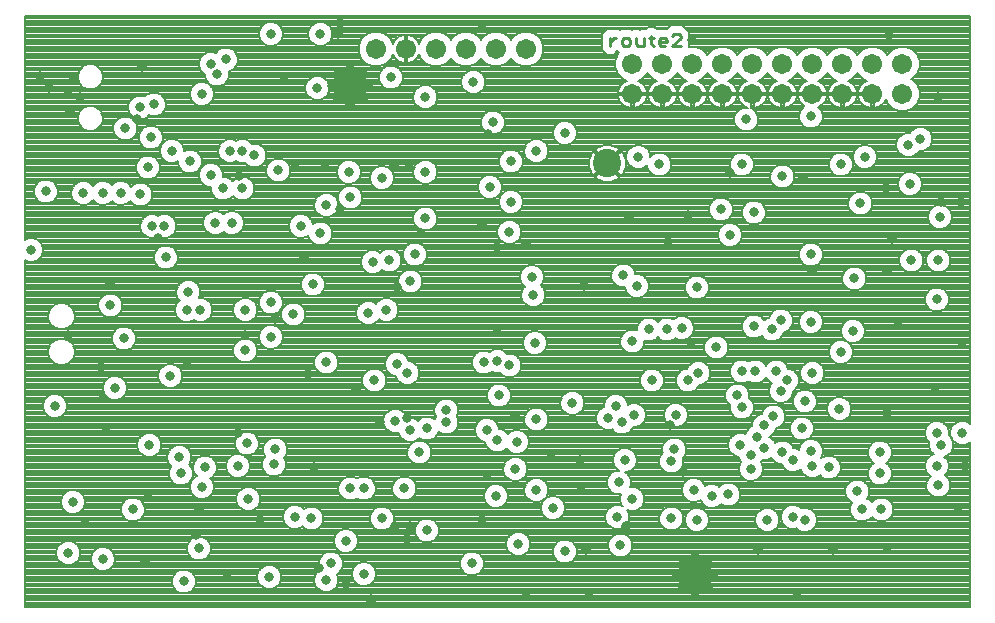
<source format=gbr>
G75*
G70*
%OFA0B0*%
%FSLAX24Y24*%
%IPPOS*%
%LPD*%
%AMOC8*
5,1,8,0,0,1.08239X$1,22.5*
%
%ADD10C,0.0090*%
%ADD11C,0.0675*%
%ADD12C,0.0945*%
%ADD13C,0.0080*%
%ADD14C,0.0317*%
%ADD15C,0.1181*%
D10*
X022965Y020154D02*
X022896Y020222D01*
X022760Y020222D01*
X022691Y020154D01*
X022504Y020017D02*
X022504Y019949D01*
X022231Y019949D01*
X022231Y020017D02*
X022299Y020085D01*
X022436Y020085D01*
X022504Y020017D01*
X022436Y019812D02*
X022299Y019812D01*
X022231Y019880D01*
X022231Y020017D01*
X022061Y020085D02*
X021924Y020085D01*
X021992Y020154D02*
X021992Y019880D01*
X022061Y019812D01*
X021737Y019812D02*
X021737Y020085D01*
X021464Y020085D02*
X021464Y019880D01*
X021532Y019812D01*
X021737Y019812D01*
X021277Y019880D02*
X021277Y020017D01*
X021208Y020085D01*
X021072Y020085D01*
X021003Y020017D01*
X021003Y019880D01*
X021072Y019812D01*
X021208Y019812D01*
X021277Y019880D01*
X020825Y020085D02*
X020756Y020085D01*
X020620Y019949D01*
X020620Y020085D02*
X020620Y019812D01*
X022691Y019812D02*
X022965Y020085D01*
X022965Y020154D01*
X022965Y019812D02*
X022691Y019812D01*
D11*
X022357Y019217D03*
X023357Y019217D03*
X024357Y019217D03*
X025357Y019217D03*
X026357Y019217D03*
X027357Y019217D03*
X028357Y019217D03*
X029357Y019217D03*
X030357Y019217D03*
X030357Y018217D03*
X029357Y018217D03*
X028357Y018217D03*
X027357Y018217D03*
X026357Y018217D03*
X025357Y018217D03*
X024357Y018217D03*
X023357Y018217D03*
X022357Y018217D03*
X021357Y018217D03*
X021357Y019217D03*
X017807Y019717D03*
X016807Y019717D03*
X015807Y019717D03*
X014807Y019717D03*
X013807Y019717D03*
X012807Y019717D03*
D12*
X020521Y015902D03*
D13*
X032607Y001117D02*
X001107Y001117D01*
X001107Y012668D01*
X001227Y012618D01*
X001386Y012618D01*
X001533Y012679D01*
X001645Y012791D01*
X001705Y012937D01*
X001705Y013096D01*
X001645Y013243D01*
X001533Y013355D01*
X001386Y013415D01*
X001227Y013415D01*
X001107Y013365D01*
X001107Y020817D01*
X032607Y020817D01*
X032607Y007231D01*
X032583Y007255D01*
X032436Y007315D01*
X032277Y007315D01*
X032131Y007255D01*
X032019Y007143D01*
X031958Y006996D01*
X031958Y006837D01*
X032019Y006691D01*
X032131Y006579D01*
X032277Y006518D01*
X032436Y006518D01*
X032583Y006579D01*
X032607Y006603D01*
X032607Y001117D01*
X032607Y001181D02*
X001107Y001181D01*
X001107Y001259D02*
X032607Y001259D01*
X032607Y001338D02*
X001107Y001338D01*
X001107Y001417D02*
X032607Y001417D01*
X032607Y001495D02*
X001107Y001495D01*
X001107Y001574D02*
X006314Y001574D01*
X006327Y001568D02*
X006486Y001568D01*
X006633Y001629D01*
X006745Y001741D01*
X006805Y001887D01*
X006805Y002046D01*
X006745Y002193D01*
X006633Y002305D01*
X006486Y002365D01*
X006327Y002365D01*
X006181Y002305D01*
X006069Y002193D01*
X006008Y002046D01*
X006008Y001887D01*
X006069Y001741D01*
X006181Y001629D01*
X006327Y001568D01*
X006500Y001574D02*
X032607Y001574D01*
X032607Y001652D02*
X011318Y001652D01*
X011383Y001679D02*
X011495Y001791D01*
X011555Y001937D01*
X011555Y002096D01*
X011505Y002217D01*
X011533Y002229D01*
X011645Y002341D01*
X011705Y002487D01*
X011705Y002646D01*
X011645Y002793D01*
X011533Y002905D01*
X011386Y002965D01*
X011227Y002965D01*
X011081Y002905D01*
X010969Y002793D01*
X010908Y002646D01*
X010908Y002487D01*
X010958Y002366D01*
X010931Y002355D01*
X010819Y002243D01*
X010758Y002096D01*
X010758Y001937D01*
X010819Y001791D01*
X010931Y001679D01*
X011077Y001618D01*
X011236Y001618D01*
X011383Y001679D01*
X011435Y001731D02*
X032607Y001731D01*
X032607Y001809D02*
X011502Y001809D01*
X011535Y001888D02*
X012172Y001888D01*
X012181Y001879D02*
X012327Y001818D01*
X012486Y001818D01*
X012633Y001879D01*
X012745Y001991D01*
X012805Y002137D01*
X012805Y002296D01*
X012745Y002443D01*
X012633Y002555D01*
X012486Y002615D01*
X012327Y002615D01*
X012181Y002555D01*
X012069Y002443D01*
X012008Y002296D01*
X012008Y002137D01*
X012069Y001991D01*
X012181Y001879D01*
X012093Y001966D02*
X011555Y001966D01*
X011555Y002045D02*
X012046Y002045D01*
X012014Y002123D02*
X011544Y002123D01*
X011512Y002202D02*
X012008Y002202D01*
X012008Y002281D02*
X011584Y002281D01*
X011652Y002359D02*
X012034Y002359D01*
X012067Y002438D02*
X011685Y002438D01*
X011705Y002516D02*
X012142Y002516D01*
X012277Y002595D02*
X011705Y002595D01*
X011694Y002673D02*
X015619Y002673D01*
X015608Y002646D02*
X015669Y002793D01*
X015781Y002905D01*
X015927Y002965D01*
X016086Y002965D01*
X016233Y002905D01*
X016345Y002793D01*
X016405Y002646D01*
X016405Y002487D01*
X016345Y002341D01*
X016233Y002229D01*
X016086Y002168D01*
X015927Y002168D01*
X015781Y002229D01*
X015669Y002341D01*
X015608Y002487D01*
X015608Y002646D01*
X015608Y002595D02*
X012536Y002595D01*
X012671Y002516D02*
X015608Y002516D01*
X015629Y002438D02*
X012747Y002438D01*
X012779Y002359D02*
X015661Y002359D01*
X015729Y002281D02*
X012805Y002281D01*
X012805Y002202D02*
X015845Y002202D01*
X016168Y002202D02*
X032607Y002202D01*
X032607Y002123D02*
X012800Y002123D01*
X012767Y002045D02*
X032607Y002045D01*
X032607Y001966D02*
X012720Y001966D01*
X012642Y001888D02*
X032607Y001888D01*
X032607Y002281D02*
X016284Y002281D01*
X016352Y002359D02*
X032607Y002359D01*
X032607Y002438D02*
X016385Y002438D01*
X016405Y002516D02*
X032607Y002516D01*
X032607Y002595D02*
X019250Y002595D01*
X019186Y002568D02*
X019333Y002629D01*
X019445Y002741D01*
X019505Y002887D01*
X019505Y003046D01*
X019445Y003193D01*
X019333Y003305D01*
X019186Y003365D01*
X019027Y003365D01*
X018881Y003305D01*
X018769Y003193D01*
X018708Y003046D01*
X018708Y002887D01*
X018769Y002741D01*
X018881Y002629D01*
X019027Y002568D01*
X019186Y002568D01*
X019377Y002673D02*
X032607Y002673D01*
X032607Y002752D02*
X019449Y002752D01*
X019482Y002830D02*
X020729Y002830D01*
X020731Y002829D02*
X020877Y002768D01*
X021036Y002768D01*
X021183Y002829D01*
X021295Y002941D01*
X021355Y003087D01*
X021355Y003246D01*
X021295Y003393D01*
X021183Y003505D01*
X021036Y003565D01*
X020877Y003565D01*
X020731Y003505D01*
X020619Y003393D01*
X020558Y003246D01*
X020558Y003087D01*
X020619Y002941D01*
X020731Y002829D01*
X020651Y002909D02*
X019505Y002909D01*
X019505Y002987D02*
X020599Y002987D01*
X020567Y003066D02*
X019497Y003066D01*
X019465Y003145D02*
X020558Y003145D01*
X020558Y003223D02*
X019414Y003223D01*
X019336Y003302D02*
X020581Y003302D01*
X020614Y003380D02*
X017921Y003380D01*
X017895Y003443D02*
X017783Y003555D01*
X017636Y003615D01*
X017477Y003615D01*
X017331Y003555D01*
X017219Y003443D01*
X017158Y003296D01*
X017158Y003137D01*
X017219Y002991D01*
X017331Y002879D01*
X017477Y002818D01*
X017636Y002818D01*
X017783Y002879D01*
X017895Y002991D01*
X017955Y003137D01*
X017955Y003296D01*
X017895Y003443D01*
X017879Y003459D02*
X020685Y003459D01*
X020809Y003537D02*
X017800Y003537D01*
X017953Y003302D02*
X018878Y003302D01*
X018799Y003223D02*
X017955Y003223D01*
X017955Y003145D02*
X018749Y003145D01*
X018716Y003066D02*
X017926Y003066D01*
X017891Y002987D02*
X018708Y002987D01*
X018708Y002909D02*
X017813Y002909D01*
X017666Y002830D02*
X018732Y002830D01*
X018764Y002752D02*
X016362Y002752D01*
X016394Y002673D02*
X018836Y002673D01*
X018963Y002595D02*
X016405Y002595D01*
X016307Y002830D02*
X017448Y002830D01*
X017301Y002909D02*
X016223Y002909D01*
X015791Y002909D02*
X011523Y002909D01*
X011581Y002979D02*
X011727Y002918D01*
X011886Y002918D01*
X012033Y002979D01*
X012145Y003091D01*
X012205Y003237D01*
X012205Y003396D01*
X012145Y003543D01*
X012033Y003655D01*
X011886Y003715D01*
X011727Y003715D01*
X011581Y003655D01*
X011469Y003543D01*
X011408Y003396D01*
X011408Y003237D01*
X011469Y003091D01*
X011581Y002979D01*
X011572Y002987D02*
X007305Y002987D01*
X007305Y003146D01*
X007245Y003293D01*
X007133Y003405D01*
X006986Y003465D01*
X006827Y003465D01*
X006681Y003405D01*
X006569Y003293D01*
X006508Y003146D01*
X006508Y002987D01*
X004000Y002987D01*
X004045Y002943D02*
X003933Y003055D01*
X003786Y003115D01*
X003627Y003115D01*
X003481Y003055D01*
X003369Y002943D01*
X003308Y002796D01*
X003308Y002637D01*
X003369Y002491D01*
X003481Y002379D01*
X003627Y002318D01*
X003786Y002318D01*
X003933Y002379D01*
X004045Y002491D01*
X004105Y002637D01*
X004105Y002796D01*
X004045Y002943D01*
X004059Y002909D02*
X006540Y002909D01*
X006569Y002841D02*
X006508Y002987D01*
X006508Y003066D02*
X003905Y003066D01*
X004091Y002830D02*
X006579Y002830D01*
X006569Y002841D02*
X006681Y002729D01*
X006827Y002668D01*
X006986Y002668D01*
X007133Y002729D01*
X007245Y002841D01*
X007305Y002987D01*
X007305Y003066D02*
X011494Y003066D01*
X011446Y003145D02*
X007305Y003145D01*
X007274Y003223D02*
X011414Y003223D01*
X011408Y003302D02*
X007236Y003302D01*
X007157Y003380D02*
X011408Y003380D01*
X011434Y003459D02*
X007002Y003459D01*
X006811Y003459D02*
X001107Y003459D01*
X001107Y003537D02*
X011466Y003537D01*
X011542Y003616D02*
X001107Y003616D01*
X001107Y003694D02*
X010514Y003694D01*
X010577Y003668D02*
X010736Y003668D01*
X010883Y003729D01*
X010995Y003841D01*
X011055Y003987D01*
X011055Y004146D01*
X010995Y004293D01*
X010883Y004405D01*
X010736Y004465D01*
X010577Y004465D01*
X010431Y004405D01*
X010407Y004381D01*
X010333Y004455D01*
X010186Y004515D01*
X010027Y004515D01*
X009881Y004455D01*
X009769Y004343D01*
X009708Y004196D01*
X009708Y004037D01*
X009769Y003891D01*
X009881Y003779D01*
X010027Y003718D01*
X010186Y003718D01*
X010333Y003779D01*
X010357Y003803D01*
X010431Y003729D01*
X010577Y003668D01*
X010387Y003773D02*
X010318Y003773D01*
X009895Y003773D02*
X001107Y003773D01*
X001107Y003851D02*
X009808Y003851D01*
X009752Y003930D02*
X001107Y003930D01*
X001107Y004009D02*
X004530Y004009D01*
X004481Y004029D02*
X004627Y003968D01*
X004786Y003968D01*
X004933Y004029D01*
X005045Y004141D01*
X005105Y004287D01*
X005105Y004446D01*
X005045Y004593D01*
X004933Y004705D01*
X004786Y004765D01*
X004627Y004765D01*
X004481Y004705D01*
X004369Y004593D01*
X004308Y004446D01*
X004308Y004287D01*
X004369Y004141D01*
X004481Y004029D01*
X004423Y004087D02*
X001107Y004087D01*
X001107Y004166D02*
X004358Y004166D01*
X004326Y004244D02*
X002849Y004244D01*
X002786Y004218D02*
X002933Y004279D01*
X003045Y004391D01*
X003105Y004537D01*
X003105Y004696D01*
X003045Y004843D01*
X002933Y004955D01*
X002786Y005015D01*
X002627Y005015D01*
X002481Y004955D01*
X002369Y004843D01*
X002308Y004696D01*
X002308Y004537D01*
X002369Y004391D01*
X002481Y004279D01*
X002627Y004218D01*
X002786Y004218D01*
X002976Y004323D02*
X004308Y004323D01*
X004308Y004401D02*
X003049Y004401D01*
X003081Y004480D02*
X004322Y004480D01*
X004354Y004558D02*
X003105Y004558D01*
X003105Y004637D02*
X004413Y004637D01*
X004506Y004715D02*
X003097Y004715D01*
X003065Y004794D02*
X006766Y004794D01*
X006781Y004779D02*
X006927Y004718D01*
X007086Y004718D01*
X007233Y004779D01*
X007345Y004891D01*
X007405Y005037D01*
X007405Y005196D01*
X007345Y005343D01*
X007280Y005407D01*
X007333Y005429D01*
X007445Y005541D01*
X007505Y005687D01*
X007505Y005846D01*
X007445Y005993D01*
X007333Y006105D01*
X007186Y006165D01*
X007027Y006165D01*
X006881Y006105D01*
X006769Y005993D01*
X006708Y005846D01*
X006708Y005687D01*
X006769Y005541D01*
X006833Y005476D01*
X006781Y005455D01*
X006669Y005343D01*
X006608Y005196D01*
X006608Y005037D01*
X006669Y004891D01*
X006781Y004779D01*
X006687Y004872D02*
X003015Y004872D01*
X002936Y004951D02*
X006644Y004951D01*
X006611Y005030D02*
X001107Y005030D01*
X001107Y005108D02*
X006608Y005108D01*
X006608Y005187D02*
X006431Y005187D01*
X006386Y005168D02*
X006533Y005229D01*
X006645Y005341D01*
X006705Y005487D01*
X006705Y005646D01*
X006645Y005793D01*
X006571Y005867D01*
X006595Y005891D01*
X006655Y006037D01*
X006655Y006196D01*
X006595Y006343D01*
X006483Y006455D01*
X006336Y006515D01*
X006177Y006515D01*
X006031Y006455D01*
X005919Y006343D01*
X005858Y006196D01*
X005858Y006037D01*
X005919Y005891D01*
X005993Y005817D01*
X005969Y005793D01*
X005908Y005646D01*
X005908Y005487D01*
X005969Y005341D01*
X006081Y005229D01*
X006227Y005168D01*
X006386Y005168D01*
X006182Y005187D02*
X001107Y005187D01*
X001107Y005265D02*
X006044Y005265D01*
X005967Y005344D02*
X001107Y005344D01*
X001107Y005422D02*
X005935Y005422D01*
X005908Y005501D02*
X001107Y005501D01*
X001107Y005579D02*
X005908Y005579D01*
X005913Y005658D02*
X001107Y005658D01*
X001107Y005736D02*
X005945Y005736D01*
X005991Y005815D02*
X001107Y005815D01*
X001107Y005894D02*
X005918Y005894D01*
X005885Y005972D02*
X001107Y005972D01*
X001107Y006051D02*
X005858Y006051D01*
X005858Y006129D02*
X005363Y006129D01*
X005336Y006118D02*
X005483Y006179D01*
X005595Y006291D01*
X005655Y006437D01*
X005655Y006596D01*
X005595Y006743D01*
X005483Y006855D01*
X005336Y006915D01*
X005177Y006915D01*
X005031Y006855D01*
X004919Y006743D01*
X004858Y006596D01*
X004858Y006437D01*
X004919Y006291D01*
X005031Y006179D01*
X005177Y006118D01*
X005336Y006118D01*
X005150Y006129D02*
X001107Y006129D01*
X001107Y006208D02*
X005002Y006208D01*
X004923Y006286D02*
X001107Y006286D01*
X001107Y006365D02*
X004888Y006365D01*
X004858Y006443D02*
X001107Y006443D01*
X001107Y006522D02*
X004858Y006522D01*
X004860Y006600D02*
X001107Y006600D01*
X001107Y006679D02*
X004892Y006679D01*
X004934Y006758D02*
X001107Y006758D01*
X001107Y006836D02*
X005012Y006836D01*
X005175Y006915D02*
X001107Y006915D01*
X001107Y006993D02*
X013216Y006993D01*
X013231Y006979D02*
X013377Y006918D01*
X013536Y006918D01*
X013562Y006929D01*
X013619Y006791D01*
X013731Y006679D01*
X013877Y006618D01*
X014036Y006618D01*
X014183Y006679D01*
X014401Y006679D01*
X014427Y006668D02*
X014586Y006668D01*
X014733Y006729D01*
X014845Y006841D01*
X014896Y006964D01*
X014931Y006929D01*
X015077Y006868D01*
X015236Y006868D01*
X015383Y006929D01*
X015495Y007041D01*
X015555Y007187D01*
X015555Y007346D01*
X015505Y007467D01*
X015555Y007587D01*
X015555Y007746D01*
X015495Y007893D01*
X015383Y008005D01*
X015236Y008065D01*
X015077Y008065D01*
X014931Y008005D01*
X014819Y007893D01*
X014758Y007746D01*
X014758Y007587D01*
X014808Y007467D01*
X014768Y007370D01*
X014733Y007405D01*
X014586Y007465D01*
X014427Y007465D01*
X014281Y007405D01*
X014207Y007331D01*
X014183Y007355D01*
X014036Y007415D01*
X013877Y007415D01*
X013852Y007405D01*
X013795Y007543D01*
X013683Y007655D01*
X013536Y007715D01*
X013377Y007715D01*
X013231Y007655D01*
X013119Y007543D01*
X002397Y007543D01*
X002445Y007591D02*
X002505Y007737D01*
X002505Y007896D01*
X002445Y008043D01*
X002333Y008155D01*
X002186Y008215D01*
X002027Y008215D01*
X001881Y008155D01*
X001769Y008043D01*
X001708Y007896D01*
X001708Y007737D01*
X001769Y007591D01*
X001881Y007479D01*
X002027Y007418D01*
X002186Y007418D01*
X002333Y007479D01*
X002445Y007591D01*
X002457Y007621D02*
X013198Y007621D01*
X013119Y007543D02*
X013058Y007396D01*
X013058Y007237D01*
X013119Y007091D01*
X013231Y006979D01*
X013138Y007072D02*
X001107Y007072D01*
X001107Y007150D02*
X013094Y007150D01*
X013062Y007229D02*
X001107Y007229D01*
X001107Y007307D02*
X013058Y007307D01*
X013058Y007386D02*
X001107Y007386D01*
X001107Y007464D02*
X001915Y007464D01*
X001817Y007543D02*
X001107Y007543D01*
X001107Y007621D02*
X001756Y007621D01*
X001723Y007700D02*
X001107Y007700D01*
X001107Y007779D02*
X001708Y007779D01*
X001708Y007857D02*
X001107Y007857D01*
X001107Y007936D02*
X001724Y007936D01*
X001757Y008014D02*
X001107Y008014D01*
X001107Y008093D02*
X001819Y008093D01*
X001921Y008171D02*
X001107Y008171D01*
X001107Y008250D02*
X003744Y008250D01*
X003769Y008191D02*
X003881Y008079D01*
X004027Y008018D01*
X004186Y008018D01*
X004333Y008079D01*
X004445Y008191D01*
X004505Y008337D01*
X004505Y008496D01*
X004445Y008643D01*
X004333Y008755D01*
X004186Y008815D01*
X004027Y008815D01*
X003881Y008755D01*
X003769Y008643D01*
X003708Y008496D01*
X003708Y008337D01*
X003769Y008191D01*
X003788Y008171D02*
X002293Y008171D01*
X002395Y008093D02*
X003867Y008093D01*
X003712Y008328D02*
X001107Y008328D01*
X001107Y008407D02*
X003708Y008407D01*
X003708Y008485D02*
X001107Y008485D01*
X001107Y008564D02*
X003736Y008564D01*
X003769Y008643D02*
X001107Y008643D01*
X001107Y008721D02*
X003847Y008721D01*
X003989Y008800D02*
X001107Y008800D01*
X001107Y008878D02*
X005558Y008878D01*
X005558Y008896D02*
X005619Y009043D01*
X005731Y009155D01*
X005877Y009215D01*
X006036Y009215D01*
X006183Y009155D01*
X006295Y009043D01*
X006355Y008896D01*
X006355Y008737D01*
X006295Y008591D01*
X006183Y008479D01*
X006036Y008418D01*
X005877Y008418D01*
X005731Y008479D01*
X005619Y008591D01*
X005558Y008737D01*
X005558Y008896D01*
X005583Y008957D02*
X001107Y008957D01*
X001107Y009035D02*
X005616Y009035D01*
X005690Y009114D02*
X001107Y009114D01*
X001107Y009192D02*
X002230Y009192D01*
X002237Y009189D02*
X002411Y009189D01*
X002571Y009256D01*
X002694Y009379D01*
X002761Y009539D01*
X002761Y009713D01*
X002694Y009874D01*
X002571Y009997D01*
X002411Y010063D01*
X002237Y010063D01*
X002077Y009997D01*
X001954Y009874D01*
X001887Y009713D01*
X001887Y009539D01*
X001954Y009379D01*
X002077Y009256D01*
X002237Y009189D01*
X002418Y009192D02*
X005822Y009192D01*
X006092Y009192D02*
X010758Y009192D01*
X010758Y009187D02*
X010819Y009041D01*
X010931Y008929D01*
X011077Y008868D01*
X011236Y008868D01*
X011383Y008929D01*
X011495Y009041D01*
X011555Y009187D01*
X011555Y009346D01*
X011495Y009493D01*
X011383Y009605D01*
X011236Y009665D01*
X011077Y009665D01*
X010931Y009605D01*
X010819Y009493D01*
X010758Y009346D01*
X010758Y009187D01*
X010788Y009114D02*
X006223Y009114D01*
X006298Y009035D02*
X010824Y009035D01*
X010903Y008957D02*
X006330Y008957D01*
X006355Y008878D02*
X011053Y008878D01*
X011260Y008878D02*
X012413Y008878D01*
X012419Y008893D02*
X012358Y008746D01*
X012358Y008587D01*
X012419Y008441D01*
X012531Y008329D01*
X012677Y008268D01*
X012836Y008268D01*
X012983Y008329D01*
X013095Y008441D01*
X013155Y008587D01*
X013155Y008746D01*
X013095Y008893D01*
X012983Y009005D01*
X012836Y009065D01*
X012677Y009065D01*
X012531Y009005D01*
X012419Y008893D01*
X012483Y008957D02*
X011411Y008957D01*
X011489Y009035D02*
X012604Y009035D01*
X012909Y009035D02*
X013150Y009035D01*
X013169Y008991D02*
X013108Y009137D01*
X013108Y009296D01*
X013169Y009443D01*
X013281Y009555D01*
X013427Y009615D01*
X013586Y009615D01*
X013733Y009555D01*
X013845Y009443D01*
X013897Y009315D01*
X013936Y009315D01*
X014083Y009255D01*
X014195Y009143D01*
X014255Y008996D01*
X014255Y008837D01*
X014195Y008691D01*
X014083Y008579D01*
X013936Y008518D01*
X013777Y008518D01*
X013631Y008579D01*
X013519Y008691D01*
X013466Y008818D01*
X013427Y008818D01*
X013281Y008879D01*
X013169Y008991D01*
X013203Y008957D02*
X013031Y008957D01*
X013101Y008878D02*
X013282Y008878D01*
X013133Y008800D02*
X013474Y008800D01*
X013506Y008721D02*
X013155Y008721D01*
X013155Y008643D02*
X013567Y008643D01*
X013666Y008564D02*
X013146Y008564D01*
X013113Y008485D02*
X016662Y008485D01*
X016681Y008505D02*
X016569Y008393D01*
X016508Y008246D01*
X016508Y008087D01*
X016569Y007941D01*
X016681Y007829D01*
X016827Y007768D01*
X016986Y007768D01*
X017133Y007829D01*
X017245Y007941D01*
X017305Y008087D01*
X017305Y008246D01*
X017245Y008393D01*
X017133Y008505D01*
X016986Y008565D01*
X016827Y008565D01*
X016681Y008505D01*
X016583Y008407D02*
X013061Y008407D01*
X012982Y008328D02*
X016542Y008328D01*
X016510Y008250D02*
X004469Y008250D01*
X004502Y008328D02*
X012532Y008328D01*
X012453Y008407D02*
X004505Y008407D01*
X004505Y008485D02*
X005724Y008485D01*
X005646Y008564D02*
X004477Y008564D01*
X004445Y008643D02*
X005597Y008643D01*
X005565Y008721D02*
X004366Y008721D01*
X004224Y008800D02*
X005558Y008800D01*
X006189Y008485D02*
X012400Y008485D01*
X012368Y008564D02*
X006268Y008564D01*
X006316Y008643D02*
X012358Y008643D01*
X012358Y008721D02*
X006349Y008721D01*
X006355Y008800D02*
X012380Y008800D01*
X013118Y009114D02*
X011525Y009114D01*
X011555Y009192D02*
X013108Y009192D01*
X013108Y009271D02*
X011555Y009271D01*
X011554Y009349D02*
X013130Y009349D01*
X013163Y009428D02*
X011521Y009428D01*
X011481Y009507D02*
X013233Y009507D01*
X013354Y009585D02*
X011402Y009585D01*
X011240Y009664D02*
X016323Y009664D01*
X016327Y009665D02*
X016181Y009605D01*
X016069Y009493D01*
X016008Y009346D01*
X016008Y009187D01*
X016069Y009041D01*
X016181Y008929D01*
X016327Y008868D01*
X016486Y008868D01*
X016633Y008929D01*
X016667Y008964D01*
X016777Y008918D01*
X016936Y008918D01*
X016940Y008920D01*
X017031Y008829D01*
X017177Y008768D01*
X017336Y008768D01*
X017483Y008829D01*
X017595Y008941D01*
X017655Y009087D01*
X017655Y009246D01*
X017595Y009393D01*
X017483Y009505D01*
X017336Y009565D01*
X017177Y009565D01*
X017173Y009564D01*
X017083Y009655D01*
X016936Y009715D01*
X016777Y009715D01*
X016631Y009655D01*
X016596Y009620D01*
X016486Y009665D01*
X016327Y009665D01*
X016490Y009664D02*
X016652Y009664D01*
X017061Y009664D02*
X017796Y009664D01*
X017769Y009691D02*
X017881Y009579D01*
X018027Y009518D01*
X018186Y009518D01*
X018333Y009579D01*
X018445Y009691D01*
X018505Y009837D01*
X018505Y009996D01*
X018445Y010143D01*
X018333Y010255D01*
X018186Y010315D01*
X018027Y010315D01*
X017881Y010255D01*
X017769Y010143D01*
X017708Y009996D01*
X017708Y009837D01*
X017769Y009691D01*
X017747Y009742D02*
X009444Y009742D01*
X009386Y009718D02*
X009533Y009779D01*
X009645Y009891D01*
X009705Y010037D01*
X009705Y010196D01*
X009645Y010343D01*
X009533Y010455D01*
X009386Y010515D01*
X009227Y010515D01*
X009081Y010455D01*
X008969Y010343D01*
X008908Y010196D01*
X008908Y010037D01*
X008969Y009891D01*
X009081Y009779D01*
X009227Y009718D01*
X009386Y009718D01*
X009574Y009821D02*
X017715Y009821D01*
X017708Y009899D02*
X009648Y009899D01*
X009681Y009978D02*
X017708Y009978D01*
X017733Y010056D02*
X009705Y010056D01*
X009705Y010135D02*
X017765Y010135D01*
X017839Y010213D02*
X009698Y010213D01*
X009666Y010292D02*
X017971Y010292D01*
X018243Y010292D02*
X021118Y010292D01*
X021131Y010305D02*
X021019Y010193D01*
X020958Y010046D01*
X020958Y009887D01*
X021019Y009741D01*
X021131Y009629D01*
X021277Y009568D01*
X021436Y009568D01*
X021583Y009629D01*
X021695Y009741D01*
X021755Y009887D01*
X021755Y009998D01*
X021827Y009968D01*
X021986Y009968D01*
X022133Y010029D01*
X022207Y010103D01*
X022281Y010029D01*
X022427Y009968D01*
X022586Y009968D01*
X022733Y010029D01*
X022782Y010078D01*
X022927Y010018D01*
X023086Y010018D01*
X023233Y010079D01*
X023345Y010191D01*
X023405Y010337D01*
X023405Y010496D01*
X023345Y010643D01*
X023233Y010755D01*
X023086Y010815D01*
X022927Y010815D01*
X022781Y010755D01*
X022731Y010705D01*
X022586Y010765D01*
X022427Y010765D01*
X022281Y010705D01*
X022207Y010631D01*
X022133Y010705D01*
X021986Y010765D01*
X021827Y010765D01*
X021681Y010705D01*
X021569Y010593D01*
X021508Y010446D01*
X021508Y010336D01*
X021436Y010365D01*
X021277Y010365D01*
X021131Y010305D01*
X021039Y010213D02*
X018374Y010213D01*
X018448Y010135D02*
X020995Y010135D01*
X020962Y010056D02*
X018480Y010056D01*
X018505Y009978D02*
X020958Y009978D01*
X020958Y009899D02*
X018505Y009899D01*
X018498Y009821D02*
X020986Y009821D01*
X021018Y009742D02*
X018466Y009742D01*
X018417Y009664D02*
X021096Y009664D01*
X021236Y009585D02*
X018339Y009585D01*
X017874Y009585D02*
X017152Y009585D01*
X017478Y009507D02*
X023853Y009507D01*
X023819Y009541D02*
X023931Y009429D01*
X024077Y009368D01*
X024236Y009368D01*
X024383Y009429D01*
X024495Y009541D01*
X024555Y009687D01*
X024555Y009846D01*
X024495Y009993D01*
X024383Y010105D01*
X024236Y010165D01*
X024077Y010165D01*
X023931Y010105D01*
X023819Y009993D01*
X023758Y009846D01*
X023758Y009687D01*
X023819Y009541D01*
X023800Y009585D02*
X021477Y009585D01*
X021617Y009664D02*
X023768Y009664D01*
X023758Y009742D02*
X021695Y009742D01*
X021728Y009821D02*
X023758Y009821D01*
X023780Y009899D02*
X021755Y009899D01*
X021755Y009978D02*
X021804Y009978D01*
X022010Y009978D02*
X022404Y009978D01*
X022253Y010056D02*
X022160Y010056D01*
X022610Y009978D02*
X023813Y009978D01*
X023882Y010056D02*
X023178Y010056D01*
X023289Y010135D02*
X024004Y010135D01*
X024310Y010135D02*
X025175Y010135D01*
X025181Y010129D02*
X025327Y010068D01*
X025486Y010068D01*
X025633Y010129D01*
X025662Y010158D01*
X025669Y010141D01*
X025781Y010029D01*
X025927Y009968D01*
X026086Y009968D01*
X026233Y010029D01*
X026345Y010141D01*
X026400Y010274D01*
X026533Y010329D01*
X026645Y010441D01*
X026705Y010587D01*
X026705Y010746D01*
X026645Y010893D01*
X026533Y011005D01*
X026386Y011065D01*
X026227Y011065D01*
X026081Y011005D01*
X025969Y010893D01*
X025914Y010760D01*
X025781Y010705D01*
X025752Y010676D01*
X025745Y010693D01*
X025633Y010805D01*
X025486Y010865D01*
X025327Y010865D01*
X025181Y010805D01*
X025069Y010693D01*
X025008Y010546D01*
X025008Y010387D01*
X025069Y010241D01*
X025181Y010129D01*
X025096Y010213D02*
X023354Y010213D01*
X023387Y010292D02*
X025047Y010292D01*
X025015Y010371D02*
X023405Y010371D01*
X023405Y010449D02*
X025008Y010449D01*
X025008Y010528D02*
X023392Y010528D01*
X023360Y010606D02*
X025033Y010606D01*
X025065Y010685D02*
X023303Y010685D01*
X023212Y010763D02*
X025139Y010763D01*
X025270Y010842D02*
X013516Y010842D01*
X013495Y010791D02*
X013555Y010937D01*
X013555Y011096D01*
X013495Y011243D01*
X013383Y011355D01*
X013236Y011415D01*
X013077Y011415D01*
X012931Y011355D01*
X012819Y011243D01*
X012812Y011226D01*
X012783Y011255D01*
X012636Y011315D01*
X012477Y011315D01*
X012331Y011255D01*
X012219Y011143D01*
X012158Y010996D01*
X012158Y010837D01*
X012219Y010691D01*
X012331Y010579D01*
X012477Y010518D01*
X012636Y010518D01*
X012783Y010579D01*
X012895Y010691D01*
X012902Y010708D01*
X012931Y010679D01*
X013077Y010618D01*
X013236Y010618D01*
X013383Y010679D01*
X013495Y010791D01*
X013467Y010763D02*
X021822Y010763D01*
X021991Y010763D02*
X022422Y010763D01*
X022591Y010763D02*
X022801Y010763D01*
X022261Y010685D02*
X022153Y010685D01*
X021661Y010685D02*
X013388Y010685D01*
X012925Y010685D02*
X012888Y010685D01*
X012810Y010606D02*
X021582Y010606D01*
X021542Y010528D02*
X012659Y010528D01*
X012454Y010528D02*
X010280Y010528D01*
X010283Y010529D02*
X010395Y010641D01*
X010455Y010787D01*
X010455Y010946D01*
X010395Y011093D01*
X010283Y011205D01*
X010136Y011265D01*
X009977Y011265D01*
X009831Y011205D01*
X009719Y011093D01*
X009658Y010946D01*
X009658Y010787D01*
X009719Y010641D01*
X009831Y010529D01*
X009977Y010468D01*
X010136Y010468D01*
X010283Y010529D01*
X010360Y010606D02*
X012303Y010606D01*
X012225Y010685D02*
X010413Y010685D01*
X010445Y010763D02*
X012189Y010763D01*
X012158Y010842D02*
X010455Y010842D01*
X010455Y010920D02*
X012158Y010920D01*
X012159Y010999D02*
X010434Y010999D01*
X010401Y011077D02*
X012192Y011077D01*
X012232Y011156D02*
X010331Y011156D01*
X010211Y011234D02*
X012311Y011234D01*
X012471Y011313D02*
X009705Y011313D01*
X009705Y011346D02*
X009645Y011493D01*
X009533Y011605D01*
X009386Y011665D01*
X009227Y011665D01*
X009081Y011605D01*
X008969Y011493D01*
X008908Y011346D01*
X008908Y011187D01*
X008969Y011041D01*
X009081Y010929D01*
X009227Y010868D01*
X009386Y010868D01*
X009533Y010929D01*
X009645Y011041D01*
X009705Y011187D01*
X009705Y011346D01*
X009687Y011392D02*
X013020Y011392D01*
X012889Y011313D02*
X012642Y011313D01*
X012803Y011234D02*
X012815Y011234D01*
X013294Y011392D02*
X017677Y011392D01*
X017658Y011437D02*
X017719Y011291D01*
X017831Y011179D01*
X017977Y011118D01*
X018136Y011118D01*
X018283Y011179D01*
X018395Y011291D01*
X018455Y011437D01*
X018455Y011596D01*
X018395Y011743D01*
X018296Y011842D01*
X018345Y011891D01*
X018405Y012037D01*
X018405Y012196D01*
X018345Y012343D01*
X018233Y012455D01*
X018086Y012515D01*
X017927Y012515D01*
X017781Y012455D01*
X017669Y012343D01*
X017608Y012196D01*
X017608Y012037D01*
X017669Y011891D01*
X017768Y011792D01*
X017719Y011743D01*
X017658Y011596D01*
X017658Y011437D01*
X017658Y011470D02*
X010791Y011470D01*
X010786Y011468D02*
X010933Y011529D01*
X011045Y011641D01*
X011105Y011787D01*
X011105Y011946D01*
X011045Y012093D01*
X010933Y012205D01*
X010786Y012265D01*
X010627Y012265D01*
X010481Y012205D01*
X010369Y012093D01*
X010308Y011946D01*
X010308Y011787D01*
X010369Y011641D01*
X010481Y011529D01*
X010627Y011468D01*
X010786Y011468D01*
X010622Y011470D02*
X009654Y011470D01*
X009589Y011549D02*
X010461Y011549D01*
X010382Y011627D02*
X009478Y011627D01*
X009135Y011627D02*
X006955Y011627D01*
X006955Y011696D02*
X006895Y011843D01*
X006783Y011955D01*
X006636Y012015D01*
X006477Y012015D01*
X006331Y011955D01*
X006219Y011843D01*
X006158Y011696D01*
X006158Y011537D01*
X006219Y011391D01*
X006268Y011342D01*
X006169Y011243D01*
X006108Y011096D01*
X006108Y010937D01*
X006169Y010791D01*
X006281Y010679D01*
X006427Y010618D01*
X006586Y010618D01*
X006732Y010678D01*
X006877Y010618D01*
X007036Y010618D01*
X007183Y010679D01*
X007295Y010791D01*
X007355Y010937D01*
X007355Y011096D01*
X007295Y011243D01*
X007183Y011355D01*
X007036Y011415D01*
X006905Y011415D01*
X006955Y011537D01*
X006955Y011696D01*
X006951Y011706D02*
X010342Y011706D01*
X010309Y011784D02*
X006919Y011784D01*
X006874Y011863D02*
X010308Y011863D01*
X010308Y011941D02*
X006796Y011941D01*
X006955Y011549D02*
X009025Y011549D01*
X008959Y011470D02*
X006927Y011470D01*
X007094Y011392D02*
X008320Y011392D01*
X008377Y011415D02*
X008231Y011355D01*
X008119Y011243D01*
X008058Y011096D01*
X008058Y010937D01*
X008119Y010791D01*
X008231Y010679D01*
X008377Y010618D01*
X008536Y010618D01*
X008683Y010679D01*
X008795Y010791D01*
X008855Y010937D01*
X008855Y011096D01*
X008795Y011243D01*
X008683Y011355D01*
X008536Y011415D01*
X008377Y011415D01*
X008189Y011313D02*
X007224Y011313D01*
X007298Y011234D02*
X008115Y011234D01*
X008083Y011156D02*
X007331Y011156D01*
X007355Y011077D02*
X008058Y011077D01*
X008058Y010999D02*
X007355Y010999D01*
X007348Y010920D02*
X008065Y010920D01*
X008098Y010842D02*
X007316Y010842D01*
X007267Y010763D02*
X008146Y010763D01*
X008225Y010685D02*
X007188Y010685D01*
X006275Y010685D02*
X002746Y010685D01*
X002761Y010720D02*
X002761Y010894D01*
X002694Y011055D01*
X002571Y011178D01*
X002411Y011244D01*
X002237Y011244D01*
X002077Y011178D01*
X001954Y011055D01*
X001887Y010894D01*
X001887Y010720D01*
X001954Y010560D01*
X002077Y010437D01*
X002237Y010370D01*
X002411Y010370D01*
X002571Y010437D01*
X002694Y010560D01*
X002761Y010720D01*
X002761Y010763D02*
X006196Y010763D01*
X006148Y010842D02*
X004196Y010842D01*
X004183Y010829D02*
X004295Y010941D01*
X004355Y011087D01*
X004355Y011246D01*
X004295Y011393D01*
X004183Y011505D01*
X004036Y011565D01*
X003877Y011565D01*
X003731Y011505D01*
X003619Y011393D01*
X003558Y011246D01*
X003558Y011087D01*
X003619Y010941D01*
X003731Y010829D01*
X003877Y010768D01*
X004036Y010768D01*
X004183Y010829D01*
X004274Y010920D02*
X006115Y010920D01*
X006108Y010999D02*
X004319Y010999D01*
X004351Y011077D02*
X006108Y011077D01*
X006133Y011156D02*
X004355Y011156D01*
X004355Y011234D02*
X006165Y011234D01*
X006239Y011313D02*
X004328Y011313D01*
X004295Y011392D02*
X006218Y011392D01*
X006186Y011470D02*
X004217Y011470D01*
X004077Y011549D02*
X006158Y011549D01*
X006158Y011627D02*
X001107Y011627D01*
X001107Y011549D02*
X003837Y011549D01*
X003696Y011470D02*
X001107Y011470D01*
X001107Y011392D02*
X003618Y011392D01*
X003586Y011313D02*
X001107Y011313D01*
X001107Y011234D02*
X002214Y011234D01*
X002055Y011156D02*
X001107Y011156D01*
X001107Y011077D02*
X001976Y011077D01*
X001931Y010999D02*
X001107Y010999D01*
X001107Y010920D02*
X001898Y010920D01*
X001887Y010842D02*
X001107Y010842D01*
X001107Y010763D02*
X001887Y010763D01*
X001902Y010685D02*
X001107Y010685D01*
X001107Y010606D02*
X001934Y010606D01*
X001986Y010528D02*
X001107Y010528D01*
X001107Y010449D02*
X002064Y010449D01*
X002237Y010371D02*
X001107Y010371D01*
X001107Y010292D02*
X004068Y010292D01*
X004069Y010293D02*
X004008Y010146D01*
X004008Y009987D01*
X004069Y009841D01*
X004181Y009729D01*
X004327Y009668D01*
X004486Y009668D01*
X004633Y009729D01*
X004745Y009841D01*
X004805Y009987D01*
X004805Y010146D01*
X004745Y010293D01*
X004633Y010405D01*
X004486Y010465D01*
X004327Y010465D01*
X004181Y010405D01*
X004069Y010293D01*
X004036Y010213D02*
X001107Y010213D01*
X001107Y010135D02*
X004008Y010135D01*
X004008Y010056D02*
X002427Y010056D01*
X002590Y009978D02*
X004012Y009978D01*
X004044Y009899D02*
X002669Y009899D01*
X002716Y009821D02*
X004089Y009821D01*
X004167Y009742D02*
X002749Y009742D01*
X002761Y009664D02*
X008058Y009664D01*
X008058Y009587D02*
X008119Y009441D01*
X008231Y009329D01*
X008377Y009268D01*
X008536Y009268D01*
X008683Y009329D01*
X008795Y009441D01*
X008855Y009587D01*
X008855Y009746D01*
X008795Y009893D01*
X008683Y010005D01*
X008536Y010065D01*
X008377Y010065D01*
X008231Y010005D01*
X008119Y009893D01*
X008058Y009746D01*
X008058Y009587D01*
X008059Y009585D02*
X002761Y009585D01*
X002747Y009507D02*
X008091Y009507D01*
X008132Y009428D02*
X002715Y009428D01*
X002665Y009349D02*
X008210Y009349D01*
X008370Y009271D02*
X002586Y009271D01*
X002061Y009271D02*
X001107Y009271D01*
X001107Y009349D02*
X001983Y009349D01*
X001933Y009428D02*
X001107Y009428D01*
X001107Y009507D02*
X001901Y009507D01*
X001887Y009585D02*
X001107Y009585D01*
X001107Y009664D02*
X001887Y009664D01*
X001899Y009742D02*
X001107Y009742D01*
X001107Y009821D02*
X001932Y009821D01*
X001979Y009899D02*
X001107Y009899D01*
X001107Y009978D02*
X002058Y009978D01*
X002221Y010056D02*
X001107Y010056D01*
X002411Y010371D02*
X004147Y010371D01*
X004288Y010449D02*
X002584Y010449D01*
X002662Y010528D02*
X009834Y010528D01*
X009753Y010606D02*
X002714Y010606D01*
X002761Y010842D02*
X003718Y010842D01*
X003639Y010920D02*
X002750Y010920D01*
X002718Y010999D02*
X003595Y010999D01*
X003562Y011077D02*
X002672Y011077D01*
X002593Y011156D02*
X003558Y011156D01*
X003558Y011234D02*
X002434Y011234D01*
X001107Y011706D02*
X006162Y011706D01*
X006195Y011784D02*
X001107Y011784D01*
X001107Y011863D02*
X006239Y011863D01*
X006317Y011941D02*
X001107Y011941D01*
X001107Y012020D02*
X010339Y012020D01*
X010375Y012098D02*
X001107Y012098D01*
X001107Y012177D02*
X010453Y012177D01*
X010603Y012256D02*
X001107Y012256D01*
X001107Y012334D02*
X012425Y012334D01*
X012481Y012279D02*
X012369Y012391D01*
X012308Y012537D01*
X012308Y012696D01*
X012369Y012843D01*
X012481Y012955D01*
X012627Y013015D01*
X012786Y013015D01*
X012933Y012955D01*
X012957Y012931D01*
X013031Y013005D01*
X013177Y013065D01*
X013336Y013065D01*
X013483Y013005D01*
X013595Y012893D01*
X013655Y012746D01*
X013655Y012587D01*
X013595Y012441D01*
X013483Y012329D01*
X013336Y012268D01*
X013177Y012268D01*
X013031Y012329D01*
X013007Y012353D01*
X012933Y012279D01*
X012786Y012218D01*
X012627Y012218D01*
X012481Y012279D01*
X012537Y012256D02*
X010810Y012256D01*
X010960Y012177D02*
X013612Y012177D01*
X013619Y012193D02*
X013558Y012046D01*
X013558Y011887D01*
X013619Y011741D01*
X013731Y011629D01*
X013877Y011568D01*
X014036Y011568D01*
X014183Y011629D01*
X014295Y011741D01*
X014355Y011887D01*
X014355Y012046D01*
X014295Y012193D01*
X014183Y012305D01*
X014036Y012365D01*
X013877Y012365D01*
X013731Y012305D01*
X013619Y012193D01*
X013682Y012256D02*
X012877Y012256D01*
X012988Y012334D02*
X013025Y012334D01*
X013488Y012334D02*
X013802Y012334D01*
X013881Y012529D02*
X013769Y012641D01*
X013708Y012787D01*
X013708Y012946D01*
X013769Y013093D01*
X013881Y013205D01*
X014027Y013265D01*
X014186Y013265D01*
X014333Y013205D01*
X014445Y013093D01*
X014505Y012946D01*
X014505Y012787D01*
X014445Y012641D01*
X014333Y012529D01*
X014186Y012468D01*
X014027Y012468D01*
X013881Y012529D01*
X013840Y012570D02*
X013648Y012570D01*
X013655Y012648D02*
X013766Y012648D01*
X013733Y012727D02*
X013655Y012727D01*
X013631Y012805D02*
X013708Y012805D01*
X013708Y012884D02*
X013598Y012884D01*
X013525Y012962D02*
X013715Y012962D01*
X013747Y013041D02*
X013395Y013041D01*
X013118Y013041D02*
X006096Y013041D01*
X006145Y012993D02*
X006033Y013105D01*
X005886Y013165D01*
X005727Y013165D01*
X005581Y013105D01*
X005469Y012993D01*
X005408Y012846D01*
X005408Y012687D01*
X005469Y012541D01*
X005581Y012429D01*
X005727Y012368D01*
X005886Y012368D01*
X006033Y012429D01*
X006145Y012541D01*
X006205Y012687D01*
X006205Y012846D01*
X006145Y012993D01*
X006157Y012962D02*
X012499Y012962D01*
X012410Y012884D02*
X006190Y012884D01*
X006205Y012805D02*
X012353Y012805D01*
X012321Y012727D02*
X006205Y012727D01*
X006189Y012648D02*
X012308Y012648D01*
X012308Y012570D02*
X006157Y012570D01*
X006095Y012491D02*
X012327Y012491D01*
X012360Y012413D02*
X005994Y012413D01*
X005620Y012413D02*
X001107Y012413D01*
X001107Y012491D02*
X005518Y012491D01*
X005457Y012570D02*
X001107Y012570D01*
X001107Y012648D02*
X001154Y012648D01*
X001459Y012648D02*
X005424Y012648D01*
X005408Y012727D02*
X001581Y012727D01*
X001651Y012805D02*
X005408Y012805D01*
X005424Y012884D02*
X001683Y012884D01*
X001705Y012962D02*
X005456Y012962D01*
X005517Y013041D02*
X001705Y013041D01*
X001696Y013120D02*
X005616Y013120D01*
X005997Y013120D02*
X013796Y013120D01*
X013874Y013198D02*
X011108Y013198D01*
X011036Y013168D02*
X011183Y013229D01*
X011295Y013341D01*
X011355Y013487D01*
X011355Y013646D01*
X011295Y013793D01*
X011183Y013905D01*
X011036Y013965D01*
X010877Y013965D01*
X010731Y013905D01*
X010705Y013879D01*
X010705Y013896D01*
X010645Y014043D01*
X010533Y014155D01*
X010386Y014215D01*
X010227Y014215D01*
X010081Y014155D01*
X009969Y014043D01*
X009908Y013896D01*
X009908Y013737D01*
X009969Y013591D01*
X008245Y013591D01*
X008233Y013579D02*
X008345Y013691D01*
X008405Y013837D01*
X008405Y013996D01*
X008345Y014143D01*
X008233Y014255D01*
X008086Y014315D01*
X007927Y014315D01*
X007781Y014255D01*
X007732Y014206D01*
X007683Y014255D01*
X007536Y014315D01*
X007377Y014315D01*
X007231Y014255D01*
X007119Y014143D01*
X007058Y013996D01*
X007058Y013837D01*
X007119Y013691D01*
X007231Y013579D01*
X007377Y013518D01*
X007536Y013518D01*
X007683Y013579D01*
X007732Y013628D01*
X007781Y013579D01*
X007927Y013518D01*
X008086Y013518D01*
X008233Y013579D01*
X008323Y013669D02*
X009936Y013669D01*
X009908Y013748D02*
X008368Y013748D01*
X008401Y013826D02*
X009908Y013826D01*
X009912Y013905D02*
X008405Y013905D01*
X008405Y013984D02*
X009944Y013984D01*
X009988Y014062D02*
X008378Y014062D01*
X008346Y014141D02*
X010067Y014141D01*
X010547Y014141D02*
X011023Y014141D01*
X011077Y014118D02*
X011236Y014118D01*
X011383Y014179D01*
X011495Y014291D01*
X011555Y014437D01*
X011555Y014596D01*
X011495Y014743D01*
X011383Y014855D01*
X011236Y014915D01*
X011077Y014915D01*
X010931Y014855D01*
X010819Y014743D01*
X010758Y014596D01*
X010758Y014437D01*
X010819Y014291D01*
X010931Y014179D01*
X011077Y014118D01*
X010890Y014219D02*
X008268Y014219D01*
X008129Y014298D02*
X010816Y014298D01*
X010783Y014376D02*
X001107Y014376D01*
X001107Y014298D02*
X007334Y014298D01*
X007195Y014219D02*
X001107Y014219D01*
X001107Y014141D02*
X005117Y014141D01*
X005131Y014155D02*
X005019Y014043D01*
X004958Y013896D01*
X004958Y013737D01*
X005019Y013591D01*
X001107Y013591D01*
X001107Y013669D02*
X004986Y013669D01*
X004958Y013748D02*
X001107Y013748D01*
X001107Y013826D02*
X004958Y013826D01*
X004962Y013905D02*
X001107Y013905D01*
X001107Y013984D02*
X004994Y013984D01*
X005038Y014062D02*
X001107Y014062D01*
X001107Y014455D02*
X010758Y014455D01*
X010758Y014533D02*
X005187Y014533D01*
X005183Y014529D02*
X005295Y014641D01*
X005355Y014787D01*
X005355Y014946D01*
X005295Y015093D01*
X005183Y015205D01*
X005036Y015265D01*
X004877Y015265D01*
X004731Y015205D01*
X004652Y015126D01*
X004645Y015143D01*
X004533Y015255D01*
X004386Y015315D01*
X004227Y015315D01*
X004081Y015255D01*
X004007Y015181D01*
X003933Y015255D01*
X003786Y015315D01*
X003627Y015315D01*
X003481Y015255D01*
X003382Y015156D01*
X003283Y015255D01*
X003136Y015315D01*
X002977Y015315D01*
X002831Y015255D01*
X002719Y015143D01*
X002658Y014996D01*
X002658Y014837D01*
X002719Y014691D01*
X002831Y014579D01*
X002977Y014518D01*
X003136Y014518D01*
X003283Y014579D01*
X003382Y014678D01*
X003481Y014579D01*
X003627Y014518D01*
X003786Y014518D01*
X003933Y014579D01*
X004007Y014653D01*
X004081Y014579D01*
X004227Y014518D01*
X004386Y014518D01*
X004533Y014579D01*
X004612Y014658D01*
X004619Y014641D01*
X004731Y014529D01*
X004877Y014468D01*
X005036Y014468D01*
X005183Y014529D01*
X005266Y014612D02*
X010765Y014612D01*
X010797Y014690D02*
X008490Y014690D01*
X008436Y014668D02*
X008583Y014729D01*
X008695Y014841D01*
X008755Y014987D01*
X008755Y015146D01*
X008695Y015293D01*
X008583Y015405D01*
X008436Y015465D01*
X008277Y015465D01*
X008131Y015405D01*
X008032Y015306D01*
X007933Y015405D01*
X007786Y015465D01*
X007705Y015465D01*
X007705Y015596D01*
X007645Y015743D01*
X007533Y015855D01*
X007386Y015915D01*
X007227Y015915D01*
X007081Y015855D01*
X006969Y015743D01*
X006908Y015596D01*
X006908Y015437D01*
X006969Y015291D01*
X007081Y015179D01*
X007227Y015118D01*
X007308Y015118D01*
X007308Y014987D01*
X007369Y014841D01*
X007481Y014729D01*
X007627Y014668D01*
X007786Y014668D01*
X007933Y014729D01*
X008032Y014828D01*
X008131Y014729D01*
X008277Y014668D01*
X008436Y014668D01*
X008623Y014769D02*
X010845Y014769D01*
X010924Y014847D02*
X008697Y014847D01*
X008730Y014926D02*
X011591Y014926D01*
X011619Y014993D02*
X011558Y014846D01*
X011558Y014687D01*
X011619Y014541D01*
X011731Y014429D01*
X011877Y014368D01*
X012036Y014368D01*
X012183Y014429D01*
X012295Y014541D01*
X012355Y014687D01*
X012355Y014846D01*
X012295Y014993D01*
X012183Y015105D01*
X012036Y015165D01*
X011877Y015165D01*
X011731Y015105D01*
X011619Y014993D01*
X011631Y015005D02*
X008755Y015005D01*
X008755Y015083D02*
X011709Y015083D01*
X011774Y015240D02*
X008716Y015240D01*
X008749Y015162D02*
X011868Y015162D01*
X011827Y015218D02*
X011986Y015218D01*
X012133Y015279D01*
X012245Y015391D01*
X012305Y015537D01*
X012305Y015696D01*
X012245Y015843D01*
X012133Y015955D01*
X011986Y016015D01*
X011827Y016015D01*
X011681Y015955D01*
X011569Y015843D01*
X011508Y015696D01*
X011508Y015537D01*
X011569Y015391D01*
X011681Y015279D01*
X011827Y015218D01*
X011641Y015319D02*
X009758Y015319D01*
X009783Y015329D02*
X009636Y015268D01*
X009477Y015268D01*
X009331Y015329D01*
X009219Y015441D01*
X009158Y015587D01*
X009158Y015746D01*
X009219Y015893D01*
X009331Y016005D01*
X009477Y016065D01*
X009636Y016065D01*
X009783Y016005D01*
X009895Y015893D01*
X009955Y015746D01*
X009955Y015587D01*
X009895Y015441D01*
X009783Y015329D01*
X009851Y015397D02*
X011566Y015397D01*
X011533Y015476D02*
X009909Y015476D01*
X009942Y015554D02*
X011508Y015554D01*
X011508Y015633D02*
X009955Y015633D01*
X009955Y015711D02*
X011514Y015711D01*
X011547Y015790D02*
X009937Y015790D01*
X009905Y015869D02*
X011595Y015869D01*
X011673Y015947D02*
X009840Y015947D01*
X009732Y016026D02*
X016908Y016026D01*
X016908Y016046D02*
X016908Y015887D01*
X016969Y015741D01*
X017081Y015629D01*
X017227Y015568D01*
X017386Y015568D01*
X017533Y015629D01*
X017645Y015741D01*
X017705Y015887D01*
X017705Y016046D01*
X017645Y016193D01*
X017533Y016305D01*
X017386Y016365D01*
X017227Y016365D01*
X017081Y016305D01*
X016969Y016193D01*
X016908Y016046D01*
X016932Y016104D02*
X009155Y016104D01*
X009155Y016087D02*
X009155Y016246D01*
X009095Y016393D01*
X008983Y016505D01*
X008836Y016565D01*
X008677Y016565D01*
X008673Y016564D01*
X008583Y016655D01*
X008436Y016715D01*
X008277Y016715D01*
X008157Y016665D01*
X008036Y016715D01*
X007877Y016715D01*
X007731Y016655D01*
X007619Y016543D01*
X007558Y016396D01*
X007558Y016237D01*
X007619Y016091D01*
X007731Y015979D01*
X007877Y015918D01*
X008036Y015918D01*
X008157Y015968D01*
X008277Y015918D01*
X008436Y015918D01*
X008440Y015920D01*
X008531Y015829D01*
X008677Y015768D01*
X008836Y015768D01*
X008983Y015829D01*
X009095Y015941D01*
X009155Y016087D01*
X009130Y016026D02*
X009381Y016026D01*
X009273Y015947D02*
X009097Y015947D01*
X009022Y015869D02*
X009209Y015869D01*
X009176Y015790D02*
X008889Y015790D01*
X008624Y015790D02*
X007597Y015790D01*
X007658Y015711D02*
X009158Y015711D01*
X009158Y015633D02*
X007690Y015633D01*
X007705Y015554D02*
X009172Y015554D01*
X009204Y015476D02*
X007705Y015476D01*
X007940Y015397D02*
X008123Y015397D01*
X008045Y015319D02*
X008019Y015319D01*
X007973Y014769D02*
X008091Y014769D01*
X008223Y014690D02*
X007840Y014690D01*
X007573Y014690D02*
X005315Y014690D01*
X005348Y014769D02*
X007441Y014769D01*
X007366Y014847D02*
X005355Y014847D01*
X005355Y014926D02*
X007333Y014926D01*
X007308Y015005D02*
X005331Y015005D01*
X005299Y015083D02*
X007308Y015083D01*
X007122Y015162D02*
X005226Y015162D01*
X005097Y015240D02*
X007019Y015240D01*
X006957Y015319D02*
X001999Y015319D01*
X002033Y015305D02*
X001886Y015365D01*
X001727Y015365D01*
X001581Y015305D01*
X001469Y015193D01*
X001408Y015046D01*
X001408Y014887D01*
X001469Y014741D01*
X001581Y014629D01*
X001727Y014568D01*
X001886Y014568D01*
X002033Y014629D01*
X002145Y014741D01*
X002205Y014887D01*
X002205Y015046D01*
X002145Y015193D01*
X002033Y015305D01*
X002097Y015240D02*
X002816Y015240D01*
X002738Y015162D02*
X002158Y015162D01*
X002190Y015083D02*
X002694Y015083D01*
X002661Y015005D02*
X002205Y015005D01*
X002205Y014926D02*
X002658Y014926D01*
X002658Y014847D02*
X002189Y014847D01*
X002156Y014769D02*
X002686Y014769D01*
X002719Y014690D02*
X002094Y014690D01*
X001992Y014612D02*
X002798Y014612D01*
X002940Y014533D02*
X001107Y014533D01*
X001107Y014612D02*
X001622Y014612D01*
X001519Y014690D02*
X001107Y014690D01*
X001107Y014769D02*
X001457Y014769D01*
X001424Y014847D02*
X001107Y014847D01*
X001107Y014926D02*
X001408Y014926D01*
X001408Y015005D02*
X001107Y015005D01*
X001107Y015083D02*
X001423Y015083D01*
X001456Y015162D02*
X001107Y015162D01*
X001107Y015240D02*
X001516Y015240D01*
X001615Y015319D02*
X001107Y015319D01*
X001107Y015397D02*
X005057Y015397D01*
X005127Y015368D02*
X004981Y015429D01*
X004869Y015541D01*
X004808Y015687D01*
X004808Y015846D01*
X004869Y015993D01*
X004981Y016105D01*
X005127Y016165D01*
X005286Y016165D01*
X005433Y016105D01*
X005545Y015993D01*
X005605Y015846D01*
X005605Y015687D01*
X005545Y015541D01*
X005433Y015429D01*
X005286Y015368D01*
X005127Y015368D01*
X004934Y015476D02*
X001107Y015476D01*
X001107Y015554D02*
X004863Y015554D01*
X004831Y015633D02*
X001107Y015633D01*
X001107Y015711D02*
X004808Y015711D01*
X004808Y015790D02*
X001107Y015790D01*
X001107Y015869D02*
X004817Y015869D01*
X004850Y015947D02*
X001107Y015947D01*
X001107Y016026D02*
X004902Y016026D01*
X004980Y016104D02*
X001107Y016104D01*
X001107Y016183D02*
X005631Y016183D01*
X005608Y016237D02*
X005669Y016091D01*
X005781Y015979D01*
X005927Y015918D01*
X006086Y015918D01*
X006208Y015969D01*
X006208Y015887D01*
X006269Y015741D01*
X006381Y015629D01*
X006527Y015568D01*
X006686Y015568D01*
X006833Y015629D01*
X006945Y015741D01*
X007005Y015887D01*
X007005Y016046D01*
X006945Y016193D01*
X006833Y016305D01*
X006686Y016365D01*
X006527Y016365D01*
X006405Y016315D01*
X006405Y016396D01*
X006345Y016543D01*
X006233Y016655D01*
X006086Y016715D01*
X005927Y016715D01*
X005781Y016655D01*
X005669Y016543D01*
X005608Y016396D01*
X005608Y016237D01*
X005608Y016261D02*
X001107Y016261D01*
X001107Y016340D02*
X005608Y016340D01*
X005617Y016418D02*
X005507Y016418D01*
X005533Y016429D02*
X005645Y016541D01*
X005705Y016687D01*
X005705Y016846D01*
X005645Y016993D01*
X005533Y017105D01*
X005386Y017165D01*
X005227Y017165D01*
X005081Y017105D01*
X004969Y016993D01*
X004908Y016846D01*
X004908Y016687D01*
X004969Y016541D01*
X005081Y016429D01*
X005227Y016368D01*
X005386Y016368D01*
X005533Y016429D01*
X005601Y016497D02*
X005650Y016497D01*
X005659Y016575D02*
X005701Y016575D01*
X005691Y016654D02*
X005780Y016654D01*
X005705Y016733D02*
X018751Y016733D01*
X018769Y016691D02*
X018708Y016837D01*
X018708Y016996D01*
X018769Y017143D01*
X018881Y017255D01*
X019027Y017315D01*
X019186Y017315D01*
X019333Y017255D01*
X019445Y017143D01*
X019505Y016996D01*
X019505Y016837D01*
X019445Y016691D01*
X019333Y016579D01*
X019186Y016518D01*
X019027Y016518D01*
X018881Y016579D01*
X018769Y016691D01*
X018806Y016654D02*
X018383Y016654D01*
X018383Y016655D02*
X018236Y016715D01*
X018077Y016715D01*
X017931Y016655D01*
X017819Y016543D01*
X017758Y016396D01*
X017758Y016237D01*
X017819Y016091D01*
X017931Y015979D01*
X018077Y015918D01*
X018236Y015918D01*
X018383Y015979D01*
X018495Y016091D01*
X018555Y016237D01*
X018555Y016396D01*
X018495Y016543D01*
X018383Y016655D01*
X018462Y016575D02*
X018889Y016575D01*
X018719Y016811D02*
X005705Y016811D01*
X005687Y016890D02*
X016575Y016890D01*
X016627Y016868D02*
X016786Y016868D01*
X016933Y016929D01*
X017045Y017041D01*
X017105Y017187D01*
X017105Y017346D01*
X017045Y017493D01*
X016933Y017605D01*
X016786Y017665D01*
X016627Y017665D01*
X016481Y017605D01*
X016369Y017493D01*
X016308Y017346D01*
X016308Y017187D01*
X016369Y017041D01*
X016481Y016929D01*
X016627Y016868D01*
X016441Y016968D02*
X005655Y016968D01*
X005591Y017047D02*
X016366Y017047D01*
X016334Y017125D02*
X005483Y017125D01*
X005130Y017125D02*
X004855Y017125D01*
X004855Y017146D02*
X004795Y017293D01*
X004683Y017405D01*
X004536Y017465D01*
X004377Y017465D01*
X004231Y017405D01*
X004119Y017293D01*
X004058Y017146D01*
X004058Y016987D01*
X004119Y016841D01*
X004231Y016729D01*
X004377Y016668D01*
X004536Y016668D01*
X004683Y016729D01*
X004795Y016841D01*
X004855Y016987D01*
X004855Y017146D01*
X004831Y017204D02*
X016308Y017204D01*
X016308Y017282D02*
X004799Y017282D01*
X004726Y017361D02*
X016314Y017361D01*
X016347Y017439D02*
X005193Y017439D01*
X005183Y017429D02*
X005253Y017499D01*
X005327Y017468D01*
X005486Y017468D01*
X005633Y017529D01*
X005745Y017641D01*
X005805Y017787D01*
X005805Y017946D01*
X005745Y018093D01*
X005633Y018205D01*
X005486Y018265D01*
X005327Y018265D01*
X005181Y018205D01*
X005111Y018135D01*
X005036Y018165D01*
X004877Y018165D01*
X004731Y018105D01*
X004619Y017993D01*
X004558Y017846D01*
X004558Y017687D01*
X004619Y017541D01*
X004731Y017429D01*
X004877Y017368D01*
X005036Y017368D01*
X005183Y017429D01*
X005606Y017518D02*
X016394Y017518D01*
X016473Y017596D02*
X005700Y017596D01*
X005759Y017675D02*
X024901Y017675D01*
X024931Y017705D02*
X024819Y017593D01*
X024758Y017446D01*
X024758Y017287D01*
X024819Y017141D01*
X024931Y017029D01*
X025077Y016968D01*
X019505Y016968D01*
X019505Y016890D02*
X030415Y016890D01*
X030477Y016915D02*
X030331Y016855D01*
X030219Y016743D01*
X030158Y016596D01*
X030158Y016437D01*
X030219Y016291D01*
X030331Y016179D01*
X030477Y016118D01*
X030636Y016118D01*
X030783Y016179D01*
X030895Y016291D01*
X030906Y016318D01*
X031036Y016318D01*
X031183Y016379D01*
X031295Y016491D01*
X031355Y016637D01*
X031355Y016796D01*
X031295Y016943D01*
X031183Y017055D01*
X031036Y017115D01*
X030877Y017115D01*
X030731Y017055D01*
X030619Y016943D01*
X030607Y016915D01*
X030477Y016915D01*
X030644Y016968D02*
X025236Y016968D01*
X025383Y017029D01*
X025495Y017141D01*
X025555Y017287D01*
X025555Y017446D01*
X025495Y017593D01*
X025383Y017705D01*
X025299Y017739D01*
X025317Y017739D01*
X025317Y018177D01*
X025397Y018177D01*
X025397Y018257D01*
X025834Y018257D01*
X025834Y018312D01*
X025761Y018487D01*
X025627Y018622D01*
X025528Y018663D01*
X025684Y018727D01*
X025846Y018890D01*
X025857Y018915D01*
X025867Y018890D01*
X026030Y018727D01*
X026185Y018663D01*
X026086Y018622D01*
X025952Y018487D01*
X025879Y018312D01*
X025879Y018257D01*
X026316Y018257D01*
X026316Y018177D01*
X025879Y018177D01*
X025879Y018122D01*
X025952Y017946D01*
X026086Y017812D01*
X026262Y017739D01*
X026317Y017739D01*
X026317Y018177D01*
X026397Y018177D01*
X026397Y018257D01*
X026834Y018257D01*
X026834Y018312D01*
X026761Y018487D01*
X026627Y018622D01*
X026528Y018663D01*
X026684Y018727D01*
X026846Y018890D01*
X026857Y018915D01*
X026867Y018890D01*
X027030Y018727D01*
X027185Y018663D01*
X027086Y018622D01*
X026952Y018487D01*
X026879Y018312D01*
X026879Y018257D01*
X027316Y018257D01*
X027316Y018177D01*
X026879Y018177D01*
X026879Y018122D01*
X026952Y017946D01*
X027086Y017812D01*
X027092Y017809D01*
X027081Y017805D01*
X026969Y017693D01*
X026908Y017546D01*
X026908Y017387D01*
X026969Y017241D01*
X027081Y017129D01*
X027227Y017068D01*
X027386Y017068D01*
X027533Y017129D01*
X027645Y017241D01*
X027705Y017387D01*
X027705Y017546D01*
X027645Y017693D01*
X027555Y017782D01*
X027627Y017812D01*
X027761Y017946D01*
X027834Y018122D01*
X027834Y018177D01*
X027397Y018177D01*
X027397Y018257D01*
X027834Y018257D01*
X027834Y018312D01*
X027761Y018487D01*
X027627Y018622D01*
X027528Y018663D01*
X027684Y018727D01*
X027846Y018890D01*
X027857Y018915D01*
X027867Y018890D01*
X028030Y018727D01*
X028185Y018663D01*
X028086Y018622D01*
X027952Y018487D01*
X027879Y018312D01*
X027879Y018257D01*
X028316Y018257D01*
X028316Y018177D01*
X027879Y018177D01*
X027879Y018122D01*
X027952Y017946D01*
X028086Y017812D01*
X028262Y017739D01*
X028317Y017739D01*
X028317Y018177D01*
X028397Y018177D01*
X028397Y018257D01*
X028834Y018257D01*
X028834Y018312D01*
X028761Y018487D01*
X028627Y018622D01*
X028528Y018663D01*
X028684Y018727D01*
X028846Y018890D01*
X028857Y018915D01*
X028867Y018890D01*
X029030Y018727D01*
X029185Y018663D01*
X029086Y018622D01*
X028952Y018487D01*
X028879Y018312D01*
X028879Y018257D01*
X029316Y018257D01*
X029316Y018177D01*
X028879Y018177D01*
X028879Y018122D01*
X028952Y017946D01*
X029086Y017812D01*
X029262Y017739D01*
X029317Y017739D01*
X029317Y018177D01*
X029397Y018177D01*
X029397Y017739D01*
X029452Y017739D01*
X029627Y017812D01*
X029761Y017946D01*
X029803Y018045D01*
X029867Y017890D01*
X030030Y017727D01*
X030242Y017639D01*
X030472Y017639D01*
X030684Y017727D01*
X030846Y017890D01*
X030934Y018102D01*
X030934Y018332D01*
X030846Y018544D01*
X030684Y018706D01*
X030659Y018717D01*
X030684Y018727D01*
X030846Y018890D01*
X030934Y019102D01*
X030934Y019332D01*
X030846Y019544D01*
X030684Y019706D01*
X030472Y019794D01*
X030242Y019794D01*
X030030Y019706D01*
X029867Y019544D01*
X029857Y019519D01*
X029846Y019544D01*
X029684Y019706D01*
X029472Y019794D01*
X029242Y019794D01*
X029030Y019706D01*
X028867Y019544D01*
X028857Y019519D01*
X028846Y019544D01*
X028684Y019706D01*
X028472Y019794D01*
X028242Y019794D01*
X028030Y019706D01*
X027867Y019544D01*
X027857Y019519D01*
X027846Y019544D01*
X027684Y019706D01*
X027472Y019794D01*
X027242Y019794D01*
X027030Y019706D01*
X026867Y019544D01*
X026857Y019519D01*
X026846Y019544D01*
X026684Y019706D01*
X026472Y019794D01*
X026242Y019794D01*
X026030Y019706D01*
X025867Y019544D01*
X025857Y019519D01*
X025846Y019544D01*
X025684Y019706D01*
X025472Y019794D01*
X025242Y019794D01*
X025030Y019706D01*
X024867Y019544D01*
X024857Y019519D01*
X024846Y019544D01*
X024684Y019706D01*
X024472Y019794D01*
X024242Y019794D01*
X024030Y019706D01*
X023867Y019544D01*
X023857Y019519D01*
X023846Y019544D01*
X023684Y019706D01*
X023472Y019794D01*
X023250Y019794D01*
X023250Y019930D01*
X023231Y019949D01*
X023250Y019967D01*
X023250Y020036D01*
X023250Y020272D01*
X023181Y020340D01*
X023014Y020507D01*
X022878Y020507D01*
X022641Y020507D01*
X022505Y020370D01*
X022318Y020370D01*
X022181Y020370D01*
X022180Y020369D01*
X022179Y020370D01*
X022110Y020439D01*
X021874Y020439D01*
X021806Y020370D01*
X021619Y020370D01*
X021600Y020352D01*
X021582Y020370D01*
X021345Y020370D01*
X021336Y020361D01*
X021326Y020370D01*
X021190Y020370D01*
X020954Y020370D01*
X020948Y020365D01*
X020943Y020370D01*
X020638Y020370D01*
X020501Y020370D01*
X020335Y020203D01*
X020335Y020067D01*
X020335Y019830D01*
X020335Y019694D01*
X020501Y019527D01*
X020738Y019527D01*
X020846Y019635D01*
X020902Y019579D01*
X020867Y019544D01*
X020779Y019332D01*
X020779Y019102D01*
X020867Y018890D01*
X021030Y018727D01*
X021185Y018663D01*
X021086Y018622D01*
X020952Y018487D01*
X020879Y018312D01*
X020879Y018257D01*
X021316Y018257D01*
X021316Y018177D01*
X020879Y018177D01*
X020879Y018122D01*
X020952Y017946D01*
X021086Y017812D01*
X021262Y017739D01*
X021317Y017739D01*
X021317Y018177D01*
X021397Y018177D01*
X021397Y018257D01*
X021834Y018257D01*
X021834Y018312D01*
X021761Y018487D01*
X021627Y018622D01*
X021528Y018663D01*
X021684Y018727D01*
X021846Y018890D01*
X021857Y018915D01*
X021867Y018890D01*
X022030Y018727D01*
X022185Y018663D01*
X022086Y018622D01*
X021952Y018487D01*
X021879Y018312D01*
X021879Y018257D01*
X022316Y018257D01*
X022316Y018177D01*
X021879Y018177D01*
X021879Y018122D01*
X021952Y017946D01*
X022086Y017812D01*
X022262Y017739D01*
X022317Y017739D01*
X022317Y018177D01*
X022397Y018177D01*
X022397Y018257D01*
X022834Y018257D01*
X022834Y018312D01*
X022761Y018487D01*
X022627Y018622D01*
X022528Y018663D01*
X022684Y018727D01*
X022846Y018890D01*
X022857Y018915D01*
X022867Y018890D01*
X023030Y018727D01*
X023185Y018663D01*
X023086Y018622D01*
X022952Y018487D01*
X022879Y018312D01*
X022879Y018257D01*
X023316Y018257D01*
X023316Y018177D01*
X022879Y018177D01*
X022879Y018122D01*
X022952Y017946D01*
X023086Y017812D01*
X023262Y017739D01*
X023317Y017739D01*
X023317Y018177D01*
X023397Y018177D01*
X023397Y018257D01*
X023834Y018257D01*
X023834Y018312D01*
X023761Y018487D01*
X023627Y018622D01*
X023528Y018663D01*
X023684Y018727D01*
X023846Y018890D01*
X023857Y018915D01*
X023867Y018890D01*
X024030Y018727D01*
X024185Y018663D01*
X024086Y018622D01*
X023952Y018487D01*
X023879Y018312D01*
X023879Y018257D01*
X024316Y018257D01*
X024316Y018177D01*
X023879Y018177D01*
X023879Y018122D01*
X023952Y017946D01*
X024086Y017812D01*
X024262Y017739D01*
X024317Y017739D01*
X024317Y018177D01*
X024397Y018177D01*
X024397Y018257D01*
X024834Y018257D01*
X024834Y018312D01*
X024761Y018487D01*
X024627Y018622D01*
X024528Y018663D01*
X024684Y018727D01*
X024846Y018890D01*
X024857Y018915D01*
X024867Y018890D01*
X025030Y018727D01*
X025185Y018663D01*
X025086Y018622D01*
X024952Y018487D01*
X024879Y018312D01*
X024879Y018257D01*
X025316Y018257D01*
X025316Y018177D01*
X024879Y018177D01*
X024879Y018122D01*
X024952Y017946D01*
X025086Y017812D01*
X025198Y017765D01*
X025077Y017765D01*
X024931Y017705D01*
X025049Y017754D02*
X024486Y017754D01*
X024452Y017739D02*
X024627Y017812D01*
X024761Y017946D01*
X024834Y018122D01*
X024834Y018177D01*
X024397Y018177D01*
X024397Y017739D01*
X024452Y017739D01*
X024397Y017754D02*
X024317Y017754D01*
X024317Y017832D02*
X024397Y017832D01*
X024397Y017911D02*
X024317Y017911D01*
X024317Y017989D02*
X024397Y017989D01*
X024397Y018068D02*
X024317Y018068D01*
X024317Y018146D02*
X024397Y018146D01*
X024397Y018225D02*
X025316Y018225D01*
X025317Y018146D02*
X025397Y018146D01*
X025397Y018177D02*
X025397Y017739D01*
X025452Y017739D01*
X025627Y017812D01*
X025761Y017946D01*
X025834Y018122D01*
X025834Y018177D01*
X025397Y018177D01*
X025397Y018225D02*
X026316Y018225D01*
X026317Y018146D02*
X026397Y018146D01*
X026397Y018177D02*
X026397Y017739D01*
X026452Y017739D01*
X026627Y017812D01*
X026761Y017946D01*
X026834Y018122D01*
X026834Y018177D01*
X026397Y018177D01*
X026397Y018225D02*
X027316Y018225D01*
X027397Y018225D02*
X028316Y018225D01*
X028317Y018146D02*
X028397Y018146D01*
X028397Y018177D02*
X028397Y017739D01*
X028452Y017739D01*
X028627Y017812D01*
X028761Y017946D01*
X028834Y018122D01*
X028834Y018177D01*
X028397Y018177D01*
X028397Y018225D02*
X029316Y018225D01*
X029317Y018146D02*
X029397Y018146D01*
X029397Y018068D02*
X029317Y018068D01*
X029317Y017989D02*
X029397Y017989D01*
X029397Y017911D02*
X029317Y017911D01*
X029317Y017832D02*
X029397Y017832D01*
X029397Y017754D02*
X029317Y017754D01*
X029227Y017754D02*
X028486Y017754D01*
X028397Y017754D02*
X028317Y017754D01*
X028317Y017832D02*
X028397Y017832D01*
X028397Y017911D02*
X028317Y017911D01*
X028317Y017989D02*
X028397Y017989D01*
X028397Y018068D02*
X028317Y018068D01*
X028066Y017832D02*
X027647Y017832D01*
X027584Y017754D02*
X028227Y017754D01*
X027987Y017911D02*
X027726Y017911D01*
X027779Y017989D02*
X027934Y017989D01*
X027902Y018068D02*
X027812Y018068D01*
X027834Y018146D02*
X027879Y018146D01*
X027879Y018303D02*
X027834Y018303D01*
X027805Y018382D02*
X027908Y018382D01*
X027941Y018460D02*
X027773Y018460D01*
X027710Y018539D02*
X028004Y018539D01*
X028082Y018618D02*
X027631Y018618D01*
X027609Y018696D02*
X028105Y018696D01*
X027982Y018775D02*
X027731Y018775D01*
X027810Y018853D02*
X027904Y018853D01*
X028609Y018696D02*
X029105Y018696D01*
X029082Y018618D02*
X028631Y018618D01*
X028710Y018539D02*
X029004Y018539D01*
X028941Y018460D02*
X028773Y018460D01*
X028805Y018382D02*
X028908Y018382D01*
X028879Y018303D02*
X028834Y018303D01*
X028834Y018146D02*
X028879Y018146D01*
X028902Y018068D02*
X028812Y018068D01*
X028779Y017989D02*
X028934Y017989D01*
X028987Y017911D02*
X028726Y017911D01*
X028647Y017832D02*
X029066Y017832D01*
X029486Y017754D02*
X030003Y017754D01*
X029925Y017832D02*
X029647Y017832D01*
X029726Y017911D02*
X029858Y017911D01*
X029826Y017989D02*
X029779Y017989D01*
X030155Y017675D02*
X027652Y017675D01*
X027685Y017596D02*
X032607Y017596D01*
X032607Y017518D02*
X027705Y017518D01*
X027705Y017439D02*
X032607Y017439D01*
X032607Y017361D02*
X027694Y017361D01*
X027662Y017282D02*
X032607Y017282D01*
X032607Y017204D02*
X027608Y017204D01*
X027524Y017125D02*
X032607Y017125D01*
X032607Y017047D02*
X031191Y017047D01*
X031269Y016968D02*
X032607Y016968D01*
X032607Y016890D02*
X031317Y016890D01*
X031349Y016811D02*
X032607Y016811D01*
X032607Y016733D02*
X031355Y016733D01*
X031355Y016654D02*
X032607Y016654D01*
X032607Y016575D02*
X031330Y016575D01*
X031297Y016497D02*
X032607Y016497D01*
X032607Y016418D02*
X031222Y016418D01*
X031089Y016340D02*
X032607Y016340D01*
X032607Y016261D02*
X030865Y016261D01*
X030786Y016183D02*
X032607Y016183D01*
X032607Y016104D02*
X029505Y016104D01*
X029505Y016037D02*
X029505Y016196D01*
X029445Y016343D01*
X029333Y016455D01*
X029186Y016515D01*
X029027Y016515D01*
X028881Y016455D01*
X028769Y016343D01*
X028708Y016196D01*
X028708Y016037D01*
X028769Y015891D01*
X028881Y015779D01*
X029027Y015718D01*
X029186Y015718D01*
X029333Y015779D01*
X029445Y015891D01*
X029505Y016037D01*
X029500Y016026D02*
X032607Y016026D01*
X032607Y015947D02*
X029468Y015947D01*
X029422Y015869D02*
X032607Y015869D01*
X032607Y015790D02*
X029344Y015790D01*
X029505Y016183D02*
X030327Y016183D01*
X030248Y016261D02*
X029478Y016261D01*
X029446Y016340D02*
X030198Y016340D01*
X030166Y016418D02*
X029369Y016418D01*
X029231Y016497D02*
X030158Y016497D01*
X030158Y016575D02*
X019325Y016575D01*
X019408Y016654D02*
X030182Y016654D01*
X030214Y016733D02*
X019462Y016733D01*
X019494Y016811D02*
X030287Y016811D01*
X030723Y017047D02*
X025400Y017047D01*
X025479Y017125D02*
X027089Y017125D01*
X027006Y017204D02*
X025521Y017204D01*
X025553Y017282D02*
X026951Y017282D01*
X026919Y017361D02*
X025555Y017361D01*
X025555Y017439D02*
X026908Y017439D01*
X026908Y017518D02*
X025526Y017518D01*
X025491Y017596D02*
X026929Y017596D01*
X026961Y017675D02*
X025412Y017675D01*
X025397Y017754D02*
X025317Y017754D01*
X025317Y017832D02*
X025397Y017832D01*
X025397Y017911D02*
X025317Y017911D01*
X025317Y017989D02*
X025397Y017989D01*
X025397Y018068D02*
X025317Y018068D01*
X025066Y017832D02*
X024647Y017832D01*
X024726Y017911D02*
X024987Y017911D01*
X024934Y017989D02*
X024779Y017989D01*
X024812Y018068D02*
X024902Y018068D01*
X024879Y018146D02*
X024834Y018146D01*
X024834Y018303D02*
X024879Y018303D01*
X024908Y018382D02*
X024805Y018382D01*
X024773Y018460D02*
X024941Y018460D01*
X025004Y018539D02*
X024710Y018539D01*
X024631Y018618D02*
X025082Y018618D01*
X025105Y018696D02*
X024609Y018696D01*
X024731Y018775D02*
X024982Y018775D01*
X024904Y018853D02*
X024810Y018853D01*
X024105Y018696D02*
X023609Y018696D01*
X023631Y018618D02*
X024082Y018618D01*
X024004Y018539D02*
X023710Y018539D01*
X023773Y018460D02*
X023941Y018460D01*
X023908Y018382D02*
X023805Y018382D01*
X023834Y018303D02*
X023879Y018303D01*
X023834Y018177D02*
X023397Y018177D01*
X023397Y017739D01*
X023452Y017739D01*
X023627Y017812D01*
X023761Y017946D01*
X023834Y018122D01*
X023834Y018177D01*
X023834Y018146D02*
X023879Y018146D01*
X023902Y018068D02*
X023812Y018068D01*
X023779Y017989D02*
X023934Y017989D01*
X023987Y017911D02*
X023726Y017911D01*
X023647Y017832D02*
X024066Y017832D01*
X024227Y017754D02*
X023486Y017754D01*
X023397Y017754D02*
X023317Y017754D01*
X023317Y017832D02*
X023397Y017832D01*
X023397Y017911D02*
X023317Y017911D01*
X023317Y017989D02*
X023397Y017989D01*
X023397Y018068D02*
X023317Y018068D01*
X023317Y018146D02*
X023397Y018146D01*
X023397Y018225D02*
X024316Y018225D01*
X023982Y018775D02*
X023731Y018775D01*
X023810Y018853D02*
X023904Y018853D01*
X023105Y018696D02*
X022609Y018696D01*
X022631Y018618D02*
X023082Y018618D01*
X023004Y018539D02*
X022710Y018539D01*
X022773Y018460D02*
X022941Y018460D01*
X022908Y018382D02*
X022805Y018382D01*
X022834Y018303D02*
X022879Y018303D01*
X022834Y018177D02*
X022397Y018177D01*
X022397Y017739D01*
X022452Y017739D01*
X022627Y017812D01*
X022761Y017946D01*
X022834Y018122D01*
X022834Y018177D01*
X022834Y018146D02*
X022879Y018146D01*
X022902Y018068D02*
X022812Y018068D01*
X022779Y017989D02*
X022934Y017989D01*
X022987Y017911D02*
X022726Y017911D01*
X022647Y017832D02*
X023066Y017832D01*
X023227Y017754D02*
X022486Y017754D01*
X022397Y017754D02*
X022317Y017754D01*
X022317Y017832D02*
X022397Y017832D01*
X022397Y017911D02*
X022317Y017911D01*
X022317Y017989D02*
X022397Y017989D01*
X022397Y018068D02*
X022317Y018068D01*
X022317Y018146D02*
X022397Y018146D01*
X022397Y018225D02*
X023316Y018225D01*
X022982Y018775D02*
X022731Y018775D01*
X022810Y018853D02*
X022904Y018853D01*
X022105Y018696D02*
X021609Y018696D01*
X021631Y018618D02*
X022082Y018618D01*
X022004Y018539D02*
X021710Y018539D01*
X021773Y018460D02*
X021941Y018460D01*
X021908Y018382D02*
X021805Y018382D01*
X021834Y018303D02*
X021879Y018303D01*
X021834Y018177D02*
X021397Y018177D01*
X021397Y017739D01*
X021452Y017739D01*
X021627Y017812D01*
X021761Y017946D01*
X021834Y018122D01*
X021834Y018177D01*
X021834Y018146D02*
X021879Y018146D01*
X021902Y018068D02*
X021812Y018068D01*
X021779Y017989D02*
X021934Y017989D01*
X021987Y017911D02*
X021726Y017911D01*
X021647Y017832D02*
X022066Y017832D01*
X022227Y017754D02*
X021486Y017754D01*
X021397Y017754D02*
X021317Y017754D01*
X021317Y017832D02*
X021397Y017832D01*
X021397Y017911D02*
X021317Y017911D01*
X021317Y017989D02*
X021397Y017989D01*
X021397Y018068D02*
X021317Y018068D01*
X021317Y018146D02*
X021397Y018146D01*
X021397Y018225D02*
X022316Y018225D01*
X021982Y018775D02*
X021731Y018775D01*
X021810Y018853D02*
X021904Y018853D01*
X021105Y018696D02*
X016455Y018696D01*
X016395Y018843D01*
X016283Y018955D01*
X016136Y019015D01*
X015977Y019015D01*
X015831Y018955D01*
X015719Y018843D01*
X015658Y018696D01*
X015658Y018537D01*
X015719Y018391D01*
X015831Y018279D01*
X015977Y018218D01*
X016136Y018218D01*
X016283Y018279D01*
X016395Y018391D01*
X016455Y018537D01*
X016455Y018696D01*
X016455Y018618D02*
X021082Y018618D01*
X021004Y018539D02*
X016455Y018539D01*
X016424Y018460D02*
X020941Y018460D01*
X020908Y018382D02*
X016386Y018382D01*
X016307Y018303D02*
X020879Y018303D01*
X020879Y018146D02*
X014855Y018146D01*
X014855Y018196D02*
X014795Y018343D01*
X014683Y018455D01*
X014536Y018515D01*
X014377Y018515D01*
X014231Y018455D01*
X014119Y018343D01*
X014058Y018196D01*
X014058Y018037D01*
X014119Y017891D01*
X014231Y017779D01*
X014377Y017718D01*
X014536Y017718D01*
X014683Y017779D01*
X014795Y017891D01*
X014855Y018037D01*
X014855Y018196D01*
X014844Y018225D02*
X015961Y018225D01*
X015806Y018303D02*
X014811Y018303D01*
X014755Y018382D02*
X015728Y018382D01*
X015690Y018460D02*
X014669Y018460D01*
X014245Y018460D02*
X013564Y018460D01*
X013533Y018429D02*
X013645Y018541D01*
X013705Y018687D01*
X013705Y018846D01*
X013645Y018993D01*
X013533Y019105D01*
X013386Y019165D01*
X013227Y019165D01*
X013081Y019105D01*
X012969Y018993D01*
X012908Y018846D01*
X012908Y018687D01*
X012969Y018541D01*
X013081Y018429D01*
X013227Y018368D01*
X013386Y018368D01*
X013533Y018429D01*
X013420Y018382D02*
X014158Y018382D01*
X014102Y018303D02*
X011241Y018303D01*
X011255Y018337D02*
X011255Y018496D01*
X011195Y018643D01*
X011083Y018755D01*
X010936Y018815D01*
X010777Y018815D01*
X010631Y018755D01*
X010519Y018643D01*
X010458Y018496D01*
X010458Y018337D01*
X010519Y018191D01*
X010631Y018079D01*
X010777Y018018D01*
X010936Y018018D01*
X011083Y018079D01*
X011195Y018191D01*
X011255Y018337D01*
X011255Y018382D02*
X013194Y018382D01*
X013049Y018460D02*
X011255Y018460D01*
X011238Y018539D02*
X012971Y018539D01*
X012937Y018618D02*
X011205Y018618D01*
X011141Y018696D02*
X012908Y018696D01*
X012908Y018775D02*
X011035Y018775D01*
X010679Y018775D02*
X007900Y018775D01*
X007905Y018787D02*
X007905Y018946D01*
X007895Y018972D01*
X008033Y019029D01*
X008145Y019141D01*
X008205Y019287D01*
X008205Y019446D01*
X008145Y019593D01*
X008033Y019705D01*
X007886Y019765D01*
X007727Y019765D01*
X007581Y019705D01*
X007469Y019593D01*
X007465Y019583D01*
X007386Y019615D01*
X007227Y019615D01*
X007081Y019555D01*
X006969Y019443D01*
X006908Y019296D01*
X006908Y019137D01*
X006969Y018991D01*
X007081Y018879D01*
X007108Y018868D01*
X007108Y018787D01*
X007169Y018641D01*
X007281Y018529D01*
X007427Y018468D01*
X007586Y018468D01*
X007733Y018529D01*
X007845Y018641D01*
X007905Y018787D01*
X007905Y018853D02*
X012911Y018853D01*
X012943Y018932D02*
X007905Y018932D01*
X007988Y019010D02*
X012986Y019010D01*
X013065Y019089D02*
X008093Y019089D01*
X008156Y019167D02*
X012624Y019167D01*
X012692Y019139D02*
X012480Y019227D01*
X012317Y019390D01*
X012229Y019602D01*
X012229Y019832D01*
X012317Y020044D01*
X012480Y020206D01*
X012692Y020294D01*
X012922Y020294D01*
X013134Y020206D01*
X013296Y020044D01*
X013361Y019888D01*
X013402Y019987D01*
X013536Y020122D01*
X013712Y020194D01*
X013767Y020194D01*
X013767Y019757D01*
X013847Y019757D01*
X013847Y020194D01*
X013902Y020194D01*
X014077Y020122D01*
X014211Y019987D01*
X014253Y019888D01*
X014317Y020044D01*
X014480Y020206D01*
X014692Y020294D01*
X014922Y020294D01*
X015134Y020206D01*
X015296Y020044D01*
X015307Y020019D01*
X015317Y020044D01*
X015480Y020206D01*
X015692Y020294D01*
X015922Y020294D01*
X016134Y020206D01*
X016296Y020044D01*
X016307Y020019D01*
X016317Y020044D01*
X016480Y020206D01*
X016692Y020294D01*
X016922Y020294D01*
X017134Y020206D01*
X017296Y020044D01*
X017307Y020019D01*
X017317Y020044D01*
X017480Y020206D01*
X017692Y020294D01*
X017922Y020294D01*
X018134Y020206D01*
X018296Y020044D01*
X018384Y019832D01*
X018384Y019602D01*
X018296Y019390D01*
X018134Y019227D01*
X017922Y019139D01*
X017692Y019139D01*
X017480Y019227D01*
X017317Y019390D01*
X017307Y019415D01*
X017296Y019390D01*
X017134Y019227D01*
X016922Y019139D01*
X016692Y019139D01*
X016480Y019227D01*
X016317Y019390D01*
X016307Y019415D01*
X016296Y019390D01*
X016134Y019227D01*
X015922Y019139D01*
X015692Y019139D01*
X015480Y019227D01*
X015317Y019390D01*
X015307Y019415D01*
X015296Y019390D01*
X015134Y019227D01*
X014922Y019139D01*
X014692Y019139D01*
X014480Y019227D01*
X014317Y019390D01*
X014253Y019545D01*
X014211Y019446D01*
X014077Y019312D01*
X013902Y019239D01*
X013847Y019239D01*
X013847Y019677D01*
X013767Y019677D01*
X013767Y019239D01*
X013712Y019239D01*
X013536Y019312D01*
X013402Y019446D01*
X013361Y019545D01*
X013296Y019390D01*
X013134Y019227D01*
X012922Y019139D01*
X012692Y019139D01*
X012461Y019246D02*
X008188Y019246D01*
X008205Y019324D02*
X012382Y019324D01*
X012312Y019403D02*
X008205Y019403D01*
X008191Y019482D02*
X012279Y019482D01*
X012246Y019560D02*
X008158Y019560D01*
X008099Y019639D02*
X012229Y019639D01*
X012229Y019717D02*
X008003Y019717D01*
X007611Y019717D02*
X001107Y019717D01*
X001107Y019639D02*
X007515Y019639D01*
X007094Y019560D02*
X001107Y019560D01*
X001107Y019482D02*
X007008Y019482D01*
X006952Y019403D02*
X001107Y019403D01*
X001107Y019324D02*
X006920Y019324D01*
X006908Y019246D02*
X001107Y019246D01*
X001107Y019167D02*
X003124Y019167D01*
X003051Y019137D02*
X003204Y019200D01*
X003370Y019200D01*
X003523Y019137D01*
X003641Y019020D01*
X003704Y018866D01*
X003704Y018700D01*
X003641Y018547D01*
X003523Y018430D01*
X003370Y018366D01*
X003204Y018366D01*
X003051Y018430D01*
X002933Y018547D01*
X002870Y018700D01*
X002870Y018866D01*
X002933Y019020D01*
X003051Y019137D01*
X003003Y019089D02*
X001107Y019089D01*
X001107Y019010D02*
X002929Y019010D01*
X002897Y018932D02*
X001107Y018932D01*
X001107Y018853D02*
X002870Y018853D01*
X002870Y018775D02*
X001107Y018775D01*
X001107Y018696D02*
X002872Y018696D01*
X002904Y018618D02*
X001107Y018618D01*
X001107Y018539D02*
X002941Y018539D01*
X003020Y018460D02*
X001107Y018460D01*
X001107Y018382D02*
X003166Y018382D01*
X003408Y018382D02*
X006644Y018382D01*
X006669Y018443D02*
X006608Y018296D01*
X006608Y018137D01*
X006669Y017991D01*
X006781Y017879D01*
X006927Y017818D01*
X007086Y017818D01*
X007233Y017879D01*
X007345Y017991D01*
X007405Y018137D01*
X007405Y018296D01*
X007345Y018443D01*
X007233Y018555D01*
X007086Y018615D01*
X006927Y018615D01*
X006781Y018555D01*
X006669Y018443D01*
X006687Y018460D02*
X003554Y018460D01*
X003633Y018539D02*
X006765Y018539D01*
X006611Y018303D02*
X001107Y018303D01*
X001107Y018225D02*
X005229Y018225D01*
X005122Y018146D02*
X005082Y018146D01*
X004831Y018146D02*
X001107Y018146D01*
X001107Y018068D02*
X004694Y018068D01*
X004617Y017989D02*
X001107Y017989D01*
X001107Y017911D02*
X004585Y017911D01*
X004558Y017832D02*
X001107Y017832D01*
X001107Y017754D02*
X003045Y017754D01*
X003051Y017759D02*
X002933Y017642D01*
X002870Y017488D01*
X002870Y017322D01*
X002933Y017169D01*
X003051Y017052D01*
X003204Y016988D01*
X003370Y016988D01*
X003523Y017052D01*
X003641Y017169D01*
X003704Y017322D01*
X003704Y017488D01*
X003641Y017642D01*
X003523Y017759D01*
X003370Y017822D01*
X003204Y017822D01*
X003051Y017759D01*
X002967Y017675D02*
X001107Y017675D01*
X001107Y017596D02*
X002915Y017596D01*
X002882Y017518D02*
X001107Y017518D01*
X001107Y017439D02*
X002870Y017439D01*
X002870Y017361D02*
X001107Y017361D01*
X001107Y017282D02*
X002886Y017282D01*
X002919Y017204D02*
X001107Y017204D01*
X001107Y017125D02*
X002977Y017125D01*
X003063Y017047D02*
X001107Y017047D01*
X001107Y016968D02*
X004066Y016968D01*
X004058Y017047D02*
X003511Y017047D01*
X003597Y017125D02*
X004058Y017125D01*
X004082Y017204D02*
X003655Y017204D01*
X003688Y017282D02*
X004114Y017282D01*
X004187Y017361D02*
X003704Y017361D01*
X003704Y017439D02*
X004314Y017439D01*
X004599Y017439D02*
X004720Y017439D01*
X004642Y017518D02*
X003692Y017518D01*
X003659Y017596D02*
X004596Y017596D01*
X004563Y017675D02*
X003607Y017675D01*
X003529Y017754D02*
X004558Y017754D01*
X004855Y017047D02*
X005023Y017047D01*
X004959Y016968D02*
X004847Y016968D01*
X004815Y016890D02*
X004926Y016890D01*
X004908Y016811D02*
X004765Y016811D01*
X004686Y016733D02*
X004908Y016733D01*
X004922Y016654D02*
X001107Y016654D01*
X001107Y016733D02*
X004227Y016733D01*
X004149Y016811D02*
X001107Y016811D01*
X001107Y016890D02*
X004098Y016890D01*
X004954Y016575D02*
X001107Y016575D01*
X001107Y016497D02*
X005013Y016497D01*
X005106Y016418D02*
X001107Y016418D01*
X003297Y015240D02*
X003466Y015240D01*
X003388Y015162D02*
X003376Y015162D01*
X003947Y015240D02*
X004066Y015240D01*
X004547Y015240D02*
X004816Y015240D01*
X004688Y015162D02*
X004626Y015162D01*
X005357Y015397D02*
X006925Y015397D01*
X006908Y015476D02*
X005480Y015476D01*
X005550Y015554D02*
X006908Y015554D01*
X006923Y015633D02*
X006837Y015633D01*
X006915Y015711D02*
X006956Y015711D01*
X006965Y015790D02*
X007016Y015790D01*
X006998Y015869D02*
X007114Y015869D01*
X007005Y015947D02*
X007807Y015947D01*
X007684Y016026D02*
X007005Y016026D01*
X006981Y016104D02*
X007613Y016104D01*
X007581Y016183D02*
X006949Y016183D01*
X006876Y016261D02*
X007558Y016261D01*
X007558Y016340D02*
X006748Y016340D01*
X006465Y016340D02*
X006405Y016340D01*
X006396Y016418D02*
X007567Y016418D01*
X007600Y016497D02*
X006364Y016497D01*
X006312Y016575D02*
X007651Y016575D01*
X007730Y016654D02*
X006233Y016654D01*
X005663Y016104D02*
X005433Y016104D01*
X005512Y016026D02*
X005734Y016026D01*
X005857Y015947D02*
X005564Y015947D01*
X005596Y015869D02*
X006216Y015869D01*
X006208Y015947D02*
X006156Y015947D01*
X006248Y015790D02*
X005605Y015790D01*
X005605Y015711D02*
X006298Y015711D01*
X006377Y015633D02*
X005583Y015633D01*
X004648Y014612D02*
X004566Y014612D01*
X004423Y014533D02*
X004726Y014533D01*
X004190Y014533D02*
X003823Y014533D01*
X003966Y014612D02*
X004048Y014612D01*
X003590Y014533D02*
X003173Y014533D01*
X003316Y014612D02*
X003448Y014612D01*
X005131Y014155D02*
X005277Y014215D01*
X005436Y014215D01*
X005557Y014165D01*
X005677Y014215D01*
X005836Y014215D01*
X005983Y014155D01*
X006095Y014043D01*
X006155Y013896D01*
X006155Y013737D01*
X006095Y013591D01*
X005983Y013479D01*
X005836Y013418D01*
X005677Y013418D01*
X005557Y013468D01*
X005436Y013418D01*
X005277Y013418D01*
X005131Y013479D01*
X005019Y013591D01*
X005097Y013512D02*
X001107Y013512D01*
X001107Y013434D02*
X005240Y013434D01*
X005474Y013434D02*
X005640Y013434D01*
X005874Y013434D02*
X010190Y013434D01*
X010227Y013418D02*
X010386Y013418D01*
X010533Y013479D01*
X010558Y013504D01*
X010558Y013487D01*
X010619Y013341D01*
X010731Y013229D01*
X010877Y013168D01*
X011036Y013168D01*
X011230Y013277D02*
X017036Y013277D01*
X017031Y013279D02*
X017177Y013218D01*
X017336Y013218D01*
X017483Y013279D01*
X017595Y013391D01*
X017655Y013537D01*
X017655Y013696D01*
X017595Y013843D01*
X017483Y013955D01*
X017336Y014015D01*
X017177Y014015D01*
X017031Y013955D01*
X016919Y013843D01*
X016858Y013696D01*
X016858Y013537D01*
X016919Y013391D01*
X017031Y013279D01*
X016954Y013355D02*
X011301Y013355D01*
X011333Y013434D02*
X016901Y013434D01*
X016868Y013512D02*
X011355Y013512D01*
X011355Y013591D02*
X016858Y013591D01*
X016858Y013669D02*
X014539Y013669D01*
X014536Y013668D02*
X014683Y013729D01*
X014795Y013841D01*
X014855Y013987D01*
X014855Y014146D01*
X014795Y014293D01*
X014683Y014405D01*
X014536Y014465D01*
X014377Y014465D01*
X014231Y014405D01*
X014119Y014293D01*
X014058Y014146D01*
X014058Y013987D01*
X014119Y013841D01*
X014231Y013729D01*
X014377Y013668D01*
X014536Y013668D01*
X014374Y013669D02*
X011346Y013669D01*
X011313Y013748D02*
X014212Y013748D01*
X014133Y013826D02*
X011261Y013826D01*
X011182Y013905D02*
X014092Y013905D01*
X014060Y013984D02*
X010669Y013984D01*
X010702Y013905D02*
X010731Y013905D01*
X010625Y014062D02*
X014058Y014062D01*
X014058Y014141D02*
X011290Y014141D01*
X011423Y014219D02*
X014088Y014219D01*
X014124Y014298D02*
X011497Y014298D01*
X011530Y014376D02*
X011858Y014376D01*
X011705Y014455D02*
X011555Y014455D01*
X011555Y014533D02*
X011626Y014533D01*
X011589Y014612D02*
X011549Y014612D01*
X011558Y014690D02*
X011516Y014690D01*
X011558Y014769D02*
X011468Y014769D01*
X011390Y014847D02*
X011559Y014847D01*
X012045Y015162D02*
X012698Y015162D01*
X012669Y015191D02*
X012781Y015079D01*
X012927Y015018D01*
X013086Y015018D01*
X013233Y015079D01*
X013345Y015191D01*
X013405Y015337D01*
X013405Y015496D01*
X013345Y015643D01*
X013233Y015755D01*
X013086Y015815D01*
X012927Y015815D01*
X012781Y015755D01*
X012669Y015643D01*
X012608Y015496D01*
X012608Y015337D01*
X012669Y015191D01*
X012648Y015240D02*
X012039Y015240D01*
X012173Y015319D02*
X012616Y015319D01*
X012608Y015397D02*
X012247Y015397D01*
X012280Y015476D02*
X012608Y015476D01*
X012632Y015554D02*
X012305Y015554D01*
X012305Y015633D02*
X012665Y015633D01*
X012738Y015711D02*
X012299Y015711D01*
X012266Y015790D02*
X012866Y015790D01*
X013147Y015790D02*
X014097Y015790D01*
X014119Y015843D02*
X014058Y015696D01*
X014058Y015537D01*
X014119Y015391D01*
X014231Y015279D01*
X014377Y015218D01*
X014536Y015218D01*
X014683Y015279D01*
X014795Y015391D01*
X014855Y015537D01*
X014855Y015696D01*
X014795Y015843D01*
X014683Y015955D01*
X014536Y016015D01*
X014377Y016015D01*
X014231Y015955D01*
X014119Y015843D01*
X014145Y015869D02*
X012219Y015869D01*
X012140Y015947D02*
X014223Y015947D01*
X014064Y015711D02*
X013276Y015711D01*
X013349Y015633D02*
X014058Y015633D01*
X014058Y015554D02*
X013381Y015554D01*
X013405Y015476D02*
X014083Y015476D01*
X014116Y015397D02*
X013405Y015397D01*
X013398Y015319D02*
X014191Y015319D01*
X014324Y015240D02*
X013365Y015240D01*
X013315Y015162D02*
X016208Y015162D01*
X016208Y015196D02*
X016269Y015343D01*
X016381Y015455D01*
X016527Y015515D01*
X016686Y015515D01*
X016833Y015455D01*
X016945Y015343D01*
X017005Y015196D01*
X017005Y015037D01*
X016945Y014891D01*
X016833Y014779D01*
X016686Y014718D01*
X016527Y014718D01*
X016381Y014779D01*
X016269Y014891D01*
X016208Y015037D01*
X016208Y015196D01*
X016226Y015240D02*
X014589Y015240D01*
X014723Y015319D02*
X016259Y015319D01*
X016323Y015397D02*
X014797Y015397D01*
X014830Y015476D02*
X016432Y015476D01*
X016782Y015476D02*
X020152Y015476D01*
X020116Y015441D02*
X020174Y015383D01*
X020399Y015290D01*
X020643Y015290D01*
X020868Y015383D01*
X020926Y015441D01*
X020521Y015845D01*
X020116Y015441D01*
X020160Y015397D02*
X016890Y015397D01*
X016955Y015319D02*
X020329Y015319D01*
X020230Y015554D02*
X020117Y015554D01*
X020060Y015497D02*
X020465Y015902D01*
X020521Y015845D01*
X020578Y015902D01*
X020983Y015497D01*
X021041Y015555D01*
X021134Y015780D01*
X021134Y016024D01*
X021041Y016249D01*
X020983Y016307D01*
X020578Y015902D01*
X020521Y015959D01*
X020465Y015902D01*
X020060Y016307D01*
X020002Y016249D01*
X019909Y016024D01*
X019909Y015780D01*
X020002Y015555D01*
X020060Y015497D01*
X020003Y015554D02*
X014855Y015554D01*
X014855Y015633D02*
X017077Y015633D01*
X016998Y015711D02*
X014849Y015711D01*
X014816Y015790D02*
X016948Y015790D01*
X016916Y015869D02*
X014769Y015869D01*
X014690Y015947D02*
X016908Y015947D01*
X016965Y016183D02*
X009155Y016183D01*
X009149Y016261D02*
X017037Y016261D01*
X017165Y016340D02*
X009117Y016340D01*
X009069Y016418D02*
X017767Y016418D01*
X017758Y016340D02*
X017448Y016340D01*
X017576Y016261D02*
X017758Y016261D01*
X017781Y016183D02*
X017649Y016183D01*
X017681Y016104D02*
X017813Y016104D01*
X017884Y016026D02*
X017705Y016026D01*
X017705Y015947D02*
X018007Y015947D01*
X018306Y015947D02*
X019909Y015947D01*
X019909Y015869D02*
X017698Y015869D01*
X017665Y015790D02*
X019909Y015790D01*
X019937Y015711D02*
X017615Y015711D01*
X017537Y015633D02*
X019970Y015633D01*
X020196Y015633D02*
X020309Y015633D01*
X020274Y015711D02*
X020387Y015711D01*
X020353Y015790D02*
X020466Y015790D01*
X020498Y015869D02*
X020431Y015869D01*
X020420Y015947D02*
X020509Y015947D01*
X020521Y015959D02*
X020116Y016363D01*
X020174Y016421D01*
X020399Y016515D01*
X020643Y016515D01*
X020868Y016421D01*
X020926Y016363D01*
X020521Y015959D01*
X020533Y015947D02*
X020623Y015947D01*
X020611Y015869D02*
X020544Y015869D01*
X020577Y015790D02*
X020690Y015790D01*
X020655Y015711D02*
X020768Y015711D01*
X020734Y015633D02*
X020847Y015633D01*
X020812Y015554D02*
X020926Y015554D01*
X020891Y015476D02*
X022159Y015476D01*
X022177Y015468D02*
X022336Y015468D01*
X022483Y015529D01*
X022595Y015641D01*
X022655Y015787D01*
X022655Y015946D01*
X022595Y016093D01*
X022483Y016205D01*
X022336Y016265D01*
X022177Y016265D01*
X022031Y016205D01*
X021955Y016129D01*
X021955Y016196D01*
X021895Y016343D01*
X021783Y016455D01*
X021636Y016515D01*
X021477Y016515D01*
X021331Y016455D01*
X021219Y016343D01*
X021158Y016196D01*
X021158Y016037D01*
X021219Y015891D01*
X021331Y015779D01*
X021477Y015718D01*
X021636Y015718D01*
X021783Y015779D01*
X021858Y015854D01*
X021858Y015787D01*
X021919Y015641D01*
X022031Y015529D01*
X022177Y015468D01*
X022355Y015476D02*
X024909Y015476D01*
X024927Y015468D02*
X025086Y015468D01*
X025233Y015529D01*
X025345Y015641D01*
X025405Y015787D01*
X025405Y015946D01*
X025345Y016093D01*
X025233Y016205D01*
X025086Y016265D01*
X024927Y016265D01*
X024781Y016205D01*
X024669Y016093D01*
X024608Y015946D01*
X024608Y015787D01*
X024669Y015641D01*
X024781Y015529D01*
X024927Y015468D01*
X025105Y015476D02*
X025958Y015476D01*
X025958Y015546D02*
X026019Y015693D01*
X026131Y015805D01*
X026277Y015865D01*
X026436Y015865D01*
X026583Y015805D01*
X026695Y015693D01*
X026755Y015546D01*
X026755Y015387D01*
X026695Y015241D01*
X026583Y015129D01*
X026436Y015068D01*
X026277Y015068D01*
X026131Y015129D01*
X026019Y015241D01*
X025958Y015387D01*
X025958Y015546D01*
X025961Y015554D02*
X025258Y015554D01*
X025337Y015633D02*
X025994Y015633D01*
X026038Y015711D02*
X025374Y015711D01*
X025405Y015790D02*
X026116Y015790D01*
X025958Y015397D02*
X020883Y015397D01*
X020713Y015319D02*
X025986Y015319D01*
X026019Y015240D02*
X016987Y015240D01*
X017005Y015162D02*
X026098Y015162D01*
X026241Y015083D02*
X017005Y015083D01*
X016992Y015005D02*
X017201Y015005D01*
X017227Y015015D02*
X017081Y014955D01*
X016969Y014843D01*
X016908Y014696D01*
X016908Y014537D01*
X016969Y014391D01*
X017081Y014279D01*
X017227Y014218D01*
X017386Y014218D01*
X017533Y014279D01*
X017645Y014391D01*
X017705Y014537D01*
X017705Y014696D01*
X017645Y014843D01*
X017533Y014955D01*
X017386Y015015D01*
X017227Y015015D01*
X017412Y015005D02*
X030263Y015005D01*
X030269Y014991D02*
X030381Y014879D01*
X030527Y014818D01*
X030686Y014818D01*
X030833Y014879D01*
X030945Y014991D01*
X031005Y015137D01*
X031005Y015296D01*
X030945Y015443D01*
X030833Y015555D01*
X030686Y015615D01*
X030527Y015615D01*
X030381Y015555D01*
X030269Y015443D01*
X030208Y015296D01*
X030208Y015137D01*
X030269Y014991D01*
X030334Y014926D02*
X029131Y014926D01*
X029183Y014905D02*
X029036Y014965D01*
X028877Y014965D01*
X028731Y014905D01*
X028619Y014793D01*
X028558Y014646D01*
X028558Y014487D01*
X028619Y014341D01*
X028731Y014229D01*
X028877Y014168D01*
X029036Y014168D01*
X029183Y014229D01*
X029295Y014341D01*
X029355Y014487D01*
X029355Y014646D01*
X029295Y014793D01*
X029183Y014905D01*
X029240Y014847D02*
X030456Y014847D01*
X030757Y014847D02*
X032607Y014847D01*
X032607Y014769D02*
X029304Y014769D01*
X029337Y014690D02*
X032607Y014690D01*
X032607Y014612D02*
X029355Y014612D01*
X029355Y014533D02*
X032607Y014533D01*
X032607Y014455D02*
X031833Y014455D01*
X031686Y014515D01*
X031527Y014515D01*
X031381Y014455D01*
X029342Y014455D01*
X029309Y014376D02*
X031302Y014376D01*
X031269Y014343D02*
X031208Y014196D01*
X031208Y014037D01*
X031269Y013891D01*
X031381Y013779D01*
X031527Y013718D01*
X031686Y013718D01*
X031833Y013779D01*
X031945Y013891D01*
X032005Y014037D01*
X032005Y014196D01*
X031945Y014343D01*
X031833Y014455D01*
X031911Y014376D02*
X032607Y014376D01*
X032607Y014298D02*
X031963Y014298D01*
X031996Y014219D02*
X032607Y014219D01*
X032607Y014141D02*
X032005Y014141D01*
X032005Y014062D02*
X032607Y014062D01*
X032607Y013984D02*
X031983Y013984D01*
X031950Y013905D02*
X032607Y013905D01*
X032607Y013826D02*
X031880Y013826D01*
X031758Y013748D02*
X032607Y013748D01*
X032607Y013669D02*
X024975Y013669D01*
X025005Y013596D02*
X024945Y013743D01*
X024833Y013855D01*
X024686Y013915D01*
X024527Y013915D01*
X024381Y013855D01*
X024269Y013743D01*
X024208Y013596D01*
X024208Y013437D01*
X024269Y013291D01*
X024381Y013179D01*
X024527Y013118D01*
X024686Y013118D01*
X024833Y013179D01*
X024945Y013291D01*
X025005Y013437D01*
X025005Y013596D01*
X025005Y013591D02*
X032607Y013591D01*
X032607Y013512D02*
X025005Y013512D01*
X025004Y013434D02*
X032607Y013434D01*
X032607Y013355D02*
X024971Y013355D01*
X024930Y013277D02*
X032607Y013277D01*
X032607Y013198D02*
X027539Y013198D01*
X027533Y013205D02*
X027386Y013265D01*
X027227Y013265D01*
X027081Y013205D01*
X026969Y013093D01*
X026908Y012946D01*
X026908Y012787D01*
X026969Y012641D01*
X027081Y012529D01*
X027227Y012468D01*
X027386Y012468D01*
X027533Y012529D01*
X027645Y012641D01*
X027705Y012787D01*
X027705Y012946D01*
X027645Y013093D01*
X027533Y013205D01*
X027618Y013120D02*
X032607Y013120D01*
X032607Y013041D02*
X031695Y013041D01*
X031636Y013065D02*
X031477Y013065D01*
X031331Y013005D01*
X031219Y012893D01*
X031158Y012746D01*
X031158Y012587D01*
X031219Y012441D01*
X031331Y012329D01*
X031477Y012268D01*
X031636Y012268D01*
X031783Y012329D01*
X031895Y012441D01*
X031955Y012587D01*
X031955Y012746D01*
X031895Y012893D01*
X031783Y013005D01*
X031636Y013065D01*
X031825Y012962D02*
X032607Y012962D01*
X032607Y012884D02*
X031898Y012884D01*
X031931Y012805D02*
X032607Y012805D01*
X032607Y012727D02*
X031955Y012727D01*
X031955Y012648D02*
X032607Y012648D01*
X032607Y012570D02*
X031948Y012570D01*
X031916Y012491D02*
X032607Y012491D01*
X032607Y012413D02*
X031866Y012413D01*
X031788Y012334D02*
X032607Y012334D01*
X032607Y012256D02*
X029110Y012256D01*
X029095Y012293D02*
X028983Y012405D01*
X028836Y012465D01*
X028677Y012465D01*
X028531Y012405D01*
X028419Y012293D01*
X028358Y012146D01*
X028358Y011987D01*
X028419Y011841D01*
X028531Y011729D01*
X028677Y011668D01*
X028836Y011668D01*
X028983Y011729D01*
X029095Y011841D01*
X029155Y011987D01*
X029155Y012146D01*
X029095Y012293D01*
X029053Y012334D02*
X030425Y012334D01*
X030431Y012329D02*
X030577Y012268D01*
X030736Y012268D01*
X030883Y012329D01*
X030995Y012441D01*
X031055Y012587D01*
X031055Y012746D01*
X030995Y012893D01*
X030883Y013005D01*
X030736Y013065D01*
X030577Y013065D01*
X030431Y013005D01*
X030319Y012893D01*
X030258Y012746D01*
X030258Y012587D01*
X030319Y012441D01*
X030431Y012329D01*
X030347Y012413D02*
X028964Y012413D01*
X029143Y012177D02*
X032607Y012177D01*
X032607Y012098D02*
X029155Y012098D01*
X029155Y012020D02*
X032607Y012020D01*
X032607Y011941D02*
X029136Y011941D01*
X029104Y011863D02*
X032607Y011863D01*
X032607Y011784D02*
X029038Y011784D01*
X028927Y011706D02*
X031283Y011706D01*
X031281Y011705D02*
X031169Y011593D01*
X031108Y011446D01*
X031108Y011287D01*
X031169Y011141D01*
X031281Y011029D01*
X031427Y010968D01*
X031586Y010968D01*
X031733Y011029D01*
X031845Y011141D01*
X031905Y011287D01*
X031905Y011446D01*
X031845Y011593D01*
X031733Y011705D01*
X031586Y011765D01*
X031427Y011765D01*
X031281Y011705D01*
X031203Y011627D02*
X023880Y011627D01*
X023905Y011687D02*
X023905Y011846D01*
X023845Y011993D01*
X023733Y012105D01*
X023586Y012165D01*
X023427Y012165D01*
X023281Y012105D01*
X023169Y011993D01*
X023108Y011846D01*
X023108Y011687D01*
X023169Y011541D01*
X023281Y011429D01*
X023427Y011368D01*
X023586Y011368D01*
X023733Y011429D01*
X023845Y011541D01*
X023905Y011687D01*
X023905Y011706D02*
X028586Y011706D01*
X028475Y011784D02*
X023905Y011784D01*
X023898Y011863D02*
X028410Y011863D01*
X028377Y011941D02*
X023866Y011941D01*
X023817Y012020D02*
X028358Y012020D01*
X028358Y012098D02*
X023739Y012098D01*
X023275Y012098D02*
X021789Y012098D01*
X021845Y012043D02*
X021733Y012155D01*
X021586Y012215D01*
X021455Y012215D01*
X021455Y012246D01*
X021395Y012393D01*
X021283Y012505D01*
X021136Y012565D01*
X020977Y012565D01*
X020831Y012505D01*
X020719Y012393D01*
X020658Y012246D01*
X020658Y012087D01*
X020719Y011941D01*
X020831Y011829D01*
X020977Y011768D01*
X021108Y011768D01*
X021108Y011737D01*
X021169Y011591D01*
X021281Y011479D01*
X021427Y011418D01*
X021586Y011418D01*
X021733Y011479D01*
X021845Y011591D01*
X021905Y011737D01*
X021905Y011896D01*
X021845Y012043D01*
X021854Y012020D02*
X023196Y012020D01*
X023147Y011941D02*
X021887Y011941D01*
X021905Y011863D02*
X023115Y011863D01*
X023108Y011784D02*
X021905Y011784D01*
X021892Y011706D02*
X023108Y011706D01*
X023133Y011627D02*
X021860Y011627D01*
X021802Y011549D02*
X023165Y011549D01*
X023239Y011470D02*
X021712Y011470D01*
X021302Y011470D02*
X018455Y011470D01*
X018455Y011549D02*
X021211Y011549D01*
X021154Y011627D02*
X018443Y011627D01*
X018410Y011706D02*
X021121Y011706D01*
X020938Y011784D02*
X018353Y011784D01*
X018317Y011863D02*
X020797Y011863D01*
X020718Y011941D02*
X018366Y011941D01*
X018398Y012020D02*
X020686Y012020D01*
X020658Y012098D02*
X018405Y012098D01*
X018405Y012177D02*
X020658Y012177D01*
X020662Y012256D02*
X018381Y012256D01*
X018348Y012334D02*
X020694Y012334D01*
X020739Y012413D02*
X018275Y012413D01*
X018145Y012491D02*
X020817Y012491D01*
X021296Y012491D02*
X027171Y012491D01*
X027040Y012570D02*
X014374Y012570D01*
X014448Y012648D02*
X026966Y012648D01*
X026933Y012727D02*
X014480Y012727D01*
X014505Y012805D02*
X026908Y012805D01*
X026908Y012884D02*
X014505Y012884D01*
X014499Y012962D02*
X026915Y012962D01*
X026947Y013041D02*
X014466Y013041D01*
X014418Y013120D02*
X024524Y013120D01*
X024690Y013120D02*
X026996Y013120D01*
X027074Y013198D02*
X024852Y013198D01*
X024361Y013198D02*
X014339Y013198D01*
X014702Y013748D02*
X016879Y013748D01*
X016912Y013826D02*
X014780Y013826D01*
X014821Y013905D02*
X016981Y013905D01*
X017100Y013984D02*
X014854Y013984D01*
X014855Y014062D02*
X024048Y014062D01*
X024081Y014029D02*
X023969Y014141D01*
X023908Y014287D01*
X023908Y014446D01*
X023969Y014593D01*
X024081Y014705D01*
X024227Y014765D01*
X024386Y014765D01*
X024533Y014705D01*
X024645Y014593D01*
X024705Y014446D01*
X024705Y014287D01*
X024645Y014141D01*
X024533Y014029D01*
X024386Y013968D01*
X024227Y013968D01*
X024081Y014029D01*
X024190Y013984D02*
X017413Y013984D01*
X017532Y013905D02*
X024502Y013905D01*
X024423Y013984D02*
X025126Y013984D01*
X025181Y013929D02*
X025327Y013868D01*
X025486Y013868D01*
X025633Y013929D01*
X025745Y014041D01*
X025805Y014187D01*
X025805Y014346D01*
X025745Y014493D01*
X025633Y014605D01*
X025486Y014665D01*
X025327Y014665D01*
X025181Y014605D01*
X025069Y014493D01*
X025008Y014346D01*
X025008Y014187D01*
X025069Y014041D01*
X025181Y013929D01*
X025238Y013905D02*
X024711Y013905D01*
X024861Y013826D02*
X031333Y013826D01*
X031263Y013905D02*
X025575Y013905D01*
X025687Y013984D02*
X031230Y013984D01*
X031208Y014062D02*
X025753Y014062D01*
X025786Y014141D02*
X031208Y014141D01*
X031218Y014219D02*
X029159Y014219D01*
X029251Y014298D02*
X031250Y014298D01*
X031269Y014343D02*
X031381Y014455D01*
X030880Y014926D02*
X032607Y014926D01*
X032607Y015005D02*
X030950Y015005D01*
X030983Y015083D02*
X032607Y015083D01*
X032607Y015162D02*
X031005Y015162D01*
X031005Y015240D02*
X032607Y015240D01*
X032607Y015319D02*
X030996Y015319D01*
X030963Y015397D02*
X032607Y015397D01*
X032607Y015476D02*
X030911Y015476D01*
X030833Y015554D02*
X032607Y015554D01*
X032607Y015633D02*
X028637Y015633D01*
X028645Y015641D02*
X028705Y015787D01*
X028705Y015946D01*
X028645Y016093D01*
X028533Y016205D01*
X028386Y016265D01*
X028227Y016265D01*
X028081Y016205D01*
X027969Y016093D01*
X027908Y015946D01*
X027908Y015787D01*
X027969Y015641D01*
X028081Y015529D01*
X028227Y015468D01*
X028386Y015468D01*
X028533Y015529D01*
X028645Y015641D01*
X028674Y015711D02*
X032607Y015711D01*
X030380Y015554D02*
X028558Y015554D01*
X028405Y015476D02*
X030302Y015476D01*
X030250Y015397D02*
X026755Y015397D01*
X026755Y015476D02*
X028209Y015476D01*
X028055Y015554D02*
X026752Y015554D01*
X026719Y015633D02*
X027977Y015633D01*
X027939Y015711D02*
X026676Y015711D01*
X026597Y015790D02*
X027908Y015790D01*
X027908Y015869D02*
X025405Y015869D01*
X025405Y015947D02*
X027908Y015947D01*
X027941Y016026D02*
X025372Y016026D01*
X025333Y016104D02*
X027980Y016104D01*
X028059Y016183D02*
X025255Y016183D01*
X025096Y016261D02*
X028217Y016261D01*
X028396Y016261D02*
X028735Y016261D01*
X028708Y016183D02*
X028555Y016183D01*
X028633Y016104D02*
X028708Y016104D01*
X028713Y016026D02*
X028672Y016026D01*
X028705Y015947D02*
X028745Y015947D01*
X028705Y015869D02*
X028791Y015869D01*
X028870Y015790D02*
X028705Y015790D01*
X028768Y016340D02*
X021896Y016340D01*
X021928Y016261D02*
X022167Y016261D01*
X022009Y016183D02*
X021955Y016183D01*
X021819Y016418D02*
X028844Y016418D01*
X028983Y016497D02*
X021681Y016497D01*
X021433Y016497D02*
X020686Y016497D01*
X020871Y016418D02*
X021294Y016418D01*
X021218Y016340D02*
X020902Y016340D01*
X020937Y016261D02*
X020824Y016261D01*
X020858Y016183D02*
X020745Y016183D01*
X020780Y016104D02*
X020667Y016104D01*
X020701Y016026D02*
X020588Y016026D01*
X020454Y016026D02*
X020341Y016026D01*
X020376Y016104D02*
X020263Y016104D01*
X020297Y016183D02*
X020184Y016183D01*
X020219Y016261D02*
X020106Y016261D01*
X020140Y016340D02*
X018555Y016340D01*
X018555Y016261D02*
X020014Y016261D01*
X019975Y016183D02*
X018533Y016183D01*
X018500Y016104D02*
X019942Y016104D01*
X019909Y016026D02*
X018429Y016026D01*
X018546Y016418D02*
X020171Y016418D01*
X020357Y016497D02*
X018514Y016497D01*
X018708Y016890D02*
X016838Y016890D01*
X016972Y016968D02*
X018708Y016968D01*
X018729Y017047D02*
X017047Y017047D01*
X017080Y017125D02*
X018761Y017125D01*
X018830Y017204D02*
X017105Y017204D01*
X017105Y017282D02*
X018947Y017282D01*
X019266Y017282D02*
X024760Y017282D01*
X024758Y017361D02*
X017099Y017361D01*
X017067Y017439D02*
X024758Y017439D01*
X024788Y017518D02*
X017019Y017518D01*
X016941Y017596D02*
X024823Y017596D01*
X024793Y017204D02*
X019384Y017204D01*
X019452Y017125D02*
X024834Y017125D01*
X024913Y017047D02*
X019484Y017047D01*
X017930Y016654D02*
X008583Y016654D01*
X008662Y016575D02*
X017851Y016575D01*
X017800Y016497D02*
X008990Y016497D01*
X008491Y015869D02*
X007499Y015869D01*
X008106Y015947D02*
X008207Y015947D01*
X008590Y015397D02*
X009262Y015397D01*
X009355Y015319D02*
X008669Y015319D01*
X007884Y014298D02*
X007579Y014298D01*
X007718Y014219D02*
X007745Y014219D01*
X007118Y014141D02*
X005997Y014141D01*
X006075Y014062D02*
X007085Y014062D01*
X007058Y013984D02*
X006119Y013984D01*
X006152Y013905D02*
X007058Y013905D01*
X007063Y013826D02*
X006155Y013826D01*
X006155Y013748D02*
X007095Y013748D01*
X007140Y013669D02*
X006127Y013669D01*
X006095Y013591D02*
X007219Y013591D01*
X007695Y013591D02*
X007769Y013591D01*
X006016Y013512D02*
X010047Y013512D01*
X010081Y013479D02*
X010227Y013418D01*
X010081Y013479D02*
X009969Y013591D01*
X010424Y013434D02*
X010580Y013434D01*
X010613Y013355D02*
X001532Y013355D01*
X001611Y013277D02*
X010683Y013277D01*
X010805Y013198D02*
X001663Y013198D01*
X004526Y010449D02*
X009075Y010449D01*
X008997Y010371D02*
X004667Y010371D01*
X004745Y010292D02*
X008948Y010292D01*
X008915Y010213D02*
X004778Y010213D01*
X004805Y010135D02*
X008908Y010135D01*
X008908Y010056D02*
X008558Y010056D01*
X008709Y009978D02*
X008933Y009978D01*
X008965Y009899D02*
X008788Y009899D01*
X008824Y009821D02*
X009039Y009821D01*
X009169Y009742D02*
X008855Y009742D01*
X008855Y009664D02*
X011073Y009664D01*
X010911Y009585D02*
X008854Y009585D01*
X008822Y009507D02*
X010833Y009507D01*
X010792Y009428D02*
X008782Y009428D01*
X008703Y009349D02*
X010759Y009349D01*
X010758Y009271D02*
X008543Y009271D01*
X008058Y009742D02*
X004646Y009742D01*
X004724Y009821D02*
X008089Y009821D01*
X008125Y009899D02*
X004769Y009899D01*
X004801Y009978D02*
X008204Y009978D01*
X008355Y010056D02*
X004805Y010056D01*
X004425Y008171D02*
X016508Y008171D01*
X016508Y008093D02*
X004347Y008093D01*
X005338Y006915D02*
X008305Y006915D01*
X008281Y006905D02*
X008427Y006965D01*
X008586Y006965D01*
X008733Y006905D01*
X008845Y006793D01*
X008905Y006646D01*
X008905Y006487D01*
X008845Y006341D01*
X008733Y006229D01*
X008586Y006168D01*
X008427Y006168D01*
X008281Y006229D01*
X008169Y006341D01*
X008108Y006487D01*
X008108Y006646D01*
X008169Y006793D01*
X008281Y006905D01*
X008212Y006836D02*
X005501Y006836D01*
X005580Y006758D02*
X008154Y006758D01*
X008122Y006679D02*
X005621Y006679D01*
X005654Y006600D02*
X008108Y006600D01*
X008108Y006522D02*
X005655Y006522D01*
X005655Y006443D02*
X006019Y006443D01*
X005941Y006365D02*
X005625Y006365D01*
X005590Y006286D02*
X005895Y006286D01*
X005863Y006208D02*
X005511Y006208D01*
X006494Y006443D02*
X008126Y006443D01*
X008159Y006365D02*
X006572Y006365D01*
X006618Y006286D02*
X008223Y006286D01*
X008286Y006215D02*
X008127Y006215D01*
X007981Y006155D01*
X007869Y006043D01*
X007808Y005896D01*
X007808Y005737D01*
X007869Y005591D01*
X007981Y005479D01*
X008127Y005418D01*
X008286Y005418D01*
X008433Y005479D01*
X008545Y005591D01*
X008605Y005737D01*
X008605Y005736D02*
X009029Y005736D01*
X009008Y005787D02*
X009069Y005641D01*
X009181Y005529D01*
X009327Y005468D01*
X009486Y005468D01*
X009633Y005529D01*
X009745Y005641D01*
X009805Y005787D01*
X009805Y005946D01*
X009745Y006091D01*
X009795Y006141D01*
X009855Y006287D01*
X009855Y006446D01*
X009795Y006593D01*
X009683Y006705D01*
X009536Y006765D01*
X009377Y006765D01*
X009231Y006705D01*
X009119Y006593D01*
X009058Y006446D01*
X009058Y006287D01*
X009118Y006142D01*
X009069Y006093D01*
X009008Y005946D01*
X009008Y005787D01*
X009008Y005815D02*
X008605Y005815D01*
X008605Y005737D02*
X008605Y005896D01*
X008545Y006043D01*
X008433Y006155D01*
X008286Y006215D01*
X008305Y006208D02*
X008332Y006208D01*
X008458Y006129D02*
X009105Y006129D01*
X009091Y006208D02*
X008682Y006208D01*
X008790Y006286D02*
X009058Y006286D01*
X009058Y006365D02*
X008855Y006365D01*
X008887Y006443D02*
X009058Y006443D01*
X009089Y006522D02*
X008905Y006522D01*
X008905Y006600D02*
X009126Y006600D01*
X009205Y006679D02*
X008892Y006679D01*
X008859Y006758D02*
X009358Y006758D01*
X009555Y006758D02*
X013652Y006758D01*
X013600Y006836D02*
X008801Y006836D01*
X008709Y006915D02*
X013567Y006915D01*
X013731Y006679D02*
X009708Y006679D01*
X009787Y006600D02*
X014026Y006600D01*
X014031Y006605D02*
X013919Y006493D01*
X013858Y006346D01*
X013858Y006187D01*
X013919Y006041D01*
X014031Y005929D01*
X014177Y005868D01*
X014336Y005868D01*
X014483Y005929D01*
X014595Y006041D01*
X014655Y006187D01*
X014655Y006346D01*
X014595Y006493D01*
X014483Y006605D01*
X014336Y006665D01*
X014177Y006665D01*
X014031Y006605D01*
X013948Y006522D02*
X009824Y006522D01*
X009855Y006443D02*
X013898Y006443D01*
X013866Y006365D02*
X009855Y006365D01*
X009855Y006286D02*
X013858Y006286D01*
X013858Y006208D02*
X009822Y006208D01*
X009783Y006129D02*
X013882Y006129D01*
X013915Y006051D02*
X009762Y006051D01*
X009795Y005972D02*
X013987Y005972D01*
X014116Y005894D02*
X009805Y005894D01*
X009805Y005815D02*
X017066Y005815D01*
X017058Y005796D02*
X017119Y005943D01*
X017231Y006055D01*
X017377Y006115D01*
X017536Y006115D01*
X017683Y006055D01*
X017795Y005943D01*
X017855Y005796D01*
X017855Y005637D01*
X017795Y005491D01*
X017683Y005379D01*
X017536Y005318D01*
X017377Y005318D01*
X017231Y005379D01*
X017119Y005491D01*
X017058Y005637D01*
X017058Y005796D01*
X017058Y005736D02*
X009784Y005736D01*
X009752Y005658D02*
X017058Y005658D01*
X017082Y005579D02*
X009683Y005579D01*
X009565Y005501D02*
X017115Y005501D01*
X017187Y005422D02*
X013940Y005422D01*
X013983Y005405D02*
X013836Y005465D01*
X013677Y005465D01*
X013531Y005405D01*
X013419Y005293D01*
X013358Y005146D01*
X013358Y004987D01*
X013419Y004841D01*
X013531Y004729D01*
X013677Y004668D01*
X013836Y004668D01*
X013983Y004729D01*
X014095Y004841D01*
X014155Y004987D01*
X014155Y005146D01*
X014095Y005293D01*
X013983Y005405D01*
X014044Y005344D02*
X017315Y005344D01*
X017598Y005344D02*
X017920Y005344D01*
X017931Y005355D02*
X017819Y005243D01*
X017758Y005096D01*
X017758Y004937D01*
X017819Y004791D01*
X017931Y004679D01*
X018077Y004618D01*
X018236Y004618D01*
X018383Y004679D01*
X018495Y004791D01*
X018555Y004937D01*
X018555Y005096D01*
X018495Y005243D01*
X018383Y005355D01*
X018236Y005415D01*
X018077Y005415D01*
X017931Y005355D01*
X017841Y005265D02*
X014106Y005265D01*
X014139Y005187D02*
X016658Y005187D01*
X016727Y005215D02*
X016581Y005155D01*
X016469Y005043D01*
X016408Y004896D01*
X016408Y004737D01*
X016469Y004591D01*
X016581Y004479D01*
X016727Y004418D01*
X016886Y004418D01*
X017033Y004479D01*
X017145Y004591D01*
X017205Y004737D01*
X017205Y004896D01*
X017145Y005043D01*
X017033Y005155D01*
X016886Y005215D01*
X016727Y005215D01*
X016534Y005108D02*
X014155Y005108D01*
X014155Y005030D02*
X016463Y005030D01*
X016431Y004951D02*
X014140Y004951D01*
X014108Y004872D02*
X016408Y004872D01*
X016408Y004794D02*
X014048Y004794D01*
X013950Y004715D02*
X016417Y004715D01*
X016450Y004637D02*
X008955Y004637D01*
X008955Y004796D01*
X008895Y004943D01*
X008783Y005055D01*
X008636Y005115D01*
X008477Y005115D01*
X008331Y005055D01*
X008219Y004943D01*
X008158Y004796D01*
X008158Y004637D01*
X005000Y004637D01*
X005059Y004558D02*
X008191Y004558D01*
X008219Y004491D02*
X008331Y004379D01*
X008477Y004318D01*
X008636Y004318D01*
X008783Y004379D01*
X008895Y004491D01*
X008955Y004637D01*
X008955Y004715D02*
X011763Y004715D01*
X011731Y004729D02*
X011877Y004668D01*
X012036Y004668D01*
X012182Y004728D01*
X012327Y004668D01*
X012486Y004668D01*
X012633Y004729D01*
X012745Y004841D01*
X012805Y004987D01*
X012805Y005146D01*
X012745Y005293D01*
X012633Y005405D01*
X012486Y005465D01*
X012327Y005465D01*
X012182Y005405D01*
X012036Y005465D01*
X011877Y005465D01*
X011731Y005405D01*
X011619Y005293D01*
X011558Y005146D01*
X011558Y004987D01*
X011619Y004841D01*
X011731Y004729D01*
X011666Y004794D02*
X008955Y004794D01*
X008924Y004872D02*
X011606Y004872D01*
X011573Y004951D02*
X008886Y004951D01*
X008808Y005030D02*
X011558Y005030D01*
X011558Y005108D02*
X008654Y005108D01*
X008460Y005108D02*
X007405Y005108D01*
X007402Y005030D02*
X008306Y005030D01*
X008227Y004951D02*
X007370Y004951D01*
X007326Y004872D02*
X008190Y004872D01*
X008158Y004794D02*
X007248Y004794D01*
X007405Y005187D02*
X011575Y005187D01*
X011607Y005265D02*
X007377Y005265D01*
X007344Y005344D02*
X011670Y005344D01*
X011773Y005422D02*
X008296Y005422D01*
X008455Y005501D02*
X009248Y005501D01*
X009130Y005579D02*
X008533Y005579D01*
X008572Y005658D02*
X009062Y005658D01*
X009008Y005894D02*
X008605Y005894D01*
X008574Y005972D02*
X009019Y005972D01*
X009051Y006051D02*
X008537Y006051D01*
X008109Y006208D02*
X006651Y006208D01*
X006655Y006129D02*
X006940Y006129D01*
X006827Y006051D02*
X006655Y006051D01*
X006628Y005972D02*
X006760Y005972D01*
X006728Y005894D02*
X006596Y005894D01*
X006622Y005815D02*
X006708Y005815D01*
X006708Y005736D02*
X006668Y005736D01*
X006701Y005658D02*
X006720Y005658D01*
X006705Y005579D02*
X006753Y005579D01*
X006705Y005501D02*
X006809Y005501D01*
X006748Y005422D02*
X006678Y005422D01*
X006670Y005344D02*
X006646Y005344D01*
X006637Y005265D02*
X006569Y005265D01*
X007317Y005422D02*
X008117Y005422D01*
X007959Y005501D02*
X007405Y005501D01*
X007461Y005579D02*
X007880Y005579D01*
X007841Y005658D02*
X007493Y005658D01*
X007505Y005736D02*
X007808Y005736D01*
X007808Y005815D02*
X007505Y005815D01*
X007486Y005894D02*
X007808Y005894D01*
X007839Y005972D02*
X007453Y005972D01*
X007387Y006051D02*
X007877Y006051D01*
X007955Y006129D02*
X007274Y006129D01*
X008158Y004715D02*
X004907Y004715D01*
X005091Y004480D02*
X008230Y004480D01*
X008219Y004491D02*
X008158Y004637D01*
X008308Y004401D02*
X005105Y004401D01*
X005105Y004323D02*
X008466Y004323D01*
X008647Y004323D02*
X009760Y004323D01*
X009728Y004244D02*
X005087Y004244D01*
X005055Y004166D02*
X009708Y004166D01*
X009708Y004087D02*
X004991Y004087D01*
X004884Y004009D02*
X009720Y004009D01*
X009827Y004401D02*
X008805Y004401D01*
X008884Y004480D02*
X009941Y004480D01*
X010272Y004480D02*
X016580Y004480D01*
X016501Y004558D02*
X008923Y004558D01*
X010386Y004401D02*
X010427Y004401D01*
X010886Y004401D02*
X012777Y004401D01*
X012781Y004405D02*
X012669Y004293D01*
X012608Y004146D01*
X012608Y003987D01*
X012669Y003841D01*
X012781Y003729D01*
X012927Y003668D01*
X013086Y003668D01*
X013233Y003729D01*
X013345Y003841D01*
X013405Y003987D01*
X013405Y004146D01*
X013345Y004293D01*
X013233Y004405D01*
X013086Y004465D01*
X012927Y004465D01*
X012781Y004405D01*
X012699Y004323D02*
X010965Y004323D01*
X011015Y004244D02*
X012649Y004244D01*
X012616Y004166D02*
X011047Y004166D01*
X011055Y004087D02*
X012608Y004087D01*
X012608Y004009D02*
X011055Y004009D01*
X011032Y003930D02*
X012632Y003930D01*
X012664Y003851D02*
X010999Y003851D01*
X010927Y003773D02*
X012737Y003773D01*
X012864Y003694D02*
X011937Y003694D01*
X012071Y003616D02*
X014108Y003616D01*
X014108Y003587D02*
X014169Y003441D01*
X014281Y003329D01*
X014427Y003268D01*
X014586Y003268D01*
X014733Y003329D01*
X014845Y003441D01*
X014905Y003587D01*
X014905Y003746D01*
X014845Y003893D01*
X014733Y004005D01*
X014586Y004065D01*
X014427Y004065D01*
X014281Y004005D01*
X014169Y003893D01*
X014108Y003746D01*
X014108Y003587D01*
X014129Y003537D02*
X012147Y003537D01*
X012179Y003459D02*
X014161Y003459D01*
X014229Y003380D02*
X012205Y003380D01*
X012205Y003302D02*
X014346Y003302D01*
X014667Y003302D02*
X017160Y003302D01*
X017158Y003223D02*
X012199Y003223D01*
X012167Y003145D02*
X017158Y003145D01*
X017188Y003066D02*
X012120Y003066D01*
X012041Y002987D02*
X017222Y002987D01*
X017193Y003380D02*
X014784Y003380D01*
X014852Y003459D02*
X017235Y003459D01*
X017313Y003537D02*
X014885Y003537D01*
X014905Y003616D02*
X032607Y003616D01*
X032607Y003694D02*
X027348Y003694D01*
X027333Y003679D02*
X027445Y003791D01*
X027505Y003937D01*
X027505Y004096D01*
X027445Y004243D01*
X027333Y004355D01*
X027186Y004415D01*
X027027Y004415D01*
X026988Y004399D01*
X026933Y004455D01*
X026786Y004515D01*
X026627Y004515D01*
X026481Y004455D01*
X026369Y004343D01*
X026308Y004196D01*
X026308Y004037D01*
X026369Y003891D01*
X026481Y003779D01*
X026627Y003718D01*
X026786Y003718D01*
X026825Y003734D01*
X026881Y003679D01*
X027027Y003618D01*
X027186Y003618D01*
X027333Y003679D01*
X027427Y003773D02*
X032607Y003773D01*
X032607Y003851D02*
X027470Y003851D01*
X027502Y003930D02*
X032607Y003930D01*
X032607Y004009D02*
X029834Y004009D01*
X029883Y004029D02*
X029736Y003968D01*
X029577Y003968D01*
X029431Y004029D01*
X029332Y004128D01*
X029233Y004029D01*
X029086Y003968D01*
X028927Y003968D01*
X028781Y004029D01*
X028669Y004141D01*
X028608Y004287D01*
X028608Y004446D01*
X028669Y004593D01*
X028683Y004607D01*
X028631Y004629D01*
X028519Y004741D01*
X028458Y004887D01*
X028458Y005046D01*
X028519Y005193D01*
X028631Y005305D01*
X028777Y005365D01*
X028936Y005365D01*
X029083Y005305D01*
X029195Y005193D01*
X029255Y005046D01*
X029255Y004887D01*
X029195Y004741D01*
X029180Y004726D01*
X029233Y004705D01*
X029332Y004606D01*
X029431Y004705D01*
X029577Y004765D01*
X029736Y004765D01*
X029883Y004705D01*
X029995Y004593D01*
X030055Y004446D01*
X030055Y004287D01*
X029995Y004141D01*
X029883Y004029D01*
X029941Y004087D02*
X032607Y004087D01*
X032607Y004166D02*
X030005Y004166D01*
X030037Y004244D02*
X032607Y004244D01*
X032607Y004323D02*
X030055Y004323D01*
X030055Y004401D02*
X032607Y004401D01*
X032607Y004480D02*
X030041Y004480D01*
X030009Y004558D02*
X032607Y004558D01*
X032607Y004637D02*
X029950Y004637D01*
X029857Y004715D02*
X032607Y004715D01*
X032607Y004794D02*
X031699Y004794D01*
X031636Y004768D02*
X031783Y004829D01*
X031895Y004941D01*
X031955Y005087D01*
X031955Y005246D01*
X031895Y005393D01*
X031783Y005505D01*
X031766Y005512D01*
X031845Y005591D01*
X031905Y005737D01*
X031905Y005736D02*
X032607Y005736D01*
X032607Y005658D02*
X031872Y005658D01*
X031905Y005737D02*
X031905Y005896D01*
X031845Y006043D01*
X031759Y006128D01*
X031883Y006179D01*
X031995Y006291D01*
X032055Y006437D01*
X032055Y006596D01*
X031995Y006743D01*
X031904Y006834D01*
X031905Y006837D01*
X031905Y006996D01*
X031845Y007143D01*
X031733Y007255D01*
X031586Y007315D01*
X031427Y007315D01*
X031281Y007255D01*
X031169Y007143D01*
X031108Y006996D01*
X031108Y006837D01*
X031169Y006691D01*
X031260Y006600D01*
X031258Y006596D01*
X031258Y006437D01*
X031319Y006291D01*
X031404Y006206D01*
X031281Y006155D01*
X031169Y006043D01*
X031108Y005896D01*
X031108Y005737D01*
X031169Y005591D01*
X031281Y005479D01*
X031298Y005472D01*
X031219Y005393D01*
X031158Y005246D01*
X031158Y005087D01*
X031219Y004941D01*
X031331Y004829D01*
X031477Y004768D01*
X031636Y004768D01*
X031826Y004872D02*
X032607Y004872D01*
X032607Y004951D02*
X031899Y004951D01*
X031931Y005030D02*
X032607Y005030D01*
X032607Y005108D02*
X031955Y005108D01*
X031955Y005187D02*
X032607Y005187D01*
X032607Y005265D02*
X031947Y005265D01*
X031915Y005344D02*
X032607Y005344D01*
X032607Y005422D02*
X031865Y005422D01*
X031786Y005501D02*
X032607Y005501D01*
X032607Y005579D02*
X031833Y005579D01*
X031905Y005815D02*
X032607Y005815D01*
X032607Y005894D02*
X031905Y005894D01*
X031874Y005972D02*
X032607Y005972D01*
X032607Y006051D02*
X031837Y006051D01*
X031763Y006129D02*
X032607Y006129D01*
X032607Y006208D02*
X031911Y006208D01*
X031990Y006286D02*
X032607Y006286D01*
X032607Y006365D02*
X032025Y006365D01*
X032055Y006443D02*
X032607Y006443D01*
X032607Y006522D02*
X032445Y006522D01*
X032268Y006522D02*
X032055Y006522D01*
X032054Y006600D02*
X032109Y006600D01*
X032031Y006679D02*
X032021Y006679D01*
X031991Y006758D02*
X031980Y006758D01*
X031959Y006836D02*
X031905Y006836D01*
X031905Y006915D02*
X031958Y006915D01*
X031958Y006993D02*
X031905Y006993D01*
X031874Y007072D02*
X031989Y007072D01*
X032026Y007150D02*
X031837Y007150D01*
X031759Y007229D02*
X032105Y007229D01*
X032258Y007307D02*
X031606Y007307D01*
X031408Y007307D02*
X027330Y007307D01*
X027345Y007293D02*
X027233Y007405D01*
X027086Y007465D01*
X026927Y007465D01*
X026781Y007405D01*
X026669Y007293D01*
X026608Y007146D01*
X026608Y006987D01*
X026669Y006841D01*
X026781Y006729D01*
X026927Y006668D01*
X027086Y006668D01*
X027233Y006729D01*
X027345Y006841D01*
X027405Y006987D01*
X027405Y007146D01*
X027345Y007293D01*
X027371Y007229D02*
X031255Y007229D01*
X031176Y007150D02*
X027404Y007150D01*
X027405Y007072D02*
X031139Y007072D01*
X031108Y006993D02*
X027405Y006993D01*
X027375Y006915D02*
X031108Y006915D01*
X031109Y006836D02*
X027340Y006836D01*
X027261Y006758D02*
X031141Y006758D01*
X031181Y006679D02*
X027474Y006679D01*
X027533Y006655D02*
X027386Y006715D01*
X027227Y006715D01*
X027081Y006655D01*
X026969Y006543D01*
X026908Y006396D01*
X026908Y006365D01*
X026786Y006415D01*
X026727Y006415D01*
X026695Y006493D01*
X026583Y006605D01*
X026436Y006665D01*
X026277Y006665D01*
X026131Y006605D01*
X026116Y006590D01*
X026095Y006643D01*
X025983Y006755D01*
X025905Y006787D01*
X025905Y006797D01*
X025983Y006829D01*
X026095Y006941D01*
X026150Y007074D01*
X026283Y007129D01*
X026395Y007241D01*
X026455Y007387D01*
X026455Y007546D01*
X026395Y007693D01*
X026283Y007805D01*
X026136Y007865D01*
X025977Y007865D01*
X025831Y007805D01*
X025719Y007693D01*
X025664Y007560D01*
X025531Y007505D01*
X025419Y007393D01*
X025358Y007246D01*
X025358Y007137D01*
X025281Y007105D01*
X025169Y006993D01*
X021297Y006993D01*
X021345Y007041D02*
X021377Y007118D01*
X021486Y007118D01*
X021633Y007179D01*
X021745Y007291D01*
X021805Y007437D01*
X021805Y007596D01*
X021745Y007743D01*
X021633Y007855D01*
X021486Y007915D01*
X021327Y007915D01*
X021205Y007865D01*
X021205Y007896D01*
X021145Y008043D01*
X021033Y008155D01*
X020886Y008215D01*
X020727Y008215D01*
X020581Y008155D01*
X020469Y008043D01*
X020408Y007896D01*
X020408Y007787D01*
X020331Y007755D01*
X020219Y007643D01*
X020158Y007496D01*
X020158Y007337D01*
X020219Y007191D01*
X020331Y007079D01*
X020477Y007018D01*
X020636Y007018D01*
X020675Y007034D01*
X020781Y006929D01*
X020927Y006868D01*
X021086Y006868D01*
X021233Y006929D01*
X021345Y007041D01*
X021357Y007072D02*
X025248Y007072D01*
X025169Y006993D02*
X025122Y006880D01*
X025036Y006915D01*
X024877Y006915D01*
X024731Y006855D01*
X024619Y006743D01*
X024558Y006596D01*
X024558Y006437D01*
X024619Y006291D01*
X024731Y006179D01*
X024877Y006118D01*
X024908Y006118D01*
X024908Y006087D01*
X024968Y005942D01*
X024908Y005796D01*
X024908Y005637D01*
X024969Y005491D01*
X025081Y005379D01*
X025227Y005318D01*
X025386Y005318D01*
X025533Y005379D01*
X025645Y005491D01*
X025705Y005637D01*
X025705Y005796D01*
X025645Y005942D01*
X025677Y006018D01*
X025836Y006018D01*
X025983Y006079D01*
X025997Y006093D01*
X026019Y006041D01*
X026131Y005929D01*
X026277Y005868D01*
X026337Y005868D01*
X026369Y005791D01*
X026481Y005679D01*
X026627Y005618D01*
X026786Y005618D01*
X026933Y005679D01*
X026968Y005714D01*
X027019Y005591D01*
X027131Y005479D01*
X027277Y005418D01*
X027436Y005418D01*
X027583Y005479D01*
X027607Y005503D01*
X027681Y005429D01*
X027827Y005368D01*
X027986Y005368D01*
X028133Y005429D01*
X028245Y005541D01*
X028305Y005687D01*
X028305Y005846D01*
X028245Y005993D01*
X028133Y006105D01*
X027986Y006165D01*
X027827Y006165D01*
X027681Y006105D01*
X027657Y006081D01*
X027645Y006092D01*
X027705Y006237D01*
X027705Y006396D01*
X027645Y006543D01*
X027533Y006655D01*
X027587Y006600D02*
X029376Y006600D01*
X029381Y006605D02*
X029269Y006493D01*
X029208Y006346D01*
X029208Y006187D01*
X029269Y006041D01*
X029381Y005929D01*
X029410Y005917D01*
X029381Y005905D01*
X029269Y005793D01*
X029208Y005646D01*
X029208Y005487D01*
X029269Y005341D01*
X029381Y005229D01*
X029527Y005168D01*
X029686Y005168D01*
X029833Y005229D01*
X029945Y005341D01*
X030005Y005487D01*
X030005Y005646D01*
X029945Y005793D01*
X029833Y005905D01*
X029804Y005917D01*
X029833Y005929D01*
X029945Y006041D01*
X030005Y006187D01*
X030005Y006346D01*
X029945Y006493D01*
X029833Y006605D01*
X029686Y006665D01*
X029527Y006665D01*
X029381Y006605D01*
X029298Y006522D02*
X027653Y006522D01*
X027686Y006443D02*
X029248Y006443D01*
X029216Y006365D02*
X027705Y006365D01*
X027705Y006286D02*
X029208Y006286D01*
X029208Y006208D02*
X027693Y006208D01*
X027661Y006129D02*
X027740Y006129D01*
X028074Y006129D02*
X029232Y006129D01*
X029265Y006051D02*
X028187Y006051D01*
X028253Y005972D02*
X029337Y005972D01*
X029370Y005894D02*
X028286Y005894D01*
X028305Y005815D02*
X029291Y005815D01*
X029245Y005736D02*
X028305Y005736D01*
X028293Y005658D02*
X029213Y005658D01*
X029208Y005579D02*
X028261Y005579D01*
X028205Y005501D02*
X029208Y005501D01*
X029235Y005422D02*
X028117Y005422D01*
X027696Y005422D02*
X027446Y005422D01*
X027605Y005501D02*
X027609Y005501D01*
X027267Y005422D02*
X025576Y005422D01*
X025649Y005501D02*
X027109Y005501D01*
X027030Y005579D02*
X025681Y005579D01*
X025705Y005658D02*
X026531Y005658D01*
X026423Y005736D02*
X025705Y005736D01*
X025698Y005815D02*
X026359Y005815D01*
X026216Y005894D02*
X025665Y005894D01*
X025658Y005972D02*
X026087Y005972D01*
X026015Y006051D02*
X025915Y006051D01*
X025677Y006018D02*
X025677Y006018D01*
X024956Y005972D02*
X023055Y005972D01*
X023055Y006046D02*
X023055Y005887D01*
X022995Y005741D01*
X022883Y005629D01*
X022736Y005568D01*
X022577Y005568D01*
X022431Y005629D01*
X022319Y005741D01*
X022258Y005887D01*
X022258Y006046D01*
X022319Y006193D01*
X022374Y006248D01*
X022358Y006287D01*
X022358Y006446D01*
X022419Y006593D01*
X022531Y006705D01*
X022677Y006765D01*
X022836Y006765D01*
X022983Y006705D01*
X023095Y006593D01*
X023155Y006446D01*
X023155Y006287D01*
X023095Y006141D01*
X023039Y006085D01*
X023055Y006046D01*
X023054Y006051D02*
X024923Y006051D01*
X024850Y006129D02*
X023083Y006129D01*
X023122Y006208D02*
X024702Y006208D01*
X024623Y006286D02*
X023155Y006286D01*
X023155Y006365D02*
X024588Y006365D01*
X024558Y006443D02*
X023155Y006443D01*
X023124Y006522D02*
X024558Y006522D01*
X024560Y006600D02*
X023087Y006600D01*
X023008Y006679D02*
X024592Y006679D01*
X024634Y006758D02*
X022855Y006758D01*
X022658Y006758D02*
X017880Y006758D01*
X017905Y006696D02*
X017845Y006843D01*
X017733Y006955D01*
X017586Y007015D01*
X017427Y007015D01*
X017281Y006955D01*
X017202Y006876D01*
X017195Y006893D01*
X017083Y007005D01*
X016936Y007065D01*
X016905Y007065D01*
X016905Y007096D01*
X016845Y007243D01*
X016733Y007355D01*
X016586Y007415D01*
X016427Y007415D01*
X016281Y007355D01*
X016169Y007243D01*
X016108Y007096D01*
X016108Y006937D01*
X016169Y006791D01*
X016281Y006679D01*
X016427Y006618D01*
X016458Y006618D01*
X016458Y006587D01*
X016519Y006441D01*
X016631Y006329D01*
X016777Y006268D01*
X016936Y006268D01*
X017083Y006329D01*
X017162Y006408D01*
X017169Y006391D01*
X017281Y006279D01*
X017427Y006218D01*
X017586Y006218D01*
X017733Y006279D01*
X017845Y006391D01*
X017905Y006537D01*
X017905Y006696D01*
X017905Y006679D02*
X022505Y006679D01*
X022426Y006600D02*
X017905Y006600D01*
X017899Y006522D02*
X022389Y006522D01*
X022358Y006443D02*
X017866Y006443D01*
X017819Y006365D02*
X020905Y006365D01*
X020881Y006355D02*
X020769Y006243D01*
X020708Y006096D01*
X020708Y005937D01*
X020769Y005791D01*
X020881Y005679D01*
X020913Y005665D01*
X020827Y005665D01*
X020681Y005605D01*
X020569Y005493D01*
X020508Y005346D01*
X020508Y005187D01*
X018518Y005187D01*
X018550Y005108D02*
X020541Y005108D01*
X020569Y005041D02*
X020681Y004929D01*
X020827Y004868D01*
X020986Y004868D01*
X020988Y004869D01*
X020958Y004796D01*
X020958Y004637D01*
X019047Y004637D01*
X019045Y004643D02*
X018933Y004755D01*
X018786Y004815D01*
X018627Y004815D01*
X018481Y004755D01*
X018369Y004643D01*
X018308Y004496D01*
X018308Y004337D01*
X018369Y004191D01*
X018481Y004079D01*
X018627Y004018D01*
X018786Y004018D01*
X018933Y004079D01*
X019045Y004191D01*
X019105Y004337D01*
X019105Y004496D01*
X019045Y004643D01*
X019080Y004558D02*
X020991Y004558D01*
X020936Y004515D02*
X020777Y004515D01*
X020631Y004455D01*
X020519Y004343D01*
X020458Y004196D01*
X020458Y004037D01*
X020519Y003891D01*
X020631Y003779D01*
X020777Y003718D01*
X020936Y003718D01*
X021083Y003779D01*
X021195Y003891D01*
X021255Y004037D01*
X021255Y004196D01*
X021195Y004343D01*
X021178Y004359D01*
X021277Y004318D01*
X021436Y004318D01*
X021583Y004379D01*
X021695Y004491D01*
X021755Y004637D01*
X023282Y004637D01*
X023327Y004618D02*
X023486Y004618D01*
X023632Y004679D01*
X023669Y004591D01*
X023781Y004479D01*
X023927Y004418D01*
X024086Y004418D01*
X024233Y004479D01*
X024307Y004553D01*
X024331Y004529D01*
X024477Y004468D01*
X024636Y004468D01*
X024783Y004529D01*
X024895Y004641D01*
X024955Y004787D01*
X024955Y004946D01*
X024895Y005093D01*
X024783Y005205D01*
X024636Y005265D01*
X024477Y005265D01*
X023722Y005265D01*
X023745Y005243D02*
X023633Y005355D01*
X023486Y005415D01*
X023327Y005415D01*
X023181Y005355D01*
X023069Y005243D01*
X023008Y005096D01*
X023008Y004937D01*
X023069Y004791D01*
X023181Y004679D01*
X023327Y004618D01*
X023531Y004637D02*
X023650Y004637D01*
X023701Y004558D02*
X021723Y004558D01*
X021755Y004637D02*
X021755Y004796D01*
X021695Y004943D01*
X021583Y005055D01*
X021436Y005115D01*
X021277Y005115D01*
X021275Y005115D01*
X021305Y005187D01*
X023046Y005187D01*
X023013Y005108D02*
X021454Y005108D01*
X021305Y005187D02*
X021305Y005346D01*
X021245Y005493D01*
X021133Y005605D01*
X021100Y005618D01*
X021186Y005618D01*
X021333Y005679D01*
X021445Y005791D01*
X021505Y005937D01*
X021505Y006096D01*
X021445Y006243D01*
X021333Y006355D01*
X021186Y006415D01*
X021027Y006415D01*
X020881Y006355D01*
X020812Y006286D02*
X017740Y006286D01*
X017687Y006051D02*
X020708Y006051D01*
X020708Y005972D02*
X017765Y005972D01*
X017815Y005894D02*
X020726Y005894D01*
X020759Y005815D02*
X017848Y005815D01*
X017855Y005736D02*
X020823Y005736D01*
X020809Y005658D02*
X017855Y005658D01*
X017831Y005579D02*
X020655Y005579D01*
X020577Y005501D02*
X017799Y005501D01*
X017726Y005422D02*
X020540Y005422D01*
X020508Y005344D02*
X018394Y005344D01*
X018472Y005265D02*
X020508Y005265D01*
X020508Y005187D02*
X020569Y005041D01*
X020580Y005030D02*
X018555Y005030D01*
X018555Y004951D02*
X020659Y004951D01*
X020817Y004872D02*
X018528Y004872D01*
X018496Y004794D02*
X018575Y004794D01*
X018441Y004715D02*
X018419Y004715D01*
X018366Y004637D02*
X018281Y004637D01*
X018334Y004558D02*
X017112Y004558D01*
X017164Y004637D02*
X018032Y004637D01*
X017894Y004715D02*
X017196Y004715D01*
X017205Y004794D02*
X017817Y004794D01*
X017785Y004872D02*
X017205Y004872D01*
X017183Y004951D02*
X017758Y004951D01*
X017758Y005030D02*
X017150Y005030D01*
X017079Y005108D02*
X017763Y005108D01*
X017796Y005187D02*
X016956Y005187D01*
X017034Y004480D02*
X018308Y004480D01*
X018308Y004401D02*
X013236Y004401D01*
X013315Y004323D02*
X018314Y004323D01*
X018347Y004244D02*
X013365Y004244D01*
X013397Y004166D02*
X018394Y004166D01*
X018473Y004087D02*
X013405Y004087D01*
X013405Y004009D02*
X014290Y004009D01*
X014206Y003930D02*
X013382Y003930D01*
X013349Y003851D02*
X014152Y003851D01*
X014119Y003773D02*
X013277Y003773D01*
X013149Y003694D02*
X014108Y003694D01*
X014724Y004009D02*
X020470Y004009D01*
X020458Y004087D02*
X018941Y004087D01*
X019019Y004166D02*
X020458Y004166D01*
X020478Y004244D02*
X019067Y004244D01*
X019099Y004323D02*
X020510Y004323D01*
X020577Y004401D02*
X019105Y004401D01*
X019105Y004480D02*
X020691Y004480D01*
X020936Y004515D02*
X021035Y004474D01*
X021019Y004491D01*
X020958Y004637D01*
X020958Y004715D02*
X018972Y004715D01*
X018838Y004794D02*
X020958Y004794D01*
X021022Y004480D02*
X021030Y004480D01*
X021203Y004323D02*
X021266Y004323D01*
X021236Y004244D02*
X022299Y004244D01*
X022319Y004293D02*
X022258Y004146D01*
X022258Y003987D01*
X022319Y003841D01*
X022431Y003729D01*
X022577Y003668D01*
X022736Y003668D01*
X022883Y003729D01*
X022995Y003841D01*
X023055Y003987D01*
X023055Y004146D01*
X022995Y004293D01*
X022883Y004405D01*
X022736Y004465D01*
X022577Y004465D01*
X022431Y004405D01*
X022319Y004293D01*
X022349Y004323D02*
X021447Y004323D01*
X021605Y004401D02*
X022427Y004401D01*
X022266Y004166D02*
X021255Y004166D01*
X021255Y004087D02*
X022258Y004087D01*
X022258Y004009D02*
X021243Y004009D01*
X021211Y003930D02*
X022282Y003930D01*
X022314Y003851D02*
X021155Y003851D01*
X021068Y003773D02*
X022387Y003773D01*
X022514Y003694D02*
X014905Y003694D01*
X014894Y003773D02*
X020645Y003773D01*
X020558Y003851D02*
X014862Y003851D01*
X014807Y003930D02*
X020502Y003930D01*
X021104Y003537D02*
X032607Y003537D01*
X032607Y003459D02*
X021229Y003459D01*
X021300Y003380D02*
X032607Y003380D01*
X032607Y003302D02*
X021332Y003302D01*
X021355Y003223D02*
X032607Y003223D01*
X032607Y003145D02*
X021355Y003145D01*
X021346Y003066D02*
X032607Y003066D01*
X032607Y002987D02*
X021314Y002987D01*
X021263Y002909D02*
X032607Y002909D01*
X032607Y002830D02*
X021184Y002830D01*
X022799Y003694D02*
X023265Y003694D01*
X023281Y003679D02*
X023169Y003791D01*
X023108Y003937D01*
X023108Y004096D01*
X023169Y004243D01*
X023281Y004355D01*
X023427Y004415D01*
X023586Y004415D01*
X023733Y004355D01*
X023845Y004243D01*
X023905Y004096D01*
X023905Y003937D01*
X023845Y003791D01*
X023733Y003679D01*
X023586Y003618D01*
X023427Y003618D01*
X023281Y003679D01*
X023187Y003773D02*
X022927Y003773D01*
X022999Y003851D02*
X023144Y003851D01*
X023111Y003930D02*
X023032Y003930D01*
X023055Y004009D02*
X023108Y004009D01*
X023108Y004087D02*
X023055Y004087D01*
X023047Y004166D02*
X023137Y004166D01*
X023170Y004244D02*
X023015Y004244D01*
X022965Y004323D02*
X023249Y004323D01*
X023393Y004401D02*
X022886Y004401D01*
X023144Y004715D02*
X021755Y004715D01*
X021755Y004794D02*
X023067Y004794D01*
X023035Y004872D02*
X021724Y004872D01*
X021686Y004951D02*
X023008Y004951D01*
X023008Y005030D02*
X021608Y005030D01*
X021305Y005265D02*
X023091Y005265D01*
X023170Y005344D02*
X021305Y005344D01*
X021274Y005422D02*
X025037Y005422D01*
X024965Y005501D02*
X021236Y005501D01*
X021158Y005579D02*
X022550Y005579D01*
X022402Y005658D02*
X021282Y005658D01*
X021390Y005736D02*
X022323Y005736D01*
X022288Y005815D02*
X021455Y005815D01*
X021487Y005894D02*
X022258Y005894D01*
X022258Y005972D02*
X021505Y005972D01*
X021505Y006051D02*
X022260Y006051D01*
X022292Y006129D02*
X021492Y006129D01*
X021459Y006208D02*
X022334Y006208D01*
X022358Y006286D02*
X021401Y006286D01*
X021308Y006365D02*
X022358Y006365D01*
X023055Y005894D02*
X024948Y005894D01*
X024916Y005815D02*
X023025Y005815D01*
X022990Y005736D02*
X024908Y005736D01*
X024908Y005658D02*
X022912Y005658D01*
X022763Y005579D02*
X024932Y005579D01*
X025165Y005344D02*
X023644Y005344D01*
X023745Y005243D02*
X023781Y005155D01*
X023927Y005215D01*
X024086Y005215D01*
X024233Y005155D01*
X024257Y005131D01*
X024331Y005205D01*
X024477Y005265D01*
X024637Y005265D02*
X028591Y005265D01*
X028516Y005187D02*
X024801Y005187D01*
X024879Y005108D02*
X028484Y005108D01*
X028458Y005030D02*
X024921Y005030D01*
X024953Y004951D02*
X028458Y004951D01*
X028464Y004872D02*
X024955Y004872D01*
X024955Y004794D02*
X028497Y004794D01*
X028544Y004715D02*
X024926Y004715D01*
X024891Y004637D02*
X028623Y004637D01*
X028654Y004558D02*
X024812Y004558D01*
X024664Y004480D02*
X026541Y004480D01*
X026427Y004401D02*
X025970Y004401D01*
X025936Y004415D02*
X026083Y004355D01*
X026195Y004243D01*
X026255Y004096D01*
X026255Y003937D01*
X026195Y003791D01*
X026083Y003679D01*
X025936Y003618D01*
X025777Y003618D01*
X025631Y003679D01*
X025519Y003791D01*
X025458Y003937D01*
X025458Y004096D01*
X025519Y004243D01*
X025631Y004355D01*
X025777Y004415D01*
X025936Y004415D01*
X025743Y004401D02*
X023620Y004401D01*
X023765Y004323D02*
X025599Y004323D01*
X025520Y004244D02*
X023843Y004244D01*
X023877Y004166D02*
X025487Y004166D01*
X025458Y004087D02*
X023905Y004087D01*
X023905Y004009D02*
X025458Y004009D01*
X025461Y003930D02*
X023902Y003930D01*
X023870Y003851D02*
X025494Y003851D01*
X025537Y003773D02*
X023827Y003773D01*
X023748Y003694D02*
X025615Y003694D01*
X026098Y003694D02*
X026865Y003694D01*
X026495Y003773D02*
X026177Y003773D01*
X026220Y003851D02*
X026408Y003851D01*
X026352Y003930D02*
X026252Y003930D01*
X026255Y004009D02*
X026320Y004009D01*
X026308Y004087D02*
X026255Y004087D01*
X026227Y004166D02*
X026308Y004166D01*
X026328Y004244D02*
X026193Y004244D01*
X026115Y004323D02*
X026360Y004323D01*
X026872Y004480D02*
X028622Y004480D01*
X028608Y004401D02*
X027220Y004401D01*
X027365Y004323D02*
X028608Y004323D01*
X028626Y004244D02*
X027443Y004244D01*
X027477Y004166D02*
X028658Y004166D01*
X028723Y004087D02*
X027505Y004087D01*
X027505Y004009D02*
X028830Y004009D01*
X029184Y004009D02*
X029480Y004009D01*
X029373Y004087D02*
X029291Y004087D01*
X029300Y004637D02*
X029363Y004637D01*
X029456Y004715D02*
X029207Y004715D01*
X029217Y004794D02*
X031415Y004794D01*
X031287Y004872D02*
X029249Y004872D01*
X029255Y004951D02*
X031214Y004951D01*
X031182Y005030D02*
X029255Y005030D01*
X029230Y005108D02*
X031158Y005108D01*
X031158Y005187D02*
X029731Y005187D01*
X029869Y005265D02*
X031166Y005265D01*
X031198Y005344D02*
X029946Y005344D01*
X029978Y005422D02*
X031248Y005422D01*
X031259Y005501D02*
X030005Y005501D01*
X030005Y005579D02*
X031180Y005579D01*
X031141Y005658D02*
X030001Y005658D01*
X029968Y005736D02*
X031108Y005736D01*
X031108Y005815D02*
X029922Y005815D01*
X029844Y005894D02*
X031108Y005894D01*
X031139Y005972D02*
X029876Y005972D01*
X029949Y006051D02*
X031177Y006051D01*
X031255Y006129D02*
X029981Y006129D01*
X030005Y006208D02*
X031402Y006208D01*
X031323Y006286D02*
X030005Y006286D01*
X029998Y006365D02*
X031288Y006365D01*
X031258Y006443D02*
X029965Y006443D01*
X029915Y006522D02*
X031258Y006522D01*
X031259Y006600D02*
X029837Y006600D01*
X028595Y007491D02*
X028655Y007637D01*
X028655Y007796D01*
X028595Y007943D01*
X028483Y008055D01*
X028336Y008115D01*
X028177Y008115D01*
X028031Y008055D01*
X027919Y007943D01*
X027858Y007796D01*
X027858Y007637D01*
X027919Y007491D01*
X028031Y007379D01*
X028177Y007318D01*
X028336Y007318D01*
X028483Y007379D01*
X028595Y007491D01*
X028568Y007464D02*
X032607Y007464D01*
X032607Y007386D02*
X028490Y007386D01*
X028616Y007543D02*
X032607Y007543D01*
X032607Y007621D02*
X028649Y007621D01*
X028655Y007700D02*
X032607Y007700D01*
X032607Y007779D02*
X028655Y007779D01*
X028630Y007857D02*
X032607Y007857D01*
X032607Y007936D02*
X028598Y007936D01*
X028523Y008014D02*
X032607Y008014D01*
X032607Y008093D02*
X028391Y008093D01*
X028123Y008093D02*
X027486Y008093D01*
X027505Y008046D02*
X027445Y008193D01*
X027333Y008305D01*
X027186Y008365D01*
X027027Y008365D01*
X026881Y008305D01*
X026769Y008193D01*
X026708Y008046D01*
X026708Y007887D01*
X026769Y007741D01*
X026881Y007629D01*
X027027Y007568D01*
X027186Y007568D01*
X027333Y007629D01*
X027445Y007741D01*
X027505Y007887D01*
X027505Y008046D01*
X027505Y008014D02*
X027990Y008014D01*
X027916Y007936D02*
X027505Y007936D01*
X027493Y007857D02*
X027883Y007857D01*
X027858Y007779D02*
X027460Y007779D01*
X027404Y007700D02*
X027858Y007700D01*
X027865Y007621D02*
X027315Y007621D01*
X027251Y007386D02*
X028024Y007386D01*
X027945Y007464D02*
X027089Y007464D01*
X026925Y007464D02*
X026455Y007464D01*
X026455Y007386D02*
X026762Y007386D01*
X026683Y007307D02*
X026422Y007307D01*
X026383Y007229D02*
X026642Y007229D01*
X026610Y007150D02*
X026304Y007150D01*
X026149Y007072D02*
X026608Y007072D01*
X026608Y006993D02*
X026116Y006993D01*
X026068Y006915D02*
X026638Y006915D01*
X026674Y006836D02*
X025990Y006836D01*
X025976Y006758D02*
X026752Y006758D01*
X026901Y006679D02*
X026058Y006679D01*
X026112Y006600D02*
X026126Y006600D01*
X026587Y006600D02*
X027026Y006600D01*
X026960Y006522D02*
X026665Y006522D01*
X026715Y006443D02*
X026928Y006443D01*
X027112Y006679D02*
X027139Y006679D01*
X026991Y005658D02*
X026882Y005658D01*
X025448Y005344D02*
X028725Y005344D01*
X028988Y005344D02*
X029267Y005344D01*
X029344Y005265D02*
X029122Y005265D01*
X029197Y005187D02*
X029482Y005187D01*
X026993Y004401D02*
X026986Y004401D01*
X024449Y004480D02*
X024234Y004480D01*
X023780Y004480D02*
X021684Y004480D01*
X023768Y005187D02*
X023858Y005187D01*
X024156Y005187D02*
X024313Y005187D01*
X024712Y006836D02*
X017847Y006836D01*
X017773Y006915D02*
X020815Y006915D01*
X020716Y006993D02*
X018297Y006993D01*
X018236Y006968D02*
X018383Y007029D01*
X018495Y007141D01*
X018555Y007287D01*
X018555Y007446D01*
X018495Y007593D01*
X018383Y007705D01*
X018236Y007765D01*
X018077Y007765D01*
X017931Y007705D01*
X017819Y007593D01*
X017758Y007446D01*
X017758Y007287D01*
X017819Y007141D01*
X017931Y007029D01*
X018077Y006968D01*
X018236Y006968D01*
X018425Y007072D02*
X020348Y007072D01*
X020259Y007150D02*
X018499Y007150D01*
X018531Y007229D02*
X020203Y007229D01*
X020170Y007307D02*
X018555Y007307D01*
X018555Y007386D02*
X020158Y007386D01*
X020158Y007464D02*
X018548Y007464D01*
X018515Y007543D02*
X019217Y007543D01*
X019277Y007518D02*
X019131Y007579D01*
X019019Y007691D01*
X018958Y007837D01*
X018958Y007996D01*
X019019Y008143D01*
X019131Y008255D01*
X019277Y008315D01*
X019436Y008315D01*
X019583Y008255D01*
X019695Y008143D01*
X019755Y007996D01*
X019755Y007837D01*
X019695Y007691D01*
X019583Y007579D01*
X019436Y007518D01*
X019277Y007518D01*
X019088Y007621D02*
X018466Y007621D01*
X018387Y007700D02*
X019015Y007700D01*
X018982Y007779D02*
X017011Y007779D01*
X017161Y007857D02*
X018958Y007857D01*
X018958Y007936D02*
X017239Y007936D01*
X017275Y008014D02*
X018965Y008014D01*
X018998Y008093D02*
X017305Y008093D01*
X017305Y008171D02*
X019047Y008171D01*
X019126Y008250D02*
X017304Y008250D01*
X017271Y008328D02*
X021782Y008328D01*
X021781Y008329D02*
X021927Y008268D01*
X022086Y008268D01*
X022233Y008329D01*
X022345Y008441D01*
X022405Y008587D01*
X022405Y008746D01*
X022345Y008893D01*
X022233Y009005D01*
X022086Y009065D01*
X021927Y009065D01*
X021781Y009005D01*
X021669Y008893D01*
X021608Y008746D01*
X021608Y008587D01*
X021669Y008441D01*
X021781Y008329D01*
X021703Y008407D02*
X017230Y008407D01*
X017152Y008485D02*
X021650Y008485D01*
X021618Y008564D02*
X016990Y008564D01*
X016824Y008564D02*
X014047Y008564D01*
X014146Y008643D02*
X021608Y008643D01*
X021608Y008721D02*
X014207Y008721D01*
X014240Y008800D02*
X017101Y008800D01*
X016981Y008878D02*
X016510Y008878D01*
X016660Y008957D02*
X016684Y008957D01*
X016303Y008878D02*
X014255Y008878D01*
X014255Y008957D02*
X016153Y008957D01*
X016074Y009035D02*
X014239Y009035D01*
X014207Y009114D02*
X016038Y009114D01*
X016008Y009192D02*
X014145Y009192D01*
X014044Y009271D02*
X016008Y009271D01*
X016009Y009349D02*
X013883Y009349D01*
X013851Y009428D02*
X016042Y009428D01*
X016083Y009507D02*
X013781Y009507D01*
X013659Y009585D02*
X016161Y009585D01*
X017412Y008800D02*
X021630Y008800D01*
X021663Y008878D02*
X017532Y008878D01*
X017601Y008957D02*
X021733Y008957D01*
X021854Y009035D02*
X017634Y009035D01*
X017655Y009114D02*
X023207Y009114D01*
X023219Y009143D02*
X023187Y009065D01*
X023127Y009065D01*
X022981Y009005D01*
X022869Y008893D01*
X022808Y008746D01*
X022808Y008587D01*
X022869Y008441D01*
X022981Y008329D01*
X023127Y008268D01*
X023286Y008268D01*
X023433Y008329D01*
X023545Y008441D01*
X023577Y008518D01*
X023636Y008518D01*
X023783Y008579D01*
X023895Y008691D01*
X023955Y008837D01*
X023955Y008996D01*
X023895Y009143D01*
X023783Y009255D01*
X023636Y009315D01*
X023477Y009315D01*
X023331Y009255D01*
X023219Y009143D01*
X023268Y009192D02*
X017655Y009192D01*
X017645Y009271D02*
X023370Y009271D01*
X023744Y009271D02*
X024747Y009271D01*
X024781Y009305D02*
X024669Y009193D01*
X024608Y009046D01*
X024608Y008887D01*
X024669Y008741D01*
X024781Y008629D01*
X024927Y008568D01*
X025086Y008568D01*
X025232Y008628D01*
X025377Y008568D01*
X025536Y008568D01*
X025683Y008629D01*
X025795Y008741D01*
X025807Y008770D01*
X025819Y008741D01*
X025931Y008629D01*
X026019Y008592D01*
X025969Y008543D01*
X025908Y008396D01*
X025908Y008237D01*
X025969Y008091D01*
X026081Y007979D01*
X026227Y007918D01*
X026386Y007918D01*
X026533Y007979D01*
X026645Y008091D01*
X026705Y008237D01*
X026705Y008318D01*
X026733Y008329D01*
X026845Y008441D01*
X026905Y008587D01*
X026905Y008746D01*
X026845Y008893D01*
X026733Y009005D01*
X026586Y009065D01*
X026547Y009065D01*
X026495Y009193D01*
X026383Y009305D01*
X026236Y009365D01*
X026077Y009365D01*
X025931Y009305D01*
X025819Y009193D01*
X025807Y009164D01*
X025795Y009193D01*
X025683Y009305D01*
X025536Y009365D01*
X025377Y009365D01*
X025232Y009305D01*
X025086Y009365D01*
X024927Y009365D01*
X024781Y009305D01*
X024889Y009349D02*
X017613Y009349D01*
X017559Y009428D02*
X023933Y009428D01*
X023845Y009192D02*
X024669Y009192D01*
X024636Y009114D02*
X023907Y009114D01*
X023939Y009035D02*
X024608Y009035D01*
X024608Y008957D02*
X023955Y008957D01*
X023955Y008878D02*
X024612Y008878D01*
X024644Y008800D02*
X023940Y008800D01*
X023907Y008721D02*
X024688Y008721D01*
X024767Y008643D02*
X023846Y008643D01*
X023747Y008564D02*
X024774Y008564D01*
X024777Y008565D02*
X024631Y008505D01*
X024519Y008393D01*
X024458Y008246D01*
X024458Y008087D01*
X024519Y007941D01*
X024610Y007850D01*
X024608Y007846D01*
X024608Y007687D01*
X024669Y007541D01*
X024781Y007429D01*
X024927Y007368D01*
X025086Y007368D01*
X025233Y007429D01*
X025345Y007541D01*
X025405Y007687D01*
X025405Y007846D01*
X025345Y007993D01*
X025254Y008084D01*
X025255Y008087D01*
X025255Y008246D01*
X025195Y008393D01*
X025083Y008505D01*
X024936Y008565D01*
X024777Y008565D01*
X024940Y008564D02*
X025990Y008564D01*
X025945Y008485D02*
X025102Y008485D01*
X025180Y008407D02*
X025912Y008407D01*
X025908Y008328D02*
X025221Y008328D01*
X025254Y008250D02*
X025908Y008250D01*
X025935Y008171D02*
X025255Y008171D01*
X025255Y008093D02*
X025968Y008093D01*
X026045Y008014D02*
X025323Y008014D01*
X025368Y007936D02*
X026185Y007936D01*
X026156Y007857D02*
X026721Y007857D01*
X026708Y007936D02*
X026429Y007936D01*
X026568Y008014D02*
X026708Y008014D01*
X026727Y008093D02*
X026645Y008093D01*
X026678Y008171D02*
X026760Y008171D01*
X026705Y008250D02*
X026826Y008250D01*
X026732Y008328D02*
X026938Y008328D01*
X026811Y008407D02*
X032607Y008407D01*
X032607Y008485D02*
X026863Y008485D01*
X026896Y008564D02*
X027166Y008564D01*
X027131Y008579D02*
X027277Y008518D01*
X027436Y008518D01*
X027583Y008579D01*
X027695Y008691D01*
X027755Y008837D01*
X027755Y008996D01*
X027695Y009143D01*
X027583Y009255D01*
X027436Y009315D01*
X027277Y009315D01*
X027131Y009255D01*
X027019Y009143D01*
X026958Y008996D01*
X026958Y008837D01*
X027019Y008691D01*
X027131Y008579D01*
X027067Y008643D02*
X026905Y008643D01*
X026905Y008721D02*
X027006Y008721D01*
X026974Y008800D02*
X026883Y008800D01*
X026851Y008878D02*
X026958Y008878D01*
X026958Y008957D02*
X026781Y008957D01*
X026659Y009035D02*
X026974Y009035D01*
X027007Y009114D02*
X026527Y009114D01*
X026495Y009192D02*
X027068Y009192D01*
X027170Y009271D02*
X026416Y009271D01*
X026275Y009349D02*
X028010Y009349D01*
X027969Y009391D02*
X028081Y009279D01*
X028227Y009218D01*
X028386Y009218D01*
X028533Y009279D01*
X028645Y009391D01*
X028705Y009537D01*
X028705Y009696D01*
X028645Y009843D01*
X028533Y009955D01*
X028386Y010015D01*
X028227Y010015D01*
X028081Y009955D01*
X027969Y009843D01*
X027908Y009696D01*
X027908Y009537D01*
X027969Y009391D01*
X027953Y009428D02*
X024381Y009428D01*
X024460Y009507D02*
X027921Y009507D01*
X027908Y009585D02*
X024513Y009585D01*
X024546Y009664D02*
X027908Y009664D01*
X027927Y009742D02*
X024555Y009742D01*
X024555Y009821D02*
X027960Y009821D01*
X028025Y009899D02*
X024533Y009899D01*
X024501Y009978D02*
X025904Y009978D01*
X025753Y010056D02*
X024431Y010056D01*
X025543Y010842D02*
X025948Y010842D01*
X025915Y010763D02*
X025674Y010763D01*
X025748Y010685D02*
X025761Y010685D01*
X025996Y010920D02*
X013548Y010920D01*
X013555Y010999D02*
X026075Y010999D01*
X026538Y010999D02*
X027187Y010999D01*
X027227Y011015D02*
X027081Y010955D01*
X026969Y010843D01*
X026908Y010696D01*
X026908Y010537D01*
X026969Y010391D01*
X027081Y010279D01*
X027227Y010218D01*
X027386Y010218D01*
X027533Y010279D01*
X027645Y010391D01*
X027705Y010537D01*
X027705Y010696D01*
X027645Y010843D01*
X027533Y010955D01*
X027386Y011015D01*
X027227Y011015D01*
X027426Y010999D02*
X031353Y010999D01*
X031232Y011077D02*
X013555Y011077D01*
X013531Y011156D02*
X017886Y011156D01*
X017775Y011234D02*
X013498Y011234D01*
X013424Y011313D02*
X017709Y011313D01*
X017658Y011549D02*
X010952Y011549D01*
X011031Y011627D02*
X013735Y011627D01*
X013654Y011706D02*
X011072Y011706D01*
X011104Y011784D02*
X013601Y011784D01*
X013568Y011863D02*
X011105Y011863D01*
X011105Y011941D02*
X013558Y011941D01*
X013558Y012020D02*
X011075Y012020D01*
X011039Y012098D02*
X013580Y012098D01*
X013566Y012413D02*
X017739Y012413D01*
X017665Y012334D02*
X014112Y012334D01*
X014232Y012256D02*
X017633Y012256D01*
X017608Y012177D02*
X014301Y012177D01*
X014334Y012098D02*
X017608Y012098D01*
X017615Y012020D02*
X014355Y012020D01*
X014355Y011941D02*
X017648Y011941D01*
X017697Y011863D02*
X014345Y011863D01*
X014313Y011784D02*
X017760Y011784D01*
X017703Y011706D02*
X014260Y011706D01*
X014179Y011627D02*
X017671Y011627D01*
X018227Y011156D02*
X031162Y011156D01*
X031130Y011234D02*
X018338Y011234D01*
X018404Y011313D02*
X031108Y011313D01*
X031108Y011392D02*
X023643Y011392D01*
X023774Y011470D02*
X031118Y011470D01*
X031150Y011549D02*
X023848Y011549D01*
X023371Y011392D02*
X018436Y011392D01*
X017869Y012491D02*
X014242Y012491D01*
X013971Y012491D02*
X013616Y012491D01*
X012989Y012962D02*
X012914Y012962D01*
X014825Y014219D02*
X017225Y014219D01*
X017389Y014219D02*
X023936Y014219D01*
X023908Y014298D02*
X017551Y014298D01*
X017630Y014376D02*
X023908Y014376D01*
X023912Y014455D02*
X017671Y014455D01*
X017704Y014533D02*
X023944Y014533D01*
X023988Y014612D02*
X017705Y014612D01*
X017705Y014690D02*
X024066Y014690D01*
X024547Y014690D02*
X028576Y014690D01*
X028558Y014612D02*
X025615Y014612D01*
X025704Y014533D02*
X028558Y014533D01*
X028571Y014455D02*
X025760Y014455D01*
X025793Y014376D02*
X028604Y014376D01*
X028662Y014298D02*
X025805Y014298D01*
X025805Y014219D02*
X028754Y014219D01*
X028609Y014769D02*
X017675Y014769D01*
X017640Y014847D02*
X028674Y014847D01*
X028782Y014926D02*
X017561Y014926D01*
X017052Y014926D02*
X016959Y014926D01*
X016974Y014847D02*
X016901Y014847D01*
X016938Y014769D02*
X016809Y014769D01*
X016908Y014690D02*
X012355Y014690D01*
X012355Y014769D02*
X016404Y014769D01*
X016312Y014847D02*
X012355Y014847D01*
X012322Y014926D02*
X016254Y014926D01*
X016222Y015005D02*
X012283Y015005D01*
X012204Y015083D02*
X012776Y015083D01*
X013237Y015083D02*
X016208Y015083D01*
X016908Y014612D02*
X012324Y014612D01*
X012287Y014533D02*
X016910Y014533D01*
X016942Y014455D02*
X014562Y014455D01*
X014711Y014376D02*
X016983Y014376D01*
X017062Y014298D02*
X014790Y014298D01*
X014855Y014141D02*
X023969Y014141D01*
X024352Y013826D02*
X017601Y013826D01*
X017634Y013748D02*
X024274Y013748D01*
X024238Y013669D02*
X017655Y013669D01*
X017655Y013591D02*
X024208Y013591D01*
X024208Y013512D02*
X017645Y013512D01*
X017612Y013434D02*
X024209Y013434D01*
X024242Y013355D02*
X017559Y013355D01*
X017477Y013277D02*
X024283Y013277D01*
X024939Y013748D02*
X031455Y013748D01*
X031418Y013041D02*
X030795Y013041D01*
X030925Y012962D02*
X031289Y012962D01*
X031215Y012884D02*
X030998Y012884D01*
X031031Y012805D02*
X031183Y012805D01*
X031158Y012727D02*
X031055Y012727D01*
X031055Y012648D02*
X031158Y012648D01*
X031165Y012570D02*
X031048Y012570D01*
X031016Y012491D02*
X031198Y012491D01*
X031247Y012413D02*
X030966Y012413D01*
X030888Y012334D02*
X031325Y012334D01*
X031730Y011706D02*
X032607Y011706D01*
X032607Y011627D02*
X031810Y011627D01*
X031863Y011549D02*
X032607Y011549D01*
X032607Y011470D02*
X031895Y011470D01*
X031905Y011392D02*
X032607Y011392D01*
X032607Y011313D02*
X031905Y011313D01*
X031883Y011234D02*
X032607Y011234D01*
X032607Y011156D02*
X031851Y011156D01*
X031781Y011077D02*
X032607Y011077D01*
X032607Y010999D02*
X031660Y010999D01*
X032607Y010920D02*
X027567Y010920D01*
X027645Y010842D02*
X032607Y010842D01*
X032607Y010763D02*
X027678Y010763D01*
X027705Y010685D02*
X028553Y010685D01*
X028481Y010655D02*
X028369Y010543D01*
X028308Y010396D01*
X028308Y010237D01*
X028369Y010091D01*
X028481Y009979D01*
X028627Y009918D01*
X028786Y009918D01*
X028933Y009979D01*
X029045Y010091D01*
X029105Y010237D01*
X029105Y010396D01*
X029045Y010543D01*
X028933Y010655D01*
X028786Y010715D01*
X028627Y010715D01*
X028481Y010655D01*
X028432Y010606D02*
X027705Y010606D01*
X027701Y010528D02*
X028362Y010528D01*
X028330Y010449D02*
X027669Y010449D01*
X027624Y010371D02*
X028308Y010371D01*
X028308Y010292D02*
X027546Y010292D01*
X027068Y010292D02*
X026444Y010292D01*
X026375Y010213D02*
X028318Y010213D01*
X028350Y010135D02*
X026339Y010135D01*
X026260Y010056D02*
X028403Y010056D01*
X028477Y009978D02*
X028483Y009978D01*
X028588Y009899D02*
X032607Y009899D01*
X032607Y009821D02*
X028654Y009821D01*
X028686Y009742D02*
X032607Y009742D01*
X032607Y009664D02*
X028705Y009664D01*
X028705Y009585D02*
X032607Y009585D01*
X032607Y009507D02*
X028693Y009507D01*
X028660Y009428D02*
X032607Y009428D01*
X032607Y009349D02*
X028603Y009349D01*
X028514Y009271D02*
X032607Y009271D01*
X032607Y009192D02*
X027645Y009192D01*
X027707Y009114D02*
X032607Y009114D01*
X032607Y009035D02*
X027739Y009035D01*
X027755Y008957D02*
X032607Y008957D01*
X032607Y008878D02*
X027755Y008878D01*
X027740Y008800D02*
X032607Y008800D01*
X032607Y008721D02*
X027707Y008721D01*
X027646Y008643D02*
X032607Y008643D01*
X032607Y008564D02*
X027547Y008564D01*
X027387Y008250D02*
X032607Y008250D01*
X032607Y008328D02*
X027276Y008328D01*
X027454Y008171D02*
X032607Y008171D01*
X032607Y007307D02*
X032456Y007307D01*
X032604Y006600D02*
X032607Y006600D01*
X028100Y009271D02*
X027544Y009271D01*
X028136Y009978D02*
X026110Y009978D01*
X025675Y010135D02*
X025639Y010135D01*
X026574Y010371D02*
X026989Y010371D01*
X026945Y010449D02*
X026648Y010449D01*
X026681Y010528D02*
X026912Y010528D01*
X026908Y010606D02*
X026705Y010606D01*
X026705Y010685D02*
X026908Y010685D01*
X026936Y010763D02*
X026698Y010763D01*
X026666Y010842D02*
X026968Y010842D01*
X027046Y010920D02*
X026617Y010920D01*
X028371Y012177D02*
X021679Y012177D01*
X021451Y012256D02*
X028403Y012256D01*
X028460Y012334D02*
X021419Y012334D01*
X021375Y012413D02*
X028550Y012413D01*
X027680Y012727D02*
X030258Y012727D01*
X030258Y012648D02*
X027648Y012648D01*
X027574Y012570D02*
X030265Y012570D01*
X030298Y012491D02*
X027442Y012491D01*
X027705Y012805D02*
X030283Y012805D01*
X030315Y012884D02*
X027705Y012884D01*
X027699Y012962D02*
X030389Y012962D01*
X030518Y013041D02*
X027666Y013041D01*
X025060Y014062D02*
X024566Y014062D01*
X024644Y014141D02*
X025027Y014141D01*
X025008Y014219D02*
X024677Y014219D01*
X024705Y014298D02*
X025008Y014298D01*
X025020Y014376D02*
X024705Y014376D01*
X024702Y014455D02*
X025053Y014455D01*
X025109Y014533D02*
X024669Y014533D01*
X024625Y014612D02*
X025198Y014612D01*
X024755Y015554D02*
X022508Y015554D01*
X022587Y015633D02*
X024677Y015633D01*
X024639Y015711D02*
X022624Y015711D01*
X022655Y015790D02*
X024608Y015790D01*
X024608Y015869D02*
X022655Y015869D01*
X022655Y015947D02*
X024608Y015947D01*
X024641Y016026D02*
X022622Y016026D01*
X022583Y016104D02*
X024680Y016104D01*
X024759Y016183D02*
X022505Y016183D01*
X022346Y016261D02*
X024917Y016261D01*
X025077Y016968D02*
X025236Y016968D01*
X025486Y017754D02*
X026227Y017754D01*
X026317Y017754D02*
X026397Y017754D01*
X026397Y017832D02*
X026317Y017832D01*
X026317Y017911D02*
X026397Y017911D01*
X026397Y017989D02*
X026317Y017989D01*
X026317Y018068D02*
X026397Y018068D01*
X026647Y017832D02*
X027066Y017832D01*
X027030Y017754D02*
X026486Y017754D01*
X026726Y017911D02*
X026987Y017911D01*
X026934Y017989D02*
X026779Y017989D01*
X026812Y018068D02*
X026902Y018068D01*
X026879Y018146D02*
X026834Y018146D01*
X026834Y018303D02*
X026879Y018303D01*
X026908Y018382D02*
X026805Y018382D01*
X026773Y018460D02*
X026941Y018460D01*
X027004Y018539D02*
X026710Y018539D01*
X026631Y018618D02*
X027082Y018618D01*
X027105Y018696D02*
X026609Y018696D01*
X026731Y018775D02*
X026982Y018775D01*
X026904Y018853D02*
X026810Y018853D01*
X026105Y018696D02*
X025609Y018696D01*
X025631Y018618D02*
X026082Y018618D01*
X026004Y018539D02*
X025710Y018539D01*
X025773Y018460D02*
X025941Y018460D01*
X025908Y018382D02*
X025805Y018382D01*
X025834Y018303D02*
X025879Y018303D01*
X025879Y018146D02*
X025834Y018146D01*
X025812Y018068D02*
X025902Y018068D01*
X025934Y017989D02*
X025779Y017989D01*
X025726Y017911D02*
X025987Y017911D01*
X026066Y017832D02*
X025647Y017832D01*
X025731Y018775D02*
X025982Y018775D01*
X025904Y018853D02*
X025810Y018853D01*
X025830Y019560D02*
X025883Y019560D01*
X025962Y019639D02*
X025752Y019639D01*
X025658Y019717D02*
X026056Y019717D01*
X026658Y019717D02*
X027056Y019717D01*
X026962Y019639D02*
X026752Y019639D01*
X026830Y019560D02*
X026883Y019560D01*
X027658Y019717D02*
X028056Y019717D01*
X027962Y019639D02*
X027752Y019639D01*
X027830Y019560D02*
X027883Y019560D01*
X028658Y019717D02*
X029056Y019717D01*
X028962Y019639D02*
X028752Y019639D01*
X028830Y019560D02*
X028883Y019560D01*
X029658Y019717D02*
X030056Y019717D01*
X029962Y019639D02*
X029752Y019639D01*
X029830Y019560D02*
X029883Y019560D01*
X030658Y019717D02*
X032607Y019717D01*
X032607Y019639D02*
X030752Y019639D01*
X030830Y019560D02*
X032607Y019560D01*
X032607Y019482D02*
X030872Y019482D01*
X030905Y019403D02*
X032607Y019403D01*
X032607Y019324D02*
X030934Y019324D01*
X030934Y019246D02*
X032607Y019246D01*
X032607Y019167D02*
X030934Y019167D01*
X030929Y019089D02*
X032607Y019089D01*
X032607Y019010D02*
X030896Y019010D01*
X030864Y018932D02*
X032607Y018932D01*
X032607Y018853D02*
X030810Y018853D01*
X030731Y018775D02*
X032607Y018775D01*
X032607Y018696D02*
X030694Y018696D01*
X030773Y018618D02*
X032607Y018618D01*
X032607Y018539D02*
X030848Y018539D01*
X030881Y018460D02*
X032607Y018460D01*
X032607Y018382D02*
X030913Y018382D01*
X030934Y018303D02*
X032607Y018303D01*
X032607Y018225D02*
X030934Y018225D01*
X030934Y018146D02*
X032607Y018146D01*
X032607Y018068D02*
X030920Y018068D01*
X030887Y017989D02*
X032607Y017989D01*
X032607Y017911D02*
X030855Y017911D01*
X030789Y017832D02*
X032607Y017832D01*
X032607Y017754D02*
X030710Y017754D01*
X030558Y017675D02*
X032607Y017675D01*
X032607Y019796D02*
X023250Y019796D01*
X023250Y019874D02*
X032607Y019874D01*
X032607Y019953D02*
X023235Y019953D01*
X023250Y020031D02*
X032607Y020031D01*
X032607Y020110D02*
X023250Y020110D01*
X023250Y020188D02*
X032607Y020188D01*
X032607Y020267D02*
X023250Y020267D01*
X023176Y020346D02*
X032607Y020346D01*
X032607Y020424D02*
X023097Y020424D01*
X023019Y020503D02*
X032607Y020503D01*
X032607Y020581D02*
X011119Y020581D01*
X011183Y020555D02*
X011036Y020615D01*
X010877Y020615D01*
X010731Y020555D01*
X010619Y020443D01*
X010558Y020296D01*
X010558Y020137D01*
X010619Y019991D01*
X010731Y019879D01*
X010877Y019818D01*
X011036Y019818D01*
X011183Y019879D01*
X011295Y019991D01*
X011355Y020137D01*
X011355Y020296D01*
X011295Y020443D01*
X011183Y020555D01*
X011235Y020503D02*
X022637Y020503D01*
X022558Y020424D02*
X022125Y020424D01*
X021860Y020424D02*
X011302Y020424D01*
X011335Y020346D02*
X020477Y020346D01*
X020398Y020267D02*
X017987Y020267D01*
X018152Y020188D02*
X020335Y020188D01*
X020335Y020110D02*
X018230Y020110D01*
X018301Y020031D02*
X020335Y020031D01*
X020335Y019953D02*
X018334Y019953D01*
X018367Y019874D02*
X020335Y019874D01*
X020335Y019796D02*
X018384Y019796D01*
X018384Y019717D02*
X020335Y019717D01*
X020390Y019639D02*
X018384Y019639D01*
X018367Y019560D02*
X020468Y019560D01*
X020771Y019560D02*
X020883Y019560D01*
X020841Y019482D02*
X018334Y019482D01*
X018302Y019403D02*
X020809Y019403D01*
X020779Y019324D02*
X018231Y019324D01*
X018153Y019246D02*
X020779Y019246D01*
X020779Y019167D02*
X017989Y019167D01*
X017624Y019167D02*
X016989Y019167D01*
X017153Y019246D02*
X017461Y019246D01*
X017382Y019324D02*
X017231Y019324D01*
X017302Y019403D02*
X017312Y019403D01*
X017301Y020031D02*
X017312Y020031D01*
X017383Y020110D02*
X017230Y020110D01*
X017152Y020188D02*
X017462Y020188D01*
X017626Y020267D02*
X016987Y020267D01*
X016626Y020267D02*
X015987Y020267D01*
X016152Y020188D02*
X016462Y020188D01*
X016383Y020110D02*
X016230Y020110D01*
X016301Y020031D02*
X016312Y020031D01*
X016302Y019403D02*
X016312Y019403D01*
X016382Y019324D02*
X016231Y019324D01*
X016153Y019246D02*
X016461Y019246D01*
X016624Y019167D02*
X015989Y019167D01*
X015965Y019010D02*
X013627Y019010D01*
X013670Y018932D02*
X015808Y018932D01*
X015729Y018853D02*
X013702Y018853D01*
X013705Y018775D02*
X015691Y018775D01*
X015658Y018696D02*
X013705Y018696D01*
X013676Y018618D02*
X015658Y018618D01*
X015658Y018539D02*
X013643Y018539D01*
X014070Y018225D02*
X011209Y018225D01*
X011150Y018146D02*
X014058Y018146D01*
X014058Y018068D02*
X011056Y018068D01*
X010657Y018068D02*
X007376Y018068D01*
X007405Y018146D02*
X010563Y018146D01*
X010505Y018225D02*
X007405Y018225D01*
X007402Y018303D02*
X010472Y018303D01*
X010458Y018382D02*
X007370Y018382D01*
X007327Y018460D02*
X010458Y018460D01*
X010476Y018539D02*
X007743Y018539D01*
X007821Y018618D02*
X010508Y018618D01*
X010572Y018696D02*
X007868Y018696D01*
X007271Y018539D02*
X007248Y018539D01*
X007192Y018618D02*
X003670Y018618D01*
X003702Y018696D02*
X007146Y018696D01*
X007113Y018775D02*
X003704Y018775D01*
X003704Y018853D02*
X007108Y018853D01*
X007028Y018932D02*
X003677Y018932D01*
X003645Y019010D02*
X006961Y019010D01*
X006928Y019089D02*
X003571Y019089D01*
X003450Y019167D02*
X006908Y019167D01*
X006608Y018225D02*
X005584Y018225D01*
X005691Y018146D02*
X006608Y018146D01*
X006637Y018068D02*
X005755Y018068D01*
X005788Y017989D02*
X006670Y017989D01*
X006749Y017911D02*
X005805Y017911D01*
X005805Y017832D02*
X006893Y017832D01*
X007120Y017832D02*
X014177Y017832D01*
X014110Y017911D02*
X007264Y017911D01*
X007343Y017989D02*
X014078Y017989D01*
X014292Y017754D02*
X005791Y017754D01*
X008969Y019991D02*
X009081Y019879D01*
X009227Y019818D01*
X009386Y019818D01*
X009533Y019879D01*
X009645Y019991D01*
X009705Y020137D01*
X009705Y020296D01*
X009645Y020443D01*
X009533Y020555D01*
X009386Y020615D01*
X009227Y020615D01*
X009081Y020555D01*
X008969Y020443D01*
X008908Y020296D01*
X008908Y020137D01*
X008969Y019991D01*
X008952Y020031D02*
X001107Y020031D01*
X001107Y019953D02*
X009007Y019953D01*
X009092Y019874D02*
X001107Y019874D01*
X001107Y019796D02*
X012229Y019796D01*
X012247Y019874D02*
X011172Y019874D01*
X011257Y019953D02*
X012279Y019953D01*
X012312Y020031D02*
X011311Y020031D01*
X011344Y020110D02*
X012383Y020110D01*
X012462Y020188D02*
X011355Y020188D01*
X011355Y020267D02*
X012626Y020267D01*
X012987Y020267D02*
X014626Y020267D01*
X014462Y020188D02*
X013916Y020188D01*
X013847Y020188D02*
X013767Y020188D01*
X013698Y020188D02*
X013152Y020188D01*
X013230Y020110D02*
X013524Y020110D01*
X013446Y020031D02*
X013301Y020031D01*
X013334Y019953D02*
X013388Y019953D01*
X013767Y019953D02*
X013847Y019953D01*
X013847Y020031D02*
X013767Y020031D01*
X013767Y020110D02*
X013847Y020110D01*
X013847Y019874D02*
X013767Y019874D01*
X013767Y019796D02*
X013847Y019796D01*
X013847Y019639D02*
X013767Y019639D01*
X013767Y019560D02*
X013847Y019560D01*
X013847Y019482D02*
X013767Y019482D01*
X013767Y019403D02*
X013847Y019403D01*
X013847Y019324D02*
X013767Y019324D01*
X013767Y019246D02*
X013847Y019246D01*
X013918Y019246D02*
X014461Y019246D01*
X014382Y019324D02*
X014090Y019324D01*
X014168Y019403D02*
X014312Y019403D01*
X014279Y019482D02*
X014226Y019482D01*
X014624Y019167D02*
X012989Y019167D01*
X013153Y019246D02*
X013696Y019246D01*
X013524Y019324D02*
X013231Y019324D01*
X013302Y019403D02*
X013445Y019403D01*
X013387Y019482D02*
X013334Y019482D01*
X013548Y019089D02*
X020785Y019089D01*
X020817Y019010D02*
X016149Y019010D01*
X016306Y018932D02*
X020850Y018932D01*
X020904Y018853D02*
X016384Y018853D01*
X016423Y018775D02*
X020982Y018775D01*
X021316Y018225D02*
X016152Y018225D01*
X014855Y018068D02*
X020902Y018068D01*
X020934Y017989D02*
X014835Y017989D01*
X014803Y017911D02*
X020987Y017911D01*
X021066Y017832D02*
X014736Y017832D01*
X014622Y017754D02*
X021227Y017754D01*
X021185Y016261D02*
X021028Y016261D01*
X021068Y016183D02*
X021158Y016183D01*
X021158Y016104D02*
X021101Y016104D01*
X021133Y016026D02*
X021163Y016026D01*
X021134Y015947D02*
X021195Y015947D01*
X021241Y015869D02*
X021134Y015869D01*
X021134Y015790D02*
X021320Y015790D01*
X021105Y015711D02*
X021889Y015711D01*
X021858Y015790D02*
X021794Y015790D01*
X021927Y015633D02*
X021073Y015633D01*
X021040Y015554D02*
X022005Y015554D01*
X026472Y015083D02*
X030230Y015083D01*
X030208Y015162D02*
X026615Y015162D01*
X026694Y015240D02*
X030208Y015240D01*
X030217Y015319D02*
X026727Y015319D01*
X028731Y018775D02*
X028982Y018775D01*
X028904Y018853D02*
X028810Y018853D01*
X025056Y019717D02*
X024658Y019717D01*
X024752Y019639D02*
X024962Y019639D01*
X024883Y019560D02*
X024830Y019560D01*
X024056Y019717D02*
X023658Y019717D01*
X023752Y019639D02*
X023962Y019639D01*
X023883Y019560D02*
X023830Y019560D01*
X015624Y019167D02*
X014989Y019167D01*
X015153Y019246D02*
X015461Y019246D01*
X015382Y019324D02*
X015231Y019324D01*
X015302Y019403D02*
X015312Y019403D01*
X015301Y020031D02*
X015312Y020031D01*
X015383Y020110D02*
X015230Y020110D01*
X015152Y020188D02*
X015462Y020188D01*
X015626Y020267D02*
X014987Y020267D01*
X014383Y020110D02*
X014089Y020110D01*
X014167Y020031D02*
X014312Y020031D01*
X014279Y019953D02*
X014226Y019953D01*
X010795Y020581D02*
X009469Y020581D01*
X009585Y020503D02*
X010679Y020503D01*
X010611Y020424D02*
X009652Y020424D01*
X009685Y020346D02*
X010578Y020346D01*
X010558Y020267D02*
X009705Y020267D01*
X009705Y020188D02*
X010558Y020188D01*
X010569Y020110D02*
X009694Y020110D01*
X009661Y020031D02*
X010602Y020031D01*
X010657Y019953D02*
X009607Y019953D01*
X009522Y019874D02*
X010742Y019874D01*
X009145Y020581D02*
X001107Y020581D01*
X001107Y020503D02*
X009029Y020503D01*
X008961Y020424D02*
X001107Y020424D01*
X001107Y020346D02*
X008928Y020346D01*
X008908Y020267D02*
X001107Y020267D01*
X001107Y020188D02*
X008908Y020188D01*
X008919Y020110D02*
X001107Y020110D01*
X001107Y020660D02*
X032607Y020660D01*
X032607Y020738D02*
X001107Y020738D01*
X012056Y014376D02*
X014202Y014376D01*
X014352Y014455D02*
X012209Y014455D01*
X008927Y011392D02*
X008594Y011392D01*
X008724Y011313D02*
X008908Y011313D01*
X008908Y011234D02*
X008798Y011234D01*
X008831Y011156D02*
X008921Y011156D01*
X008954Y011077D02*
X008855Y011077D01*
X008855Y010999D02*
X009011Y010999D01*
X009101Y010920D02*
X008848Y010920D01*
X008816Y010842D02*
X009658Y010842D01*
X009658Y010920D02*
X009512Y010920D01*
X009603Y010999D02*
X009680Y010999D01*
X009660Y011077D02*
X009712Y011077D01*
X009692Y011156D02*
X009782Y011156D01*
X009705Y011234D02*
X009903Y011234D01*
X009668Y010763D02*
X008767Y010763D01*
X008688Y010685D02*
X009701Y010685D01*
X009538Y010449D02*
X021509Y010449D01*
X021508Y010371D02*
X009617Y010371D01*
X013340Y007700D02*
X002490Y007700D01*
X002505Y007779D02*
X014771Y007779D01*
X014758Y007700D02*
X013573Y007700D01*
X013716Y007621D02*
X014758Y007621D01*
X014776Y007543D02*
X013794Y007543D01*
X013827Y007464D02*
X014425Y007464D01*
X014589Y007464D02*
X014807Y007464D01*
X014774Y007386D02*
X014751Y007386D01*
X014262Y007386D02*
X014107Y007386D01*
X014804Y007857D02*
X002505Y007857D01*
X002489Y007936D02*
X014862Y007936D01*
X014954Y008014D02*
X002456Y008014D01*
X002298Y007464D02*
X013086Y007464D01*
X014183Y006679D02*
X014257Y006753D01*
X014281Y006729D01*
X014427Y006668D01*
X014487Y006600D02*
X016458Y006600D01*
X016485Y006522D02*
X014565Y006522D01*
X014615Y006443D02*
X016518Y006443D01*
X016595Y006365D02*
X014648Y006365D01*
X014655Y006286D02*
X016733Y006286D01*
X016980Y006286D02*
X017273Y006286D01*
X017195Y006365D02*
X017119Y006365D01*
X017227Y006051D02*
X014599Y006051D01*
X014631Y006129D02*
X020722Y006129D01*
X020754Y006208D02*
X014655Y006208D01*
X014526Y005972D02*
X017148Y005972D01*
X017098Y005894D02*
X014398Y005894D01*
X013573Y005422D02*
X012590Y005422D01*
X012694Y005344D02*
X013470Y005344D01*
X013407Y005265D02*
X012756Y005265D01*
X012789Y005187D02*
X013375Y005187D01*
X013358Y005108D02*
X012805Y005108D01*
X012805Y005030D02*
X013358Y005030D01*
X013373Y004951D02*
X012790Y004951D01*
X012758Y004872D02*
X013406Y004872D01*
X013466Y004794D02*
X012698Y004794D01*
X012600Y004715D02*
X013563Y004715D01*
X012213Y004715D02*
X012150Y004715D01*
X012140Y005422D02*
X012223Y005422D01*
X014612Y006679D02*
X016281Y006679D01*
X016202Y006758D02*
X014761Y006758D01*
X014840Y006836D02*
X016150Y006836D01*
X016117Y006915D02*
X015348Y006915D01*
X015447Y006993D02*
X016108Y006993D01*
X016108Y007072D02*
X015507Y007072D01*
X015540Y007150D02*
X016130Y007150D01*
X016163Y007229D02*
X015555Y007229D01*
X015555Y007307D02*
X016233Y007307D01*
X016356Y007386D02*
X015539Y007386D01*
X015506Y007464D02*
X017766Y007464D01*
X017758Y007386D02*
X016657Y007386D01*
X016780Y007307D02*
X017758Y007307D01*
X017782Y007229D02*
X016850Y007229D01*
X016883Y007150D02*
X017815Y007150D01*
X017888Y007072D02*
X016905Y007072D01*
X017094Y006993D02*
X017374Y006993D01*
X017241Y006915D02*
X017173Y006915D01*
X017640Y006993D02*
X018017Y006993D01*
X017798Y007543D02*
X015537Y007543D01*
X015555Y007621D02*
X017848Y007621D01*
X017926Y007700D02*
X015555Y007700D01*
X015542Y007779D02*
X016802Y007779D01*
X016652Y007857D02*
X015509Y007857D01*
X015452Y007936D02*
X016574Y007936D01*
X016538Y008014D02*
X015360Y008014D01*
X014965Y006915D02*
X014875Y006915D01*
X019496Y007543D02*
X020177Y007543D01*
X020210Y007621D02*
X019625Y007621D01*
X019698Y007700D02*
X020276Y007700D01*
X020388Y007779D02*
X019731Y007779D01*
X019755Y007857D02*
X020408Y007857D01*
X020424Y007936D02*
X019755Y007936D01*
X019748Y008014D02*
X020457Y008014D01*
X020519Y008093D02*
X019715Y008093D01*
X019666Y008171D02*
X020621Y008171D01*
X020993Y008171D02*
X024458Y008171D01*
X024458Y008093D02*
X021095Y008093D01*
X021156Y008014D02*
X024488Y008014D01*
X024524Y007936D02*
X021189Y007936D01*
X021627Y007857D02*
X022587Y007857D01*
X022581Y007855D02*
X022469Y007743D01*
X022408Y007596D01*
X022408Y007437D01*
X022469Y007291D01*
X022581Y007179D01*
X022727Y007118D01*
X022886Y007118D01*
X023033Y007179D01*
X023145Y007291D01*
X023205Y007437D01*
X023205Y007596D01*
X023145Y007743D01*
X023033Y007855D01*
X022886Y007915D01*
X022727Y007915D01*
X022581Y007855D01*
X022505Y007779D02*
X021709Y007779D01*
X021762Y007700D02*
X022451Y007700D01*
X022419Y007621D02*
X021795Y007621D01*
X021805Y007543D02*
X022408Y007543D01*
X022408Y007464D02*
X021805Y007464D01*
X021784Y007386D02*
X022429Y007386D01*
X022462Y007307D02*
X021751Y007307D01*
X021683Y007229D02*
X022531Y007229D01*
X022650Y007150D02*
X021564Y007150D01*
X021198Y006915D02*
X024875Y006915D01*
X025038Y006915D02*
X025136Y006915D01*
X025358Y007150D02*
X022964Y007150D01*
X023083Y007229D02*
X025358Y007229D01*
X025383Y007307D02*
X023151Y007307D01*
X023184Y007386D02*
X024884Y007386D01*
X024745Y007464D02*
X023205Y007464D01*
X023205Y007543D02*
X024668Y007543D01*
X024635Y007621D02*
X023195Y007621D01*
X023162Y007700D02*
X024608Y007700D01*
X024608Y007779D02*
X023109Y007779D01*
X023027Y007857D02*
X024602Y007857D01*
X024460Y008250D02*
X019587Y008250D01*
X022232Y008328D02*
X022982Y008328D01*
X022903Y008407D02*
X022311Y008407D01*
X022363Y008485D02*
X022850Y008485D01*
X022818Y008564D02*
X022396Y008564D01*
X022405Y008643D02*
X022808Y008643D01*
X022808Y008721D02*
X022405Y008721D01*
X022383Y008800D02*
X022830Y008800D01*
X022863Y008878D02*
X022351Y008878D01*
X022281Y008957D02*
X022933Y008957D01*
X023054Y009035D02*
X022159Y009035D01*
X023432Y008328D02*
X024492Y008328D01*
X024533Y008407D02*
X023511Y008407D01*
X023563Y008485D02*
X024612Y008485D01*
X025125Y009349D02*
X025339Y009349D01*
X025575Y009349D02*
X026039Y009349D01*
X025897Y009271D02*
X025716Y009271D01*
X025795Y009192D02*
X025819Y009192D01*
X025838Y008721D02*
X025775Y008721D01*
X025696Y008643D02*
X025917Y008643D01*
X025957Y007857D02*
X025401Y007857D01*
X025405Y007779D02*
X025805Y007779D01*
X025726Y007700D02*
X025405Y007700D01*
X025378Y007621D02*
X025689Y007621D01*
X025623Y007543D02*
X025346Y007543D01*
X025268Y007464D02*
X025490Y007464D01*
X025416Y007386D02*
X025129Y007386D01*
X026309Y007779D02*
X026753Y007779D01*
X026810Y007700D02*
X026387Y007700D01*
X026424Y007621D02*
X026898Y007621D01*
X026455Y007543D02*
X027897Y007543D01*
X028930Y009978D02*
X032607Y009978D01*
X032607Y010056D02*
X029010Y010056D01*
X029063Y010135D02*
X032607Y010135D01*
X032607Y010213D02*
X029095Y010213D01*
X029105Y010292D02*
X032607Y010292D01*
X032607Y010371D02*
X029105Y010371D01*
X029083Y010449D02*
X032607Y010449D01*
X032607Y010528D02*
X029051Y010528D01*
X028981Y010606D02*
X032607Y010606D01*
X032607Y010685D02*
X028860Y010685D01*
X022835Y010056D02*
X022760Y010056D01*
X015706Y002830D02*
X011607Y002830D01*
X011662Y002752D02*
X015652Y002752D01*
X012657Y001567D02*
X012657Y001267D01*
X012657Y001567D02*
X012607Y001617D01*
X010995Y001652D02*
X006656Y001652D01*
X006735Y001731D02*
X009147Y001731D01*
X009177Y001718D02*
X009336Y001718D01*
X009483Y001779D01*
X009595Y001891D01*
X009655Y002037D01*
X009655Y002196D01*
X009595Y002343D01*
X009483Y002455D01*
X009336Y002515D01*
X009177Y002515D01*
X009031Y002455D01*
X008919Y002343D01*
X008858Y002196D01*
X008858Y002037D01*
X008919Y001891D01*
X009031Y001779D01*
X009177Y001718D01*
X009367Y001731D02*
X010879Y001731D01*
X010811Y001809D02*
X009513Y001809D01*
X009592Y001888D02*
X010779Y001888D01*
X010758Y001966D02*
X009626Y001966D01*
X009655Y002045D02*
X010758Y002045D01*
X010769Y002123D02*
X009655Y002123D01*
X009653Y002202D02*
X010802Y002202D01*
X010857Y002281D02*
X009620Y002281D01*
X009578Y002359D02*
X010941Y002359D01*
X010929Y002438D02*
X009500Y002438D01*
X009014Y002438D02*
X003991Y002438D01*
X004055Y002516D02*
X010908Y002516D01*
X010908Y002595D02*
X004088Y002595D01*
X004105Y002673D02*
X006815Y002673D01*
X006658Y002752D02*
X004105Y002752D01*
X003885Y002359D02*
X006312Y002359D01*
X006157Y002281D02*
X001107Y002281D01*
X001107Y002359D02*
X003528Y002359D01*
X003422Y002438D02*
X001107Y002438D01*
X001107Y002516D02*
X003358Y002516D01*
X003326Y002595D02*
X002799Y002595D01*
X002783Y002579D02*
X002895Y002691D01*
X002955Y002837D01*
X002955Y002996D01*
X002895Y003143D01*
X002783Y003255D01*
X002636Y003315D01*
X002477Y003315D01*
X002331Y003255D01*
X002219Y003143D01*
X002158Y002996D01*
X002158Y002837D01*
X002219Y002691D01*
X002331Y002579D01*
X002477Y002518D01*
X002636Y002518D01*
X002783Y002579D01*
X002877Y002673D02*
X003308Y002673D01*
X003308Y002752D02*
X002920Y002752D01*
X002952Y002830D02*
X003322Y002830D01*
X003355Y002909D02*
X002955Y002909D01*
X002955Y002987D02*
X003414Y002987D01*
X003508Y003066D02*
X002926Y003066D01*
X002893Y003145D02*
X006508Y003145D01*
X006540Y003223D02*
X002814Y003223D01*
X002669Y003302D02*
X006578Y003302D01*
X006656Y003380D02*
X001107Y003380D01*
X001107Y003302D02*
X002444Y003302D01*
X002299Y003223D02*
X001107Y003223D01*
X001107Y003145D02*
X002221Y003145D01*
X002187Y003066D02*
X001107Y003066D01*
X001107Y002987D02*
X002158Y002987D01*
X002158Y002909D02*
X001107Y002909D01*
X001107Y002830D02*
X002161Y002830D01*
X002193Y002752D02*
X001107Y002752D01*
X001107Y002673D02*
X002236Y002673D01*
X002315Y002595D02*
X001107Y002595D01*
X001107Y002202D02*
X006078Y002202D01*
X006040Y002123D02*
X001107Y002123D01*
X001107Y002045D02*
X006008Y002045D01*
X006008Y001966D02*
X001107Y001966D01*
X001107Y001888D02*
X006008Y001888D01*
X006040Y001809D02*
X001107Y001809D01*
X001107Y001731D02*
X006079Y001731D01*
X006157Y001652D02*
X001107Y001652D01*
X001107Y004244D02*
X002564Y004244D01*
X002437Y004323D02*
X001107Y004323D01*
X001107Y004401D02*
X002364Y004401D01*
X002332Y004480D02*
X001107Y004480D01*
X001107Y004558D02*
X002308Y004558D01*
X002308Y004637D02*
X001107Y004637D01*
X001107Y004715D02*
X002316Y004715D01*
X002349Y004794D02*
X001107Y004794D01*
X001107Y004872D02*
X002399Y004872D01*
X002477Y004951D02*
X001107Y004951D01*
X006501Y002359D02*
X008935Y002359D01*
X008893Y002281D02*
X006657Y002281D01*
X006735Y002202D02*
X008860Y002202D01*
X008858Y002123D02*
X006773Y002123D01*
X006805Y002045D02*
X008858Y002045D01*
X008887Y001966D02*
X006805Y001966D01*
X006805Y001888D02*
X008922Y001888D01*
X009000Y001809D02*
X006773Y001809D01*
X006999Y002673D02*
X010919Y002673D01*
X010952Y002752D02*
X007156Y002752D01*
X007234Y002830D02*
X011006Y002830D01*
X011091Y002909D02*
X007273Y002909D01*
X010799Y003694D02*
X011676Y003694D01*
D14*
X011807Y003317D03*
X011307Y002567D03*
X010907Y002417D03*
X011157Y002017D03*
X011807Y001867D03*
X012407Y002217D03*
X012657Y001267D03*
X013857Y003367D03*
X013957Y003817D03*
X013457Y003817D03*
X013007Y004067D03*
X012407Y005067D03*
X011957Y005067D03*
X010757Y005767D03*
X009457Y006367D03*
X009407Y005867D03*
X008507Y006567D03*
X008207Y006917D03*
X008207Y005817D03*
X007107Y005767D03*
X007007Y005117D03*
X006307Y005567D03*
X006257Y006117D03*
X005257Y006517D03*
X003807Y007067D03*
X003707Y008067D03*
X004107Y008417D03*
X003657Y009117D03*
X004407Y010067D03*
X003957Y011167D03*
X003957Y011917D03*
X005807Y012767D03*
X005557Y013417D03*
X005757Y013817D03*
X005357Y013817D03*
X004957Y014867D03*
X004307Y014917D03*
X003707Y014917D03*
X003057Y014917D03*
X001807Y014967D03*
X001307Y013017D03*
X005207Y015767D03*
X006007Y016317D03*
X006607Y015967D03*
X007307Y015517D03*
X007707Y015067D03*
X008357Y015067D03*
X008257Y015467D03*
X008757Y016167D03*
X008357Y016317D03*
X007957Y016317D03*
X009557Y015667D03*
X010107Y015767D03*
X011107Y015767D03*
X011907Y015617D03*
X013007Y015417D03*
X013407Y015817D03*
X013907Y015767D03*
X014457Y015617D03*
X014457Y014067D03*
X014307Y013567D03*
X014107Y012867D03*
X013257Y012667D03*
X012707Y012617D03*
X013507Y011767D03*
X013957Y011967D03*
X013157Y011017D03*
X012557Y010917D03*
X010707Y011867D03*
X010407Y012767D03*
X010957Y013567D03*
X010307Y013817D03*
X011157Y014517D03*
X011607Y014367D03*
X011957Y014767D03*
X008007Y013917D03*
X007457Y013917D03*
X006557Y011617D03*
X006507Y011017D03*
X006957Y011017D03*
X008457Y011017D03*
X009307Y011267D03*
X009457Y010717D03*
X010057Y010867D03*
X009307Y010117D03*
X008457Y010167D03*
X008457Y009667D03*
X006507Y009167D03*
X005957Y008817D03*
X002557Y010167D03*
X002107Y007817D03*
X005207Y004767D03*
X004707Y004367D03*
X003107Y003917D03*
X002707Y004617D03*
X002557Y002917D03*
X003707Y002717D03*
X005107Y002617D03*
X006407Y001967D03*
X007857Y002217D03*
X006907Y003067D03*
X006807Y003517D03*
X006907Y004367D03*
X008557Y004717D03*
X008957Y004017D03*
X010107Y004117D03*
X010657Y004067D03*
X009257Y002117D03*
X013757Y005067D03*
X014257Y006267D03*
X013957Y007017D03*
X013857Y007417D03*
X013457Y007317D03*
X012957Y007267D03*
X012157Y008367D03*
X012757Y008667D03*
X013507Y009217D03*
X013857Y008917D03*
X015157Y007667D03*
X015157Y007267D03*
X014507Y007067D03*
X016507Y007017D03*
X016857Y006667D03*
X017507Y006617D03*
X017457Y007467D03*
X018157Y007367D03*
X016907Y008167D03*
X017257Y009167D03*
X016857Y009317D03*
X016407Y009267D03*
X016857Y010367D03*
X018107Y009917D03*
X018057Y011517D03*
X018007Y012117D03*
X016857Y013117D03*
X017257Y013617D03*
X017807Y013217D03*
X016357Y013867D03*
X017307Y014617D03*
X016607Y015117D03*
X017307Y015967D03*
X018157Y016317D03*
X019107Y016917D03*
X016707Y017267D03*
X016557Y016867D03*
X014457Y018117D03*
X013307Y018767D03*
X012557Y018467D03*
X012381Y018891D03*
X011957Y019067D03*
X011532Y018891D03*
X011357Y018467D03*
X010857Y018417D03*
X011532Y018043D03*
X011957Y017867D03*
X012381Y018043D03*
X009757Y018667D03*
X007807Y019367D03*
X007307Y019217D03*
X007507Y018867D03*
X007007Y018217D03*
X005407Y017867D03*
X004957Y017767D03*
X004857Y017367D03*
X004457Y017067D03*
X005307Y016767D03*
X002957Y018117D03*
X002557Y018217D03*
X002607Y017617D03*
X001907Y018417D03*
X001607Y018817D03*
X002707Y018767D03*
X005007Y019117D03*
X009307Y020217D03*
X010957Y020217D03*
X011557Y020217D03*
X011607Y020567D03*
X016057Y018617D03*
X016357Y020517D03*
X021557Y016117D03*
X022257Y015867D03*
X024607Y015567D03*
X025007Y015867D03*
X026357Y015467D03*
X027057Y015417D03*
X028307Y015867D03*
X029107Y016117D03*
X030557Y016517D03*
X030957Y016717D03*
X031557Y018117D03*
X029907Y020167D03*
X027307Y017467D03*
X025157Y017367D03*
X023357Y020017D03*
X030607Y015217D03*
X029807Y015067D03*
X028957Y014567D03*
X030007Y013367D03*
X030657Y012667D03*
X029857Y012317D03*
X028757Y012067D03*
X027357Y012317D03*
X027307Y012867D03*
X025407Y014267D03*
X024307Y014367D03*
X024607Y013517D03*
X023207Y014167D03*
X022557Y013267D03*
X021257Y014117D03*
X021057Y012167D03*
X021507Y011817D03*
X019757Y011817D03*
X021907Y010367D03*
X022507Y010367D03*
X023007Y010417D03*
X023307Y009917D03*
X024157Y009767D03*
X023557Y008917D03*
X023207Y008667D03*
X022007Y008667D03*
X020807Y007817D03*
X020557Y007417D03*
X021007Y007267D03*
X021407Y007517D03*
X022607Y007167D03*
X022807Y007517D03*
X022757Y006367D03*
X022657Y005967D03*
X023057Y005617D03*
X023407Y005017D03*
X024007Y004817D03*
X024557Y004867D03*
X023507Y004017D03*
X022657Y004067D03*
X021357Y004717D03*
X020907Y005267D03*
X021107Y006017D03*
X019607Y006017D03*
X018657Y006117D03*
X017457Y005717D03*
X016507Y005517D03*
X016807Y004817D03*
X016357Y004017D03*
X017557Y003217D03*
X019107Y002967D03*
X019807Y003017D03*
X020957Y003167D03*
X021157Y003817D03*
X020857Y004117D03*
X019657Y005117D03*
X018707Y004417D03*
X018157Y005017D03*
X014507Y003667D03*
X016007Y002567D03*
X017807Y001567D03*
X019907Y001567D03*
X022857Y002167D03*
X023032Y002591D03*
X023457Y002767D03*
X023881Y002591D03*
X024057Y002167D03*
X023881Y001743D03*
X023457Y001567D03*
X023032Y001743D03*
X025557Y003017D03*
X025857Y004017D03*
X026707Y004117D03*
X027107Y004017D03*
X028057Y003017D03*
X029857Y003067D03*
X029657Y004367D03*
X029007Y004367D03*
X028857Y004967D03*
X029607Y005567D03*
X029607Y006267D03*
X029857Y007567D03*
X028257Y007717D03*
X027107Y007967D03*
X026307Y008317D03*
X026507Y008667D03*
X026157Y008967D03*
X025457Y008967D03*
X025007Y008967D03*
X024857Y008167D03*
X025007Y007767D03*
X025757Y007167D03*
X026057Y007467D03*
X025507Y006767D03*
X024957Y006517D03*
X025307Y006167D03*
X025757Y006417D03*
X026357Y006267D03*
X026707Y006017D03*
X027307Y006317D03*
X027357Y005817D03*
X027907Y005767D03*
X027007Y007067D03*
X025307Y005717D03*
X027357Y008917D03*
X028307Y009617D03*
X028707Y010317D03*
X030207Y010517D03*
X031507Y011367D03*
X031557Y012667D03*
X031607Y014117D03*
X031657Y014617D03*
X032307Y014617D03*
X027307Y010617D03*
X026307Y010667D03*
X026007Y010367D03*
X025407Y010467D03*
X023507Y011767D03*
X021357Y009967D03*
X019357Y007917D03*
X011157Y009267D03*
X010557Y008867D03*
X026857Y001467D03*
X032207Y004417D03*
X031557Y005167D03*
X031507Y005817D03*
X031657Y006517D03*
X031507Y006917D03*
X032357Y006917D03*
X032457Y005817D03*
X031457Y008417D03*
X032357Y009917D03*
D15*
X023457Y002167D03*
X011957Y018467D03*
M02*

</source>
